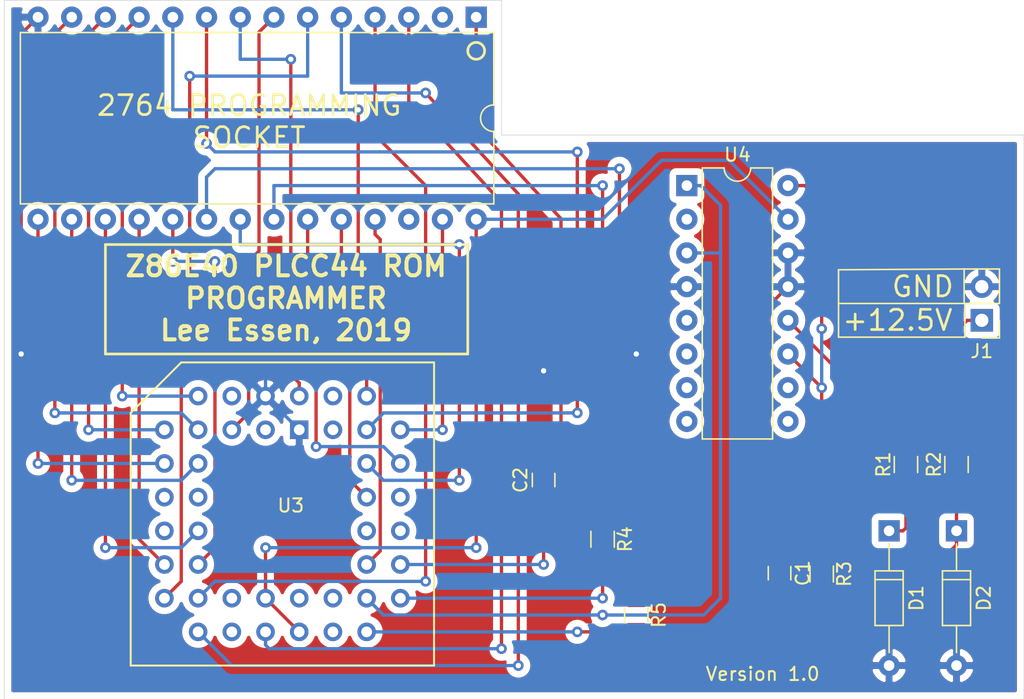
<source format=kicad_pcb>
(kicad_pcb (version 20171130) (host pcbnew "(5.1.2-1)-1")

  (general
    (thickness 1.6)
    (drawings 22)
    (tracks 211)
    (zones 0)
    (modules 13)
    (nets 51)
  )

  (page A4)
  (layers
    (0 F.Cu signal)
    (31 B.Cu signal)
    (32 B.Adhes user)
    (33 F.Adhes user)
    (34 B.Paste user)
    (35 F.Paste user)
    (36 B.SilkS user)
    (37 F.SilkS user)
    (38 B.Mask user)
    (39 F.Mask user)
    (40 Dwgs.User user)
    (41 Cmts.User user)
    (42 Eco1.User user)
    (43 Eco2.User user)
    (44 Edge.Cuts user)
    (45 Margin user)
    (46 B.CrtYd user)
    (47 F.CrtYd user)
    (48 B.Fab user hide)
    (49 F.Fab user hide)
  )

  (setup
    (last_trace_width 0.25)
    (trace_clearance 0.2)
    (zone_clearance 0.508)
    (zone_45_only no)
    (trace_min 0.2)
    (via_size 0.8)
    (via_drill 0.4)
    (via_min_size 0.4)
    (via_min_drill 0.3)
    (uvia_size 0.3)
    (uvia_drill 0.1)
    (uvias_allowed no)
    (uvia_min_size 0.2)
    (uvia_min_drill 0.1)
    (edge_width 0.05)
    (segment_width 0.2)
    (pcb_text_width 0.3)
    (pcb_text_size 1.5 1.5)
    (mod_edge_width 0.12)
    (mod_text_size 1 1)
    (mod_text_width 0.15)
    (pad_size 1.524 1.524)
    (pad_drill 0.762)
    (pad_to_mask_clearance 0.051)
    (solder_mask_min_width 0.25)
    (aux_axis_origin 0 0)
    (visible_elements FFFFFF7F)
    (pcbplotparams
      (layerselection 0x010fc_ffffffff)
      (usegerberextensions false)
      (usegerberattributes false)
      (usegerberadvancedattributes false)
      (creategerberjobfile false)
      (excludeedgelayer true)
      (linewidth 0.100000)
      (plotframeref false)
      (viasonmask false)
      (mode 1)
      (useauxorigin false)
      (hpglpennumber 1)
      (hpglpenspeed 20)
      (hpglpendiameter 15.000000)
      (psnegative false)
      (psa4output false)
      (plotreference true)
      (plotvalue true)
      (plotinvisibletext false)
      (padsonsilk false)
      (subtractmaskfromsilk false)
      (outputformat 1)
      (mirror false)
      (drillshape 0)
      (scaleselection 1)
      (outputdirectory "Plots/"))
  )

  (net 0 "")
  (net 1 /12V5)
  (net 2 GND)
  (net 3 "Net-(C2-Pad1)")
  (net 4 /5V)
  (net 5 "Net-(D2-Pad1)")
  (net 6 "Net-(J1-Pad1)")
  (net 7 "Net-(R4-Pad1)")
  (net 8 "Net-(R4-Pad2)")
  (net 9 "Net-(R5-Pad1)")
  (net 10 "Net-(R5-Pad2)")
  (net 11 "Net-(U3-Pad3)")
  (net 12 "Net-(U3-Pad4)")
  (net 13 "Net-(U3-Pad5)")
  (net 14 "Net-(U3-Pad6)")
  (net 15 "Net-(U3-Pad7)")
  (net 16 "Net-(U3-Pad8)")
  (net 17 "Net-(U3-Pad9)")
  (net 18 "Net-(U3-Pad10)")
  (net 19 "Net-(U3-Pad11)")
  (net 20 "Net-(U3-Pad12)")
  (net 21 "Net-(U3-Pad13)")
  (net 22 "Net-(U3-Pad14)")
  (net 23 "Net-(U3-Pad15)")
  (net 24 "Net-(U3-Pad16)")
  (net 25 "Net-(U3-Pad17)")
  (net 26 "Net-(U3-Pad18)")
  (net 27 "Net-(U3-Pad19)")
  (net 28 "Net-(U3-Pad20)")
  (net 29 "Net-(U3-Pad21)")
  (net 30 "Net-(U3-Pad22)")
  (net 31 "Net-(U3-Pad25)")
  (net 32 "Net-(U3-Pad26)")
  (net 33 "Net-(U3-Pad27)")
  (net 34 /EPM)
  (net 35 "Net-(U3-Pad32)")
  (net 36 "Net-(U3-Pad33)")
  (net 37 "Net-(U3-Pad34)")
  (net 38 "Net-(U3-Pad35)")
  (net 39 "Net-(U3-Pad36)")
  (net 40 "Net-(U3-Pad37)")
  (net 41 "Net-(U3-Pad38)")
  (net 42 "Net-(U3-Pad39)")
  (net 43 "Net-(U3-Pad40)")
  (net 44 "Net-(U3-Pad41)")
  (net 45 "Net-(U3-Pad42)")
  (net 46 "Net-(U3-Pad43)")
  (net 47 "Net-(U3-Pad44)")
  (net 48 /VCC)
  (net 49 "Net-(U5-Pad2)")
  (net 50 "Net-(U5-Pad26)")

  (net_class Default "This is the default net class."
    (clearance 0.2)
    (trace_width 0.25)
    (via_dia 0.8)
    (via_drill 0.4)
    (uvia_dia 0.3)
    (uvia_drill 0.1)
    (add_net /12V5)
    (add_net /5V)
    (add_net /EPM)
    (add_net /VCC)
    (add_net GND)
    (add_net "Net-(C2-Pad1)")
    (add_net "Net-(D2-Pad1)")
    (add_net "Net-(J1-Pad1)")
    (add_net "Net-(R4-Pad1)")
    (add_net "Net-(R4-Pad2)")
    (add_net "Net-(R5-Pad1)")
    (add_net "Net-(R5-Pad2)")
    (add_net "Net-(U3-Pad10)")
    (add_net "Net-(U3-Pad11)")
    (add_net "Net-(U3-Pad12)")
    (add_net "Net-(U3-Pad13)")
    (add_net "Net-(U3-Pad14)")
    (add_net "Net-(U3-Pad15)")
    (add_net "Net-(U3-Pad16)")
    (add_net "Net-(U3-Pad17)")
    (add_net "Net-(U3-Pad18)")
    (add_net "Net-(U3-Pad19)")
    (add_net "Net-(U3-Pad20)")
    (add_net "Net-(U3-Pad21)")
    (add_net "Net-(U3-Pad22)")
    (add_net "Net-(U3-Pad25)")
    (add_net "Net-(U3-Pad26)")
    (add_net "Net-(U3-Pad27)")
    (add_net "Net-(U3-Pad3)")
    (add_net "Net-(U3-Pad32)")
    (add_net "Net-(U3-Pad33)")
    (add_net "Net-(U3-Pad34)")
    (add_net "Net-(U3-Pad35)")
    (add_net "Net-(U3-Pad36)")
    (add_net "Net-(U3-Pad37)")
    (add_net "Net-(U3-Pad38)")
    (add_net "Net-(U3-Pad39)")
    (add_net "Net-(U3-Pad4)")
    (add_net "Net-(U3-Pad40)")
    (add_net "Net-(U3-Pad41)")
    (add_net "Net-(U3-Pad42)")
    (add_net "Net-(U3-Pad43)")
    (add_net "Net-(U3-Pad44)")
    (add_net "Net-(U3-Pad5)")
    (add_net "Net-(U3-Pad6)")
    (add_net "Net-(U3-Pad7)")
    (add_net "Net-(U3-Pad8)")
    (add_net "Net-(U3-Pad9)")
    (add_net "Net-(U5-Pad2)")
    (add_net "Net-(U5-Pad26)")
  )

  (module Housings_DIP:DIP-16_W7.62mm (layer F.Cu) (tedit 59C78D6B) (tstamp 5CE7FE2E)
    (at 135.255 76.835)
    (descr "16-lead though-hole mounted DIP package, row spacing 7.62 mm (300 mils)")
    (tags "THT DIP DIL PDIP 2.54mm 7.62mm 300mil")
    (path /5CF99E93)
    (fp_text reference U4 (at 3.81 -2.33) (layer F.SilkS)
      (effects (font (size 1 1) (thickness 0.15)))
    )
    (fp_text value IH5042 (at 3.81 20.11) (layer F.Fab)
      (effects (font (size 1 1) (thickness 0.15)))
    )
    (fp_arc (start 3.81 -1.33) (end 2.81 -1.33) (angle -180) (layer F.SilkS) (width 0.12))
    (fp_line (start 1.635 -1.27) (end 6.985 -1.27) (layer F.Fab) (width 0.1))
    (fp_line (start 6.985 -1.27) (end 6.985 19.05) (layer F.Fab) (width 0.1))
    (fp_line (start 6.985 19.05) (end 0.635 19.05) (layer F.Fab) (width 0.1))
    (fp_line (start 0.635 19.05) (end 0.635 -0.27) (layer F.Fab) (width 0.1))
    (fp_line (start 0.635 -0.27) (end 1.635 -1.27) (layer F.Fab) (width 0.1))
    (fp_line (start 2.81 -1.33) (end 1.16 -1.33) (layer F.SilkS) (width 0.12))
    (fp_line (start 1.16 -1.33) (end 1.16 19.11) (layer F.SilkS) (width 0.12))
    (fp_line (start 1.16 19.11) (end 6.46 19.11) (layer F.SilkS) (width 0.12))
    (fp_line (start 6.46 19.11) (end 6.46 -1.33) (layer F.SilkS) (width 0.12))
    (fp_line (start 6.46 -1.33) (end 4.81 -1.33) (layer F.SilkS) (width 0.12))
    (fp_line (start -1.1 -1.55) (end -1.1 19.3) (layer F.CrtYd) (width 0.05))
    (fp_line (start -1.1 19.3) (end 8.7 19.3) (layer F.CrtYd) (width 0.05))
    (fp_line (start 8.7 19.3) (end 8.7 -1.55) (layer F.CrtYd) (width 0.05))
    (fp_line (start 8.7 -1.55) (end -1.1 -1.55) (layer F.CrtYd) (width 0.05))
    (fp_text user %R (at 3.81 8.89 90) (layer F.Fab)
      (effects (font (size 1 1) (thickness 0.15)))
    )
    (pad 1 thru_hole rect (at 0 0) (size 1.6 1.6) (drill 0.8) (layers *.Cu *.Mask)
      (net 34 /EPM))
    (pad 9 thru_hole oval (at 7.62 17.78) (size 1.6 1.6) (drill 0.8) (layers *.Cu *.Mask))
    (pad 2 thru_hole oval (at 0 2.54) (size 1.6 1.6) (drill 0.8) (layers *.Cu *.Mask))
    (pad 10 thru_hole oval (at 7.62 15.24) (size 1.6 1.6) (drill 0.8) (layers *.Cu *.Mask))
    (pad 3 thru_hole oval (at 0 5.08) (size 1.6 1.6) (drill 0.8) (layers *.Cu *.Mask)
      (net 34 /EPM))
    (pad 11 thru_hole oval (at 7.62 12.7) (size 1.6 1.6) (drill 0.8) (layers *.Cu *.Mask)
      (net 1 /12V5))
    (pad 4 thru_hole oval (at 0 7.62) (size 1.6 1.6) (drill 0.8) (layers *.Cu *.Mask)
      (net 2 GND))
    (pad 12 thru_hole oval (at 7.62 10.16) (size 1.6 1.6) (drill 0.8) (layers *.Cu *.Mask)
      (net 4 /5V))
    (pad 5 thru_hole oval (at 0 10.16) (size 1.6 1.6) (drill 0.8) (layers *.Cu *.Mask))
    (pad 13 thru_hole oval (at 7.62 7.62) (size 1.6 1.6) (drill 0.8) (layers *.Cu *.Mask)
      (net 2 GND))
    (pad 6 thru_hole oval (at 0 12.7) (size 1.6 1.6) (drill 0.8) (layers *.Cu *.Mask))
    (pad 14 thru_hole oval (at 7.62 5.08) (size 1.6 1.6) (drill 0.8) (layers *.Cu *.Mask)
      (net 2 GND))
    (pad 7 thru_hole oval (at 0 15.24) (size 1.6 1.6) (drill 0.8) (layers *.Cu *.Mask))
    (pad 15 thru_hole oval (at 7.62 2.54) (size 1.6 1.6) (drill 0.8) (layers *.Cu *.Mask)
      (net 48 /VCC))
    (pad 8 thru_hole oval (at 0 17.78) (size 1.6 1.6) (drill 0.8) (layers *.Cu *.Mask))
    (pad 16 thru_hole oval (at 7.62 0) (size 1.6 1.6) (drill 0.8) (layers *.Cu *.Mask)
      (net 1 /12V5))
    (model ${KISYS3DMOD}/Housings_DIP.3dshapes/DIP-16_W7.62mm.wrl
      (at (xyz 0 0 0))
      (scale (xyz 1 1 1))
      (rotate (xyz 0 0 0))
    )
  )

  (module Capacitors_SMD:C_0805_HandSoldering (layer F.Cu) (tedit 58AA84A8) (tstamp 5CE803D6)
    (at 142.24 106.065 270)
    (descr "Capacitor SMD 0805, hand soldering")
    (tags "capacitor 0805")
    (path /5CF87F6A)
    (attr smd)
    (fp_text reference C1 (at 0 -1.75 90) (layer F.SilkS)
      (effects (font (size 1 1) (thickness 0.15)))
    )
    (fp_text value 0.1uF (at 0 1.75 90) (layer F.Fab)
      (effects (font (size 1 1) (thickness 0.15)))
    )
    (fp_text user %R (at 0 -1.75 90) (layer F.Fab)
      (effects (font (size 1 1) (thickness 0.15)))
    )
    (fp_line (start -1 0.62) (end -1 -0.62) (layer F.Fab) (width 0.1))
    (fp_line (start 1 0.62) (end -1 0.62) (layer F.Fab) (width 0.1))
    (fp_line (start 1 -0.62) (end 1 0.62) (layer F.Fab) (width 0.1))
    (fp_line (start -1 -0.62) (end 1 -0.62) (layer F.Fab) (width 0.1))
    (fp_line (start 0.5 -0.85) (end -0.5 -0.85) (layer F.SilkS) (width 0.12))
    (fp_line (start -0.5 0.85) (end 0.5 0.85) (layer F.SilkS) (width 0.12))
    (fp_line (start -2.25 -0.88) (end 2.25 -0.88) (layer F.CrtYd) (width 0.05))
    (fp_line (start -2.25 -0.88) (end -2.25 0.87) (layer F.CrtYd) (width 0.05))
    (fp_line (start 2.25 0.87) (end 2.25 -0.88) (layer F.CrtYd) (width 0.05))
    (fp_line (start 2.25 0.87) (end -2.25 0.87) (layer F.CrtYd) (width 0.05))
    (pad 1 smd rect (at -1.25 0 270) (size 1.5 1.25) (layers F.Cu F.Paste F.Mask)
      (net 1 /12V5))
    (pad 2 smd rect (at 1.25 0 270) (size 1.5 1.25) (layers F.Cu F.Paste F.Mask)
      (net 2 GND))
    (model Capacitors_SMD.3dshapes/C_0805.wrl
      (at (xyz 0 0 0))
      (scale (xyz 1 1 1))
      (rotate (xyz 0 0 0))
    )
  )

  (module Housings_DIP:DIP-28_W15.24mm (layer F.Cu) (tedit 59C78D6C) (tstamp 5CE7FE31)
    (at 119.38 64.135 270)
    (descr "28-lead though-hole mounted DIP package, row spacing 15.24 mm (600 mils)")
    (tags "THT DIP DIL PDIP 2.54mm 15.24mm 600mil")
    (path /5CF7EFB7)
    (fp_text reference U5 (at 7.62 -2.33 90) (layer F.SilkS) hide
      (effects (font (size 1 1) (thickness 0.15)))
    )
    (fp_text value 2764 (at 7.62 27.94 90) (layer F.Fab)
      (effects (font (size 1 1) (thickness 0.15)))
    )
    (fp_arc (start 7.62 -1.33) (end 6.62 -1.33) (angle -180) (layer F.SilkS) (width 0.12))
    (fp_line (start 1.255 -1.27) (end 14.985 -1.27) (layer F.Fab) (width 0.1))
    (fp_line (start 14.985 -1.27) (end 14.985 34.29) (layer F.Fab) (width 0.1))
    (fp_line (start 14.985 34.29) (end 0.255 34.29) (layer F.Fab) (width 0.1))
    (fp_line (start 0.255 34.29) (end 0.255 -0.27) (layer F.Fab) (width 0.1))
    (fp_line (start 0.255 -0.27) (end 1.255 -1.27) (layer F.Fab) (width 0.1))
    (fp_line (start 6.62 -1.33) (end 1.16 -1.33) (layer F.SilkS) (width 0.12))
    (fp_line (start 1.16 -1.33) (end 1.16 34.35) (layer F.SilkS) (width 0.12))
    (fp_line (start 1.16 34.35) (end 14.08 34.35) (layer F.SilkS) (width 0.12))
    (fp_line (start 14.08 34.35) (end 14.08 -1.33) (layer F.SilkS) (width 0.12))
    (fp_line (start 14.08 -1.33) (end 8.62 -1.33) (layer F.SilkS) (width 0.12))
    (fp_line (start -1.05 -1.55) (end -1.05 34.55) (layer F.CrtYd) (width 0.05))
    (fp_line (start -1.05 34.55) (end 16.3 34.55) (layer F.CrtYd) (width 0.05))
    (fp_line (start 16.3 34.55) (end 16.3 -1.55) (layer F.CrtYd) (width 0.05))
    (fp_line (start 16.3 -1.55) (end -1.05 -1.55) (layer F.CrtYd) (width 0.05))
    (fp_text user %R (at 7.62 16.51 90) (layer F.Fab)
      (effects (font (size 1 1) (thickness 0.15)))
    )
    (pad 1 thru_hole rect (at 0 0 270) (size 1.6 1.6) (drill 0.8) (layers *.Cu *.Mask)
      (net 3 "Net-(C2-Pad1)"))
    (pad 15 thru_hole oval (at 15.24 33.02 270) (size 1.6 1.6) (drill 0.8) (layers *.Cu *.Mask)
      (net 17 "Net-(U3-Pad9)"))
    (pad 2 thru_hole oval (at 0 2.54 270) (size 1.6 1.6) (drill 0.8) (layers *.Cu *.Mask)
      (net 49 "Net-(U5-Pad2)"))
    (pad 16 thru_hole oval (at 15.24 30.48 270) (size 1.6 1.6) (drill 0.8) (layers *.Cu *.Mask)
      (net 18 "Net-(U3-Pad10)"))
    (pad 3 thru_hole oval (at 0 5.08 270) (size 1.6 1.6) (drill 0.8) (layers *.Cu *.Mask)
      (net 30 "Net-(U3-Pad22)"))
    (pad 17 thru_hole oval (at 15.24 27.94 270) (size 1.6 1.6) (drill 0.8) (layers *.Cu *.Mask)
      (net 22 "Net-(U3-Pad14)"))
    (pad 4 thru_hole oval (at 0 7.62 270) (size 1.6 1.6) (drill 0.8) (layers *.Cu *.Mask)
      (net 27 "Net-(U3-Pad19)"))
    (pad 18 thru_hole oval (at 15.24 25.4 270) (size 1.6 1.6) (drill 0.8) (layers *.Cu *.Mask)
      (net 23 "Net-(U3-Pad15)"))
    (pad 5 thru_hole oval (at 0 10.16 270) (size 1.6 1.6) (drill 0.8) (layers *.Cu *.Mask)
      (net 26 "Net-(U3-Pad18)"))
    (pad 19 thru_hole oval (at 15.24 22.86 270) (size 1.6 1.6) (drill 0.8) (layers *.Cu *.Mask)
      (net 24 "Net-(U3-Pad16)"))
    (pad 6 thru_hole oval (at 0 12.7 270) (size 1.6 1.6) (drill 0.8) (layers *.Cu *.Mask)
      (net 25 "Net-(U3-Pad17)"))
    (pad 20 thru_hole oval (at 15.24 20.32 270) (size 1.6 1.6) (drill 0.8) (layers *.Cu *.Mask)
      (net 9 "Net-(R5-Pad1)"))
    (pad 7 thru_hole oval (at 0 15.24 270) (size 1.6 1.6) (drill 0.8) (layers *.Cu *.Mask)
      (net 13 "Net-(U3-Pad5)"))
    (pad 21 thru_hole oval (at 15.24 17.78 270) (size 1.6 1.6) (drill 0.8) (layers *.Cu *.Mask)
      (net 41 "Net-(U3-Pad38)"))
    (pad 8 thru_hole oval (at 0 17.78 270) (size 1.6 1.6) (drill 0.8) (layers *.Cu *.Mask)
      (net 47 "Net-(U3-Pad44)"))
    (pad 22 thru_hole oval (at 15.24 15.24 270) (size 1.6 1.6) (drill 0.8) (layers *.Cu *.Mask)
      (net 7 "Net-(R4-Pad1)"))
    (pad 9 thru_hole oval (at 0 20.32 270) (size 1.6 1.6) (drill 0.8) (layers *.Cu *.Mask)
      (net 44 "Net-(U3-Pad41)"))
    (pad 23 thru_hole oval (at 15.24 12.7 270) (size 1.6 1.6) (drill 0.8) (layers *.Cu *.Mask)
      (net 40 "Net-(U3-Pad37)"))
    (pad 10 thru_hole oval (at 0 22.86 270) (size 1.6 1.6) (drill 0.8) (layers *.Cu *.Mask)
      (net 43 "Net-(U3-Pad40)"))
    (pad 24 thru_hole oval (at 15.24 10.16 270) (size 1.6 1.6) (drill 0.8) (layers *.Cu *.Mask)
      (net 39 "Net-(U3-Pad36)"))
    (pad 11 thru_hole oval (at 0 25.4 270) (size 1.6 1.6) (drill 0.8) (layers *.Cu *.Mask)
      (net 14 "Net-(U3-Pad6)"))
    (pad 25 thru_hole oval (at 15.24 7.62 270) (size 1.6 1.6) (drill 0.8) (layers *.Cu *.Mask)
      (net 35 "Net-(U3-Pad32)"))
    (pad 12 thru_hole oval (at 0 27.94 270) (size 1.6 1.6) (drill 0.8) (layers *.Cu *.Mask)
      (net 15 "Net-(U3-Pad7)"))
    (pad 26 thru_hole oval (at 15.24 5.08 270) (size 1.6 1.6) (drill 0.8) (layers *.Cu *.Mask)
      (net 50 "Net-(U5-Pad26)"))
    (pad 13 thru_hole oval (at 0 30.48 270) (size 1.6 1.6) (drill 0.8) (layers *.Cu *.Mask)
      (net 16 "Net-(U3-Pad8)"))
    (pad 27 thru_hole oval (at 15.24 2.54 270) (size 1.6 1.6) (drill 0.8) (layers *.Cu *.Mask)
      (net 42 "Net-(U3-Pad39)"))
    (pad 14 thru_hole oval (at 0 33.02 270) (size 1.6 1.6) (drill 0.8) (layers *.Cu *.Mask)
      (net 2 GND))
    (pad 28 thru_hole oval (at 15.24 0 270) (size 1.6 1.6) (drill 0.8) (layers *.Cu *.Mask)
      (net 48 /VCC))
    (model ${KISYS3DMOD}/Housings_DIP.3dshapes/DIP-28_W15.24mm.wrl
      (at (xyz 0 0 0))
      (scale (xyz 1 1 1))
      (rotate (xyz 0 0 0))
    )
  )

  (module Sockets:PLCC44 (layer F.Cu) (tedit 0) (tstamp 5CE7FE2B)
    (at 104.775 101.6 270)
    (descr "Support Plcc 44 pins, pads ronds")
    (tags PLCC)
    (path /5CF7B786)
    (fp_text reference U3 (at -0.635 -0.635) (layer F.SilkS)
      (effects (font (size 1 1) (thickness 0.15)))
    )
    (fp_text value Z86E40EPROM (at -2.54 0) (layer F.Fab)
      (effects (font (size 1 1) (thickness 0.15)))
    )
    (fp_line (start -11.43 7.62) (end -7.62 11.43) (layer F.SilkS) (width 0.15))
    (fp_line (start -7.62 11.43) (end 11.43 11.43) (layer F.SilkS) (width 0.15))
    (fp_line (start 11.43 11.43) (end 11.43 -11.43) (layer F.SilkS) (width 0.15))
    (fp_line (start 11.43 -11.43) (end -11.43 -11.43) (layer F.SilkS) (width 0.15))
    (fp_line (start -11.43 -11.43) (end -11.43 7.62) (layer F.SilkS) (width 0.15))
    (pad 1 thru_hole rect (at -6.35 -1.27 270) (size 1.397 1.397) (drill 0.8128) (layers *.Cu *.Mask)
      (net 2 GND))
    (pad 2 thru_hole circle (at -8.89 1.27 270) (size 1.397 1.397) (drill 0.8128) (layers *.Cu *.Mask)
      (net 2 GND))
    (pad 3 thru_hole circle (at -6.35 1.27 270) (size 1.397 1.397) (drill 0.8128) (layers *.Cu *.Mask)
      (net 11 "Net-(U3-Pad3)"))
    (pad 4 thru_hole circle (at -8.89 3.81 270) (size 1.397 1.397) (drill 0.8128) (layers *.Cu *.Mask)
      (net 12 "Net-(U3-Pad4)"))
    (pad 5 thru_hole circle (at -6.35 3.81 270) (size 1.397 1.397) (drill 0.8128) (layers *.Cu *.Mask)
      (net 13 "Net-(U3-Pad5)"))
    (pad 6 thru_hole circle (at -8.89 6.35 270) (size 1.397 1.397) (drill 0.8128) (layers *.Cu *.Mask)
      (net 14 "Net-(U3-Pad6)"))
    (pad 7 thru_hole circle (at -6.35 8.89 270) (size 1.397 1.397) (drill 0.8128) (layers *.Cu *.Mask)
      (net 15 "Net-(U3-Pad7)"))
    (pad 8 thru_hole circle (at -6.35 6.35 270) (size 1.397 1.397) (drill 0.8128) (layers *.Cu *.Mask)
      (net 16 "Net-(U3-Pad8)"))
    (pad 9 thru_hole circle (at -3.81 8.89 270) (size 1.397 1.397) (drill 0.8128) (layers *.Cu *.Mask)
      (net 17 "Net-(U3-Pad9)"))
    (pad 10 thru_hole circle (at -3.81 6.35 270) (size 1.397 1.397) (drill 0.8128) (layers *.Cu *.Mask)
      (net 18 "Net-(U3-Pad10)"))
    (pad 11 thru_hole circle (at -1.27 8.89 270) (size 1.397 1.397) (drill 0.8128) (layers *.Cu *.Mask)
      (net 19 "Net-(U3-Pad11)"))
    (pad 12 thru_hole circle (at -1.27 6.35 270) (size 1.397 1.397) (drill 0.8128) (layers *.Cu *.Mask)
      (net 20 "Net-(U3-Pad12)"))
    (pad 13 thru_hole circle (at 1.27 8.89 270) (size 1.397 1.397) (drill 0.8128) (layers *.Cu *.Mask)
      (net 21 "Net-(U3-Pad13)"))
    (pad 14 thru_hole circle (at 1.27 6.35 270) (size 1.397 1.397) (drill 0.8128) (layers *.Cu *.Mask)
      (net 22 "Net-(U3-Pad14)"))
    (pad 15 thru_hole circle (at 3.81 8.89 270) (size 1.397 1.397) (drill 0.8128) (layers *.Cu *.Mask)
      (net 23 "Net-(U3-Pad15)"))
    (pad 16 thru_hole circle (at 3.81 6.35 270) (size 1.397 1.397) (drill 0.8128) (layers *.Cu *.Mask)
      (net 24 "Net-(U3-Pad16)"))
    (pad 17 thru_hole circle (at 6.35 8.89 270) (size 1.397 1.397) (drill 0.8128) (layers *.Cu *.Mask)
      (net 25 "Net-(U3-Pad17)"))
    (pad 18 thru_hole circle (at 8.89 6.35 270) (size 1.397 1.397) (drill 0.8128) (layers *.Cu *.Mask)
      (net 26 "Net-(U3-Pad18)"))
    (pad 19 thru_hole circle (at 6.35 6.35 270) (size 1.397 1.397) (drill 0.8128) (layers *.Cu *.Mask)
      (net 27 "Net-(U3-Pad19)"))
    (pad 20 thru_hole circle (at 8.89 3.81 270) (size 1.397 1.397) (drill 0.8128) (layers *.Cu *.Mask)
      (net 28 "Net-(U3-Pad20)"))
    (pad 21 thru_hole circle (at 6.35 3.81 270) (size 1.397 1.397) (drill 0.8128) (layers *.Cu *.Mask)
      (net 29 "Net-(U3-Pad21)"))
    (pad 22 thru_hole circle (at 8.89 1.27 270) (size 1.397 1.397) (drill 0.8128) (layers *.Cu *.Mask)
      (net 30 "Net-(U3-Pad22)"))
    (pad 23 thru_hole circle (at 6.35 1.27 270) (size 1.397 1.397) (drill 0.8128) (layers *.Cu *.Mask)
      (net 48 /VCC))
    (pad 24 thru_hole circle (at 8.89 -1.27 270) (size 1.397 1.397) (drill 0.8128) (layers *.Cu *.Mask)
      (net 48 /VCC))
    (pad 25 thru_hole circle (at 6.35 -1.27 270) (size 1.397 1.397) (drill 0.8128) (layers *.Cu *.Mask)
      (net 31 "Net-(U3-Pad25)"))
    (pad 26 thru_hole circle (at 8.89 -3.81 270) (size 1.397 1.397) (drill 0.8128) (layers *.Cu *.Mask)
      (net 32 "Net-(U3-Pad26)"))
    (pad 27 thru_hole circle (at 6.35 -3.81 270) (size 1.397 1.397) (drill 0.8128) (layers *.Cu *.Mask)
      (net 33 "Net-(U3-Pad27)"))
    (pad 28 thru_hole circle (at 8.89 -6.35 270) (size 1.397 1.397) (drill 0.8128) (layers *.Cu *.Mask)
      (net 10 "Net-(R5-Pad2)"))
    (pad 29 thru_hole circle (at 6.35 -8.89 270) (size 1.397 1.397) (drill 0.8128) (layers *.Cu *.Mask)
      (net 8 "Net-(R4-Pad2)"))
    (pad 30 thru_hole circle (at 6.35 -6.35 270) (size 1.397 1.397) (drill 0.8128) (layers *.Cu *.Mask)
      (net 34 /EPM))
    (pad 31 thru_hole circle (at 3.81 -8.89 270) (size 1.397 1.397) (drill 0.8128) (layers *.Cu *.Mask)
      (net 3 "Net-(C2-Pad1)"))
    (pad 32 thru_hole circle (at 3.81 -6.35 270) (size 1.397 1.397) (drill 0.8128) (layers *.Cu *.Mask)
      (net 35 "Net-(U3-Pad32)"))
    (pad 33 thru_hole circle (at 1.27 -8.89 270) (size 1.397 1.397) (drill 0.8128) (layers *.Cu *.Mask)
      (net 36 "Net-(U3-Pad33)"))
    (pad 34 thru_hole circle (at 1.27 -6.35 270) (size 1.397 1.397) (drill 0.8128) (layers *.Cu *.Mask)
      (net 37 "Net-(U3-Pad34)"))
    (pad 35 thru_hole circle (at -1.27 -8.89 270) (size 1.397 1.397) (drill 0.8128) (layers *.Cu *.Mask)
      (net 38 "Net-(U3-Pad35)"))
    (pad 36 thru_hole circle (at -1.27 -6.35 270) (size 1.397 1.397) (drill 0.8128) (layers *.Cu *.Mask)
      (net 39 "Net-(U3-Pad36)"))
    (pad 37 thru_hole circle (at -3.81 -8.89 270) (size 1.397 1.397) (drill 0.8128) (layers *.Cu *.Mask)
      (net 40 "Net-(U3-Pad37)"))
    (pad 38 thru_hole circle (at -3.81 -6.35 270) (size 1.397 1.397) (drill 0.8128) (layers *.Cu *.Mask)
      (net 41 "Net-(U3-Pad38)"))
    (pad 39 thru_hole circle (at -6.35 -8.89 270) (size 1.397 1.397) (drill 0.8128) (layers *.Cu *.Mask)
      (net 42 "Net-(U3-Pad39)"))
    (pad 40 thru_hole circle (at -8.89 -6.35 270) (size 1.397 1.397) (drill 0.8128) (layers *.Cu *.Mask)
      (net 43 "Net-(U3-Pad40)"))
    (pad 41 thru_hole circle (at -6.35 -6.35 270) (size 1.397 1.397) (drill 0.8128) (layers *.Cu *.Mask)
      (net 44 "Net-(U3-Pad41)"))
    (pad 42 thru_hole circle (at -8.89 -3.81 270) (size 1.397 1.397) (drill 0.8128) (layers *.Cu *.Mask)
      (net 45 "Net-(U3-Pad42)"))
    (pad 43 thru_hole circle (at -6.35 -3.81 270) (size 1.397 1.397) (drill 0.8128) (layers *.Cu *.Mask)
      (net 46 "Net-(U3-Pad43)"))
    (pad 44 thru_hole circle (at -8.89 -1.27 270) (size 1.397 1.397) (drill 0.8128) (layers *.Cu *.Mask)
      (net 47 "Net-(U3-Pad44)"))
  )

  (module Resistors_SMD:R_0805_HandSoldering (layer F.Cu) (tedit 58E0A804) (tstamp 5CE7FE28)
    (at 131.445 109.22 270)
    (descr "Resistor SMD 0805, hand soldering")
    (tags "resistor 0805")
    (path /5CFCF001)
    (attr smd)
    (fp_text reference R5 (at 0 -1.7 90) (layer F.SilkS)
      (effects (font (size 1 1) (thickness 0.15)))
    )
    (fp_text value 1K (at 0 1.75 90) (layer F.Fab)
      (effects (font (size 1 1) (thickness 0.15)))
    )
    (fp_text user %R (at 0 0 90) (layer F.Fab)
      (effects (font (size 0.5 0.5) (thickness 0.075)))
    )
    (fp_line (start -1 0.62) (end -1 -0.62) (layer F.Fab) (width 0.1))
    (fp_line (start 1 0.62) (end -1 0.62) (layer F.Fab) (width 0.1))
    (fp_line (start 1 -0.62) (end 1 0.62) (layer F.Fab) (width 0.1))
    (fp_line (start -1 -0.62) (end 1 -0.62) (layer F.Fab) (width 0.1))
    (fp_line (start 0.6 0.88) (end -0.6 0.88) (layer F.SilkS) (width 0.12))
    (fp_line (start -0.6 -0.88) (end 0.6 -0.88) (layer F.SilkS) (width 0.12))
    (fp_line (start -2.35 -0.9) (end 2.35 -0.9) (layer F.CrtYd) (width 0.05))
    (fp_line (start -2.35 -0.9) (end -2.35 0.9) (layer F.CrtYd) (width 0.05))
    (fp_line (start 2.35 0.9) (end 2.35 -0.9) (layer F.CrtYd) (width 0.05))
    (fp_line (start 2.35 0.9) (end -2.35 0.9) (layer F.CrtYd) (width 0.05))
    (pad 1 smd rect (at -1.35 0 270) (size 1.5 1.3) (layers F.Cu F.Paste F.Mask)
      (net 9 "Net-(R5-Pad1)"))
    (pad 2 smd rect (at 1.35 0 270) (size 1.5 1.3) (layers F.Cu F.Paste F.Mask)
      (net 10 "Net-(R5-Pad2)"))
    (model ${KISYS3DMOD}/Resistors_SMD.3dshapes/R_0805.wrl
      (at (xyz 0 0 0))
      (scale (xyz 1 1 1))
      (rotate (xyz 0 0 0))
    )
  )

  (module Resistors_SMD:R_0805_HandSoldering (layer F.Cu) (tedit 58E0A804) (tstamp 5CE7FE25)
    (at 128.905 103.505 270)
    (descr "Resistor SMD 0805, hand soldering")
    (tags "resistor 0805")
    (path /5CFCFC54)
    (attr smd)
    (fp_text reference R4 (at 0 -1.7 90) (layer F.SilkS)
      (effects (font (size 1 1) (thickness 0.15)))
    )
    (fp_text value 1K (at 0 1.75 90) (layer F.Fab)
      (effects (font (size 1 1) (thickness 0.15)))
    )
    (fp_text user %R (at 0 0 90) (layer F.Fab)
      (effects (font (size 0.5 0.5) (thickness 0.075)))
    )
    (fp_line (start -1 0.62) (end -1 -0.62) (layer F.Fab) (width 0.1))
    (fp_line (start 1 0.62) (end -1 0.62) (layer F.Fab) (width 0.1))
    (fp_line (start 1 -0.62) (end 1 0.62) (layer F.Fab) (width 0.1))
    (fp_line (start -1 -0.62) (end 1 -0.62) (layer F.Fab) (width 0.1))
    (fp_line (start 0.6 0.88) (end -0.6 0.88) (layer F.SilkS) (width 0.12))
    (fp_line (start -0.6 -0.88) (end 0.6 -0.88) (layer F.SilkS) (width 0.12))
    (fp_line (start -2.35 -0.9) (end 2.35 -0.9) (layer F.CrtYd) (width 0.05))
    (fp_line (start -2.35 -0.9) (end -2.35 0.9) (layer F.CrtYd) (width 0.05))
    (fp_line (start 2.35 0.9) (end 2.35 -0.9) (layer F.CrtYd) (width 0.05))
    (fp_line (start 2.35 0.9) (end -2.35 0.9) (layer F.CrtYd) (width 0.05))
    (pad 1 smd rect (at -1.35 0 270) (size 1.5 1.3) (layers F.Cu F.Paste F.Mask)
      (net 7 "Net-(R4-Pad1)"))
    (pad 2 smd rect (at 1.35 0 270) (size 1.5 1.3) (layers F.Cu F.Paste F.Mask)
      (net 8 "Net-(R4-Pad2)"))
    (model ${KISYS3DMOD}/Resistors_SMD.3dshapes/R_0805.wrl
      (at (xyz 0 0 0))
      (scale (xyz 1 1 1))
      (rotate (xyz 0 0 0))
    )
  )

  (module Resistors_SMD:R_0805_HandSoldering (layer F.Cu) (tedit 58E0A804) (tstamp 5CE7FE22)
    (at 145.415 106.125 270)
    (descr "Resistor SMD 0805, hand soldering")
    (tags "resistor 0805")
    (path /5CF874F8)
    (attr smd)
    (fp_text reference R3 (at 0 -1.7 90) (layer F.SilkS)
      (effects (font (size 1 1) (thickness 0.15)))
    )
    (fp_text value 1K (at 0 1.75 90) (layer F.Fab)
      (effects (font (size 1 1) (thickness 0.15)))
    )
    (fp_text user %R (at 0 0 90) (layer F.Fab)
      (effects (font (size 0.5 0.5) (thickness 0.075)))
    )
    (fp_line (start -1 0.62) (end -1 -0.62) (layer F.Fab) (width 0.1))
    (fp_line (start 1 0.62) (end -1 0.62) (layer F.Fab) (width 0.1))
    (fp_line (start 1 -0.62) (end 1 0.62) (layer F.Fab) (width 0.1))
    (fp_line (start -1 -0.62) (end 1 -0.62) (layer F.Fab) (width 0.1))
    (fp_line (start 0.6 0.88) (end -0.6 0.88) (layer F.SilkS) (width 0.12))
    (fp_line (start -0.6 -0.88) (end 0.6 -0.88) (layer F.SilkS) (width 0.12))
    (fp_line (start -2.35 -0.9) (end 2.35 -0.9) (layer F.CrtYd) (width 0.05))
    (fp_line (start -2.35 -0.9) (end -2.35 0.9) (layer F.CrtYd) (width 0.05))
    (fp_line (start 2.35 0.9) (end 2.35 -0.9) (layer F.CrtYd) (width 0.05))
    (fp_line (start 2.35 0.9) (end -2.35 0.9) (layer F.CrtYd) (width 0.05))
    (pad 1 smd rect (at -1.35 0 270) (size 1.5 1.3) (layers F.Cu F.Paste F.Mask)
      (net 1 /12V5))
    (pad 2 smd rect (at 1.35 0 270) (size 1.5 1.3) (layers F.Cu F.Paste F.Mask)
      (net 5 "Net-(D2-Pad1)"))
    (model ${KISYS3DMOD}/Resistors_SMD.3dshapes/R_0805.wrl
      (at (xyz 0 0 0))
      (scale (xyz 1 1 1))
      (rotate (xyz 0 0 0))
    )
  )

  (module Resistors_SMD:R_0805_HandSoldering (layer F.Cu) (tedit 58E0A804) (tstamp 5CE7FE1F)
    (at 155.575 97.87 90)
    (descr "Resistor SMD 0805, hand soldering")
    (tags "resistor 0805")
    (path /5CF8319B)
    (attr smd)
    (fp_text reference R2 (at 0 -1.7 90) (layer F.SilkS)
      (effects (font (size 1 1) (thickness 0.15)))
    )
    (fp_text value 10K (at 0 1.75 90) (layer F.Fab)
      (effects (font (size 1 1) (thickness 0.15)))
    )
    (fp_text user %R (at 0 0 90) (layer F.Fab)
      (effects (font (size 0.5 0.5) (thickness 0.075)))
    )
    (fp_line (start -1 0.62) (end -1 -0.62) (layer F.Fab) (width 0.1))
    (fp_line (start 1 0.62) (end -1 0.62) (layer F.Fab) (width 0.1))
    (fp_line (start 1 -0.62) (end 1 0.62) (layer F.Fab) (width 0.1))
    (fp_line (start -1 -0.62) (end 1 -0.62) (layer F.Fab) (width 0.1))
    (fp_line (start 0.6 0.88) (end -0.6 0.88) (layer F.SilkS) (width 0.12))
    (fp_line (start -0.6 -0.88) (end 0.6 -0.88) (layer F.SilkS) (width 0.12))
    (fp_line (start -2.35 -0.9) (end 2.35 -0.9) (layer F.CrtYd) (width 0.05))
    (fp_line (start -2.35 -0.9) (end -2.35 0.9) (layer F.CrtYd) (width 0.05))
    (fp_line (start 2.35 0.9) (end 2.35 -0.9) (layer F.CrtYd) (width 0.05))
    (fp_line (start 2.35 0.9) (end -2.35 0.9) (layer F.CrtYd) (width 0.05))
    (pad 1 smd rect (at -1.35 0 90) (size 1.5 1.3) (layers F.Cu F.Paste F.Mask)
      (net 5 "Net-(D2-Pad1)"))
    (pad 2 smd rect (at 1.35 0 90) (size 1.5 1.3) (layers F.Cu F.Paste F.Mask)
      (net 6 "Net-(J1-Pad1)"))
    (model ${KISYS3DMOD}/Resistors_SMD.3dshapes/R_0805.wrl
      (at (xyz 0 0 0))
      (scale (xyz 1 1 1))
      (rotate (xyz 0 0 0))
    )
  )

  (module Resistors_SMD:R_0805_HandSoldering (layer F.Cu) (tedit 58E0A804) (tstamp 5CE7FE1C)
    (at 151.765 97.87 90)
    (descr "Resistor SMD 0805, hand soldering")
    (tags "resistor 0805")
    (path /5CF84E01)
    (attr smd)
    (fp_text reference R1 (at 0 -1.7 90) (layer F.SilkS)
      (effects (font (size 1 1) (thickness 0.15)))
    )
    (fp_text value 1K (at 0 1.75 90) (layer F.Fab)
      (effects (font (size 1 1) (thickness 0.15)))
    )
    (fp_text user %R (at 0 0 90) (layer F.Fab)
      (effects (font (size 0.5 0.5) (thickness 0.075)))
    )
    (fp_line (start -1 0.62) (end -1 -0.62) (layer F.Fab) (width 0.1))
    (fp_line (start 1 0.62) (end -1 0.62) (layer F.Fab) (width 0.1))
    (fp_line (start 1 -0.62) (end 1 0.62) (layer F.Fab) (width 0.1))
    (fp_line (start -1 -0.62) (end 1 -0.62) (layer F.Fab) (width 0.1))
    (fp_line (start 0.6 0.88) (end -0.6 0.88) (layer F.SilkS) (width 0.12))
    (fp_line (start -0.6 -0.88) (end 0.6 -0.88) (layer F.SilkS) (width 0.12))
    (fp_line (start -2.35 -0.9) (end 2.35 -0.9) (layer F.CrtYd) (width 0.05))
    (fp_line (start -2.35 -0.9) (end -2.35 0.9) (layer F.CrtYd) (width 0.05))
    (fp_line (start 2.35 0.9) (end 2.35 -0.9) (layer F.CrtYd) (width 0.05))
    (fp_line (start 2.35 0.9) (end -2.35 0.9) (layer F.CrtYd) (width 0.05))
    (pad 1 smd rect (at -1.35 0 90) (size 1.5 1.3) (layers F.Cu F.Paste F.Mask)
      (net 4 /5V))
    (pad 2 smd rect (at 1.35 0 90) (size 1.5 1.3) (layers F.Cu F.Paste F.Mask)
      (net 6 "Net-(J1-Pad1)"))
    (model ${KISYS3DMOD}/Resistors_SMD.3dshapes/R_0805.wrl
      (at (xyz 0 0 0))
      (scale (xyz 1 1 1))
      (rotate (xyz 0 0 0))
    )
  )

  (module Pin_Headers:Pin_Header_Straight_1x02_Pitch2.54mm (layer F.Cu) (tedit 59650532) (tstamp 5CE81B11)
    (at 157.48 86.995 180)
    (descr "Through hole straight pin header, 1x02, 2.54mm pitch, single row")
    (tags "Through hole pin header THT 1x02 2.54mm single row")
    (path /5CF80A67)
    (fp_text reference J1 (at 0 -2.33) (layer F.SilkS)
      (effects (font (size 1 1) (thickness 0.15)))
    )
    (fp_text value "12.5V Power In" (at 0 4.87) (layer F.Fab)
      (effects (font (size 1 1) (thickness 0.15)))
    )
    (fp_line (start -0.635 -1.27) (end 1.27 -1.27) (layer F.Fab) (width 0.1))
    (fp_line (start 1.27 -1.27) (end 1.27 3.81) (layer F.Fab) (width 0.1))
    (fp_line (start 1.27 3.81) (end -1.27 3.81) (layer F.Fab) (width 0.1))
    (fp_line (start -1.27 3.81) (end -1.27 -0.635) (layer F.Fab) (width 0.1))
    (fp_line (start -1.27 -0.635) (end -0.635 -1.27) (layer F.Fab) (width 0.1))
    (fp_line (start -1.33 3.87) (end 1.33 3.87) (layer F.SilkS) (width 0.12))
    (fp_line (start -1.33 1.27) (end -1.33 3.87) (layer F.SilkS) (width 0.12))
    (fp_line (start 1.33 1.27) (end 1.33 3.87) (layer F.SilkS) (width 0.12))
    (fp_line (start -1.33 1.27) (end 1.33 1.27) (layer F.SilkS) (width 0.12))
    (fp_line (start -1.33 0) (end -1.33 -1.33) (layer F.SilkS) (width 0.12))
    (fp_line (start -1.33 -1.33) (end 0 -1.33) (layer F.SilkS) (width 0.12))
    (fp_line (start -1.8 -1.8) (end -1.8 4.35) (layer F.CrtYd) (width 0.05))
    (fp_line (start -1.8 4.35) (end 1.8 4.35) (layer F.CrtYd) (width 0.05))
    (fp_line (start 1.8 4.35) (end 1.8 -1.8) (layer F.CrtYd) (width 0.05))
    (fp_line (start 1.8 -1.8) (end -1.8 -1.8) (layer F.CrtYd) (width 0.05))
    (fp_text user %R (at 0 1.27 270) (layer F.Fab)
      (effects (font (size 1 1) (thickness 0.15)))
    )
    (pad 1 thru_hole rect (at 0 0 180) (size 1.7 1.7) (drill 1) (layers *.Cu *.Mask)
      (net 6 "Net-(J1-Pad1)"))
    (pad 2 thru_hole oval (at 0 2.54 180) (size 1.7 1.7) (drill 1) (layers *.Cu *.Mask)
      (net 2 GND))
    (model ${KISYS3DMOD}/Pin_Headers.3dshapes/Pin_Header_Straight_1x02_Pitch2.54mm.wrl
      (at (xyz 0 0 0))
      (scale (xyz 1 1 1))
      (rotate (xyz 0 0 0))
    )
  )

  (module Diodes_THT:D_DO-35_SOD27_P10.16mm_Horizontal (layer F.Cu) (tedit 5921392E) (tstamp 5CE81D4B)
    (at 155.575 102.87 270)
    (descr "D, DO-35_SOD27 series, Axial, Horizontal, pin pitch=10.16mm, , length*diameter=4*2mm^2, , http://www.diodes.com/_files/packages/DO-35.pdf")
    (tags "D DO-35_SOD27 series Axial Horizontal pin pitch 10.16mm  length 4mm diameter 2mm")
    (path /5CF85B22)
    (fp_text reference D2 (at 5.08 -2.06 90) (layer F.SilkS)
      (effects (font (size 1 1) (thickness 0.15)))
    )
    (fp_text value "1N5243 (13v)" (at 5.08 2.06 90) (layer F.Fab)
      (effects (font (size 1 1) (thickness 0.15)))
    )
    (fp_text user %R (at 5.08 0 90) (layer F.Fab)
      (effects (font (size 1 1) (thickness 0.15)))
    )
    (fp_line (start 3.08 -1) (end 3.08 1) (layer F.Fab) (width 0.1))
    (fp_line (start 3.08 1) (end 7.08 1) (layer F.Fab) (width 0.1))
    (fp_line (start 7.08 1) (end 7.08 -1) (layer F.Fab) (width 0.1))
    (fp_line (start 7.08 -1) (end 3.08 -1) (layer F.Fab) (width 0.1))
    (fp_line (start 0 0) (end 3.08 0) (layer F.Fab) (width 0.1))
    (fp_line (start 10.16 0) (end 7.08 0) (layer F.Fab) (width 0.1))
    (fp_line (start 3.68 -1) (end 3.68 1) (layer F.Fab) (width 0.1))
    (fp_line (start 3.02 -1.06) (end 3.02 1.06) (layer F.SilkS) (width 0.12))
    (fp_line (start 3.02 1.06) (end 7.14 1.06) (layer F.SilkS) (width 0.12))
    (fp_line (start 7.14 1.06) (end 7.14 -1.06) (layer F.SilkS) (width 0.12))
    (fp_line (start 7.14 -1.06) (end 3.02 -1.06) (layer F.SilkS) (width 0.12))
    (fp_line (start 0.98 0) (end 3.02 0) (layer F.SilkS) (width 0.12))
    (fp_line (start 9.18 0) (end 7.14 0) (layer F.SilkS) (width 0.12))
    (fp_line (start 3.68 -1.06) (end 3.68 1.06) (layer F.SilkS) (width 0.12))
    (fp_line (start -1.05 -1.35) (end -1.05 1.35) (layer F.CrtYd) (width 0.05))
    (fp_line (start -1.05 1.35) (end 11.25 1.35) (layer F.CrtYd) (width 0.05))
    (fp_line (start 11.25 1.35) (end 11.25 -1.35) (layer F.CrtYd) (width 0.05))
    (fp_line (start 11.25 -1.35) (end -1.05 -1.35) (layer F.CrtYd) (width 0.05))
    (pad 1 thru_hole rect (at 0 0 270) (size 1.6 1.6) (drill 0.8) (layers *.Cu *.Mask)
      (net 5 "Net-(D2-Pad1)"))
    (pad 2 thru_hole oval (at 10.16 0 270) (size 1.6 1.6) (drill 0.8) (layers *.Cu *.Mask)
      (net 2 GND))
    (model ${KISYS3DMOD}/Diodes_THT.3dshapes/D_DO-35_SOD27_P10.16mm_Horizontal.wrl
      (at (xyz 0 0 0))
      (scale (xyz 0.393701 0.393701 0.393701))
      (rotate (xyz 0 0 0))
    )
  )

  (module Diodes_THT:D_DO-35_SOD27_P10.16mm_Horizontal (layer F.Cu) (tedit 5921392E) (tstamp 5CE7FE13)
    (at 150.495 102.87 270)
    (descr "D, DO-35_SOD27 series, Axial, Horizontal, pin pitch=10.16mm, , length*diameter=4*2mm^2, , http://www.diodes.com/_files/packages/DO-35.pdf")
    (tags "D DO-35_SOD27 series Axial Horizontal pin pitch 10.16mm  length 4mm diameter 2mm")
    (path /5CF8F713)
    (fp_text reference D1 (at 5.08 -2.06 90) (layer F.SilkS)
      (effects (font (size 1 1) (thickness 0.15)))
    )
    (fp_text value "1N5231 (5v)" (at 5.08 2.06 90) (layer F.Fab)
      (effects (font (size 1 1) (thickness 0.15)))
    )
    (fp_text user %R (at 5.08 0 90) (layer F.Fab)
      (effects (font (size 1 1) (thickness 0.15)))
    )
    (fp_line (start 3.08 -1) (end 3.08 1) (layer F.Fab) (width 0.1))
    (fp_line (start 3.08 1) (end 7.08 1) (layer F.Fab) (width 0.1))
    (fp_line (start 7.08 1) (end 7.08 -1) (layer F.Fab) (width 0.1))
    (fp_line (start 7.08 -1) (end 3.08 -1) (layer F.Fab) (width 0.1))
    (fp_line (start 0 0) (end 3.08 0) (layer F.Fab) (width 0.1))
    (fp_line (start 10.16 0) (end 7.08 0) (layer F.Fab) (width 0.1))
    (fp_line (start 3.68 -1) (end 3.68 1) (layer F.Fab) (width 0.1))
    (fp_line (start 3.02 -1.06) (end 3.02 1.06) (layer F.SilkS) (width 0.12))
    (fp_line (start 3.02 1.06) (end 7.14 1.06) (layer F.SilkS) (width 0.12))
    (fp_line (start 7.14 1.06) (end 7.14 -1.06) (layer F.SilkS) (width 0.12))
    (fp_line (start 7.14 -1.06) (end 3.02 -1.06) (layer F.SilkS) (width 0.12))
    (fp_line (start 0.98 0) (end 3.02 0) (layer F.SilkS) (width 0.12))
    (fp_line (start 9.18 0) (end 7.14 0) (layer F.SilkS) (width 0.12))
    (fp_line (start 3.68 -1.06) (end 3.68 1.06) (layer F.SilkS) (width 0.12))
    (fp_line (start -1.05 -1.35) (end -1.05 1.35) (layer F.CrtYd) (width 0.05))
    (fp_line (start -1.05 1.35) (end 11.25 1.35) (layer F.CrtYd) (width 0.05))
    (fp_line (start 11.25 1.35) (end 11.25 -1.35) (layer F.CrtYd) (width 0.05))
    (fp_line (start 11.25 -1.35) (end -1.05 -1.35) (layer F.CrtYd) (width 0.05))
    (pad 1 thru_hole rect (at 0 0 270) (size 1.6 1.6) (drill 0.8) (layers *.Cu *.Mask)
      (net 4 /5V))
    (pad 2 thru_hole oval (at 10.16 0 270) (size 1.6 1.6) (drill 0.8) (layers *.Cu *.Mask)
      (net 2 GND))
    (model ${KISYS3DMOD}/Diodes_THT.3dshapes/D_DO-35_SOD27_P10.16mm_Horizontal.wrl
      (at (xyz 0 0 0))
      (scale (xyz 0.393701 0.393701 0.393701))
      (rotate (xyz 0 0 0))
    )
  )

  (module Capacitors_SMD:C_0805_HandSoldering (layer F.Cu) (tedit 58AA84A8) (tstamp 5CE7FE10)
    (at 124.46 99.04 90)
    (descr "Capacitor SMD 0805, hand soldering")
    (tags "capacitor 0805")
    (path /5CFC533B)
    (attr smd)
    (fp_text reference C2 (at 0 -1.75 90) (layer F.SilkS)
      (effects (font (size 1 1) (thickness 0.15)))
    )
    (fp_text value 0.01uF (at 0 1.75 90) (layer F.Fab)
      (effects (font (size 1 1) (thickness 0.15)))
    )
    (fp_text user %R (at 0 -1.75 90) (layer F.Fab)
      (effects (font (size 1 1) (thickness 0.15)))
    )
    (fp_line (start -1 0.62) (end -1 -0.62) (layer F.Fab) (width 0.1))
    (fp_line (start 1 0.62) (end -1 0.62) (layer F.Fab) (width 0.1))
    (fp_line (start 1 -0.62) (end 1 0.62) (layer F.Fab) (width 0.1))
    (fp_line (start -1 -0.62) (end 1 -0.62) (layer F.Fab) (width 0.1))
    (fp_line (start 0.5 -0.85) (end -0.5 -0.85) (layer F.SilkS) (width 0.12))
    (fp_line (start -0.5 0.85) (end 0.5 0.85) (layer F.SilkS) (width 0.12))
    (fp_line (start -2.25 -0.88) (end 2.25 -0.88) (layer F.CrtYd) (width 0.05))
    (fp_line (start -2.25 -0.88) (end -2.25 0.87) (layer F.CrtYd) (width 0.05))
    (fp_line (start 2.25 0.87) (end 2.25 -0.88) (layer F.CrtYd) (width 0.05))
    (fp_line (start 2.25 0.87) (end -2.25 0.87) (layer F.CrtYd) (width 0.05))
    (pad 1 smd rect (at -1.25 0 90) (size 1.5 1.25) (layers F.Cu F.Paste F.Mask)
      (net 3 "Net-(C2-Pad1)"))
    (pad 2 smd rect (at 1.25 0 90) (size 1.5 1.25) (layers F.Cu F.Paste F.Mask)
      (net 2 GND))
    (model Capacitors_SMD.3dshapes/C_0805.wrl
      (at (xyz 0 0 0))
      (scale (xyz 1 1 1))
      (rotate (xyz 0 0 0))
    )
  )

  (gr_line (start 156.21 85.725) (end 146.685 85.725) (layer F.SilkS) (width 0.12))
  (gr_line (start 156.21 88.265) (end 156.21 85.725) (layer F.SilkS) (width 0.12))
  (gr_line (start 146.685 88.265) (end 156.21 88.265) (layer F.SilkS) (width 0.12))
  (gr_line (start 146.685 83.185) (end 146.685 88.265) (layer F.SilkS) (width 0.12))
  (gr_line (start 156.15 83.125) (end 146.685 83.185) (layer F.SilkS) (width 0.12))
  (gr_text "Version 1.0" (at 140.97 113.665) (layer F.SilkS)
    (effects (font (size 1 1) (thickness 0.15)))
  )
  (gr_circle (center 119.38 66.675) (end 120.015 66.675) (layer F.SilkS) (width 0.2032))
  (gr_line (start 91.44 89.535) (end 91.44 81.28) (layer F.SilkS) (width 0.2032))
  (gr_line (start 118.745 89.535) (end 91.44 89.535) (layer F.SilkS) (width 0.2032))
  (gr_line (start 118.745 81.28) (end 118.745 89.535) (layer F.SilkS) (width 0.2032))
  (gr_line (start 91.44 81.28) (end 118.745 81.28) (layer F.SilkS) (width 0.2032))
  (gr_text "Z86E40 PLCC44 ROM\nPROGRAMMER\nLee Essen, 2019" (at 105.054368 85.337843) (layer F.SilkS) (tstamp 5CE8381F)
    (effects (font (size 1.5 1.5) (thickness 0.3)))
  )
  (gr_text "2764 PROGRAMMING\nSOCKET" (at 102.271424 72.000714) (layer F.SilkS)
    (effects (font (size 1.5 1.5) (thickness 0.2032)))
  )
  (gr_text GND (at 153.035 84.455) (layer F.SilkS) (tstamp 5CE8365E)
    (effects (font (size 1.524 1.524) (thickness 0.2032)))
  )
  (gr_text +12.5V (at 151.13 86.995) (layer F.SilkS)
    (effects (font (size 1.524 1.524) (thickness 0.2032)))
  )
  (gr_line (start 160.655 73.025) (end 160.655 80.645) (layer Edge.Cuts) (width 0.05) (tstamp 5CE8338E))
  (gr_line (start 121.285 73.025) (end 160.655 73.025) (layer Edge.Cuts) (width 0.05))
  (gr_line (start 121.285 62.865) (end 121.285 73.025) (layer Edge.Cuts) (width 0.05))
  (gr_line (start 83.82 115.57) (end 83.82 62.865) (layer Edge.Cuts) (width 0.05) (tstamp 5CE81EBA))
  (gr_line (start 160.655 115.57) (end 83.82 115.57) (layer Edge.Cuts) (width 0.05) (tstamp 5CE83D77))
  (gr_line (start 160.655 80.645) (end 160.655 115.57) (layer Edge.Cuts) (width 0.05))
  (gr_line (start 83.82 62.865) (end 121.285 62.865) (layer Edge.Cuts) (width 0.05) (tstamp 5CE835FC))

  (segment (start 142.28 104.775) (end 142.24 104.815) (width 0.25) (layer F.Cu) (net 1) (status 30))
  (segment (start 145.415 104.775) (end 142.28 104.775) (width 0.25) (layer F.Cu) (net 1) (status 30))
  (segment (start 145.415 92.075) (end 142.875 89.535) (width 0.25) (layer F.Cu) (net 1) (status 20))
  (segment (start 145.415 97.155) (end 145.415 92.075) (width 0.25) (layer F.Cu) (net 1))
  (segment (start 142.24 100.33) (end 145.415 97.155) (width 0.25) (layer F.Cu) (net 1))
  (segment (start 142.24 104.815) (end 142.24 100.33) (width 0.25) (layer F.Cu) (net 1) (status 10))
  (segment (start 142.875 76.835) (end 144.145 76.835) (width 0.25) (layer F.Cu) (net 1) (status 10))
  (via (at 145.415 87.63) (size 0.8) (drill 0.4) (layers F.Cu B.Cu) (net 1))
  (segment (start 145.415 78.105) (end 145.415 87.63) (width 0.25) (layer F.Cu) (net 1))
  (segment (start 144.145 76.835) (end 145.415 78.105) (width 0.25) (layer F.Cu) (net 1))
  (via (at 145.415 92.075) (size 0.8) (drill 0.4) (layers F.Cu B.Cu) (net 1))
  (segment (start 145.415 87.63) (end 145.415 92.075) (width 0.25) (layer B.Cu) (net 1))
  (segment (start 103.505 89.535) (end 103.505 92.71) (width 0.25) (layer B.Cu) (net 2) (status 20))
  (segment (start 85.09 89.535) (end 103.505 89.535) (width 0.25) (layer B.Cu) (net 2))
  (via (at 124.46 90.805) (size 0.8) (drill 0.4) (layers F.Cu B.Cu) (net 2))
  (segment (start 124.46 97.79) (end 124.46 90.805) (width 0.25) (layer F.Cu) (net 2) (status 10))
  (segment (start 124.46 90.805) (end 124.46 89.535) (width 0.25) (layer B.Cu) (net 2))
  (segment (start 103.505 89.535) (end 124.46 89.535) (width 0.25) (layer B.Cu) (net 2))
  (segment (start 142.875 84.455) (end 153.035 84.455) (width 0.25) (layer B.Cu) (net 2) (status 30))
  (segment (start 155.575 113.03) (end 150.495 113.03) (width 0.25) (layer F.Cu) (net 2) (status 30))
  (segment (start 142.24 107.44) (end 142.24 107.315) (width 0.25) (layer F.Cu) (net 2) (status 30))
  (segment (start 147.83 113.03) (end 142.24 107.44) (width 0.25) (layer F.Cu) (net 2) (status 20))
  (segment (start 150.495 113.03) (end 147.83 113.03) (width 0.25) (layer F.Cu) (net 2) (status 10))
  (segment (start 142.24 107.315) (end 140.335 107.315) (width 0.25) (layer F.Cu) (net 2) (status 10))
  (segment (start 140.335 107.315) (end 139.7 106.68) (width 0.25) (layer F.Cu) (net 2))
  (segment (start 139.7 87.63) (end 142.875 84.455) (width 0.25) (layer F.Cu) (net 2) (status 20))
  (segment (start 139.7 106.68) (end 139.7 87.63) (width 0.25) (layer F.Cu) (net 2))
  (segment (start 103.505 92.71) (end 106.045 95.25) (width 0.25) (layer B.Cu) (net 2) (status 30))
  (via (at 85.09 89.535) (size 0.8) (drill 0.4) (layers F.Cu B.Cu) (net 2))
  (segment (start 85.09 65.405) (end 85.09 89.535) (width 0.25) (layer F.Cu) (net 2))
  (segment (start 86.36 64.135) (end 85.09 65.405) (width 0.25) (layer F.Cu) (net 2) (status 10))
  (segment (start 124.46 89.535) (end 131.445 89.535) (width 0.25) (layer B.Cu) (net 2))
  (segment (start 142.875 84.455) (end 135.255 84.455) (width 0.25) (layer F.Cu) (net 2) (status 30))
  (segment (start 135.255 84.455) (end 132.08 84.455) (width 0.25) (layer F.Cu) (net 2) (status 10))
  (via (at 131.445 89.535) (size 0.8) (drill 0.4) (layers F.Cu B.Cu) (net 2))
  (segment (start 131.445 85.09) (end 131.445 89.535) (width 0.25) (layer F.Cu) (net 2))
  (segment (start 132.08 84.455) (end 131.445 85.09) (width 0.25) (layer F.Cu) (net 2))
  (segment (start 142.875 81.915) (end 142.875 84.455) (width 0.25) (layer B.Cu) (net 2) (status 30))
  (segment (start 157.48 84.455) (end 153.035 84.455) (width 0.25) (layer B.Cu) (net 2))
  (via (at 124.46 105.41) (size 0.8) (drill 0.4) (layers F.Cu B.Cu) (net 3))
  (segment (start 124.46 105.41) (end 113.665 105.41) (width 0.25) (layer B.Cu) (net 3) (status 20))
  (segment (start 124.46 105.41) (end 124.46 100.29) (width 0.25) (layer F.Cu) (net 3) (status 20))
  (segment (start 125.77 100.29) (end 124.46 100.29) (width 0.25) (layer F.Cu) (net 3) (status 20))
  (segment (start 125.77 79.335) (end 125.77 100.29) (width 0.25) (layer F.Cu) (net 3))
  (segment (start 119.38 72.39) (end 125.77 79.335) (width 0.25) (layer F.Cu) (net 3))
  (segment (start 119.38 64.135) (end 119.38 72.39) (width 0.25) (layer F.Cu) (net 3) (status 10))
  (segment (start 151.765 102.65) (end 151.545 102.87) (width 0.25) (layer F.Cu) (net 4))
  (segment (start 151.545 102.87) (end 150.495 102.87) (width 0.25) (layer F.Cu) (net 4) (status 20))
  (segment (start 151.765 99.22) (end 151.765 102.65) (width 0.25) (layer F.Cu) (net 4) (status 10))
  (segment (start 151.765 99.22) (end 148.75 99.22) (width 0.25) (layer F.Cu) (net 4) (status 10))
  (segment (start 148.75 99.22) (end 147.32 97.79) (width 0.25) (layer F.Cu) (net 4))
  (segment (start 147.32 91.44) (end 142.875 86.995) (width 0.25) (layer F.Cu) (net 4) (status 20))
  (segment (start 147.32 97.79) (end 147.32 91.44) (width 0.25) (layer F.Cu) (net 4))
  (segment (start 155.575 99.22) (end 155.575 102.87) (width 0.25) (layer F.Cu) (net 5) (status 30))
  (segment (start 155.575 103.92) (end 155.575 102.87) (width 0.25) (layer F.Cu) (net 5) (status 20))
  (segment (start 152.02 107.475) (end 155.575 103.92) (width 0.25) (layer F.Cu) (net 5))
  (segment (start 145.415 107.475) (end 152.02 107.475) (width 0.25) (layer F.Cu) (net 5) (status 10))
  (segment (start 155.575 96.52) (end 151.765 96.52) (width 0.25) (layer F.Cu) (net 6) (status 30))
  (segment (start 152.665 96.52) (end 151.765 96.52) (width 0.25) (layer F.Cu) (net 6) (status 20))
  (segment (start 156.38 86.995) (end 155.575 87.8) (width 0.25) (layer F.Cu) (net 6))
  (segment (start 157.48 86.995) (end 156.38 86.995) (width 0.25) (layer F.Cu) (net 6))
  (segment (start 155.575 87.8) (end 155.575 96.52) (width 0.25) (layer F.Cu) (net 6))
  (via (at 128.905 76.835) (size 0.8) (drill 0.4) (layers F.Cu B.Cu) (net 7))
  (segment (start 128.905 102.155) (end 128.905 76.835) (width 0.25) (layer F.Cu) (net 7) (status 10))
  (segment (start 128.905 76.835) (end 104.14 76.835) (width 0.25) (layer B.Cu) (net 7))
  (segment (start 104.14 76.835) (end 104.14 79.375) (width 0.25) (layer B.Cu) (net 7) (status 20))
  (segment (start 113.665 107.95) (end 128.905 107.95) (width 0.25) (layer B.Cu) (net 8) (status 10))
  (via (at 128.905 107.95) (size 0.8) (drill 0.4) (layers F.Cu B.Cu) (net 8))
  (segment (start 128.905 107.95) (end 128.905 104.855) (width 0.25) (layer F.Cu) (net 8) (status 20))
  (segment (start 131.445 107.87) (end 131.445 99.06) (width 0.25) (layer F.Cu) (net 9) (status 10))
  (via (at 130.175 75.565) (size 0.8) (drill 0.4) (layers F.Cu B.Cu) (net 9))
  (segment (start 130.175 97.79) (end 130.175 75.565) (width 0.25) (layer F.Cu) (net 9))
  (segment (start 131.445 99.06) (end 130.175 97.79) (width 0.25) (layer F.Cu) (net 9))
  (segment (start 130.175 75.565) (end 99.695 75.565) (width 0.25) (layer B.Cu) (net 9))
  (segment (start 99.06 76.2) (end 99.06 79.375) (width 0.25) (layer B.Cu) (net 9) (status 20))
  (segment (start 99.695 75.565) (end 99.06 76.2) (width 0.25) (layer B.Cu) (net 9))
  (via (at 127 110.49) (size 0.8) (drill 0.4) (layers F.Cu B.Cu) (net 10))
  (segment (start 111.125 110.49) (end 127 110.49) (width 0.25) (layer B.Cu) (net 10) (status 10))
  (segment (start 131.365 110.49) (end 131.445 110.57) (width 0.25) (layer F.Cu) (net 10) (status 30))
  (segment (start 127 110.49) (end 131.365 110.49) (width 0.25) (layer F.Cu) (net 10) (status 20))
  (segment (start 100.965 95.25) (end 102.235 93.98) (width 0.25) (layer F.Cu) (net 13) (status 10))
  (segment (start 102.235 93.98) (end 102.235 82.55) (width 0.25) (layer F.Cu) (net 13))
  (segment (start 103.340001 64.934999) (end 104.14 64.135) (width 0.25) (layer F.Cu) (net 13) (status 30))
  (segment (start 103.014999 81.770001) (end 103.014999 65.260001) (width 0.25) (layer F.Cu) (net 13))
  (segment (start 103.014999 65.260001) (end 103.340001 64.934999) (width 0.25) (layer F.Cu) (net 13) (status 20))
  (segment (start 102.235 82.55) (end 103.014999 81.770001) (width 0.25) (layer F.Cu) (net 13))
  (segment (start 92.71 92.71) (end 98.425 92.71) (width 0.25) (layer B.Cu) (net 14) (status 20))
  (via (at 92.71 92.71) (size 0.8) (drill 0.4) (layers F.Cu B.Cu) (net 14))
  (segment (start 92.71 65.405) (end 93.98 64.135) (width 0.25) (layer F.Cu) (net 14) (status 20))
  (segment (start 92.71 92.71) (end 92.71 65.405) (width 0.25) (layer F.Cu) (net 14))
  (segment (start 90.17 95.25) (end 95.885 95.25) (width 0.25) (layer B.Cu) (net 15) (status 20))
  (via (at 90.17 95.25) (size 0.8) (drill 0.4) (layers F.Cu B.Cu) (net 15))
  (segment (start 90.17 65.405) (end 91.44 64.135) (width 0.25) (layer F.Cu) (net 15) (status 20))
  (segment (start 90.17 95.25) (end 90.17 65.405) (width 0.25) (layer F.Cu) (net 15))
  (segment (start 97.155 93.98) (end 98.425 95.25) (width 0.25) (layer B.Cu) (net 16) (status 20))
  (segment (start 87.63 93.98) (end 97.155 93.98) (width 0.25) (layer B.Cu) (net 16))
  (via (at 87.63 93.98) (size 0.8) (drill 0.4) (layers F.Cu B.Cu) (net 16))
  (segment (start 87.63 65.405) (end 87.63 93.98) (width 0.25) (layer F.Cu) (net 16))
  (segment (start 88.9 64.135) (end 87.63 65.405) (width 0.25) (layer F.Cu) (net 16) (status 10))
  (via (at 86.36 97.79) (size 0.8) (drill 0.4) (layers F.Cu B.Cu) (net 17))
  (segment (start 86.36 97.79) (end 95.885 97.79) (width 0.25) (layer B.Cu) (net 17) (status 20))
  (segment (start 86.36 79.375) (end 86.36 97.79) (width 0.25) (layer F.Cu) (net 17) (status 10))
  (via (at 88.9 99.06) (size 0.8) (drill 0.4) (layers F.Cu B.Cu) (net 18))
  (segment (start 97.155 99.06) (end 98.425 97.79) (width 0.25) (layer B.Cu) (net 18) (status 20))
  (segment (start 88.9 99.06) (end 97.155 99.06) (width 0.25) (layer B.Cu) (net 18))
  (segment (start 88.9 99.06) (end 88.9 79.375) (width 0.25) (layer F.Cu) (net 18) (status 20))
  (segment (start 91.44 104.14) (end 91.44 79.375) (width 0.25) (layer F.Cu) (net 22) (status 20))
  (via (at 91.44 104.14) (size 0.8) (drill 0.4) (layers F.Cu B.Cu) (net 22))
  (segment (start 97.155 104.14) (end 98.425 102.87) (width 0.25) (layer B.Cu) (net 22) (status 20))
  (segment (start 91.44 104.14) (end 97.155 104.14) (width 0.25) (layer B.Cu) (net 22))
  (segment (start 93.98 103.505) (end 95.885 105.41) (width 0.25) (layer F.Cu) (net 23) (status 20))
  (segment (start 93.98 79.375) (end 93.98 103.505) (width 0.25) (layer F.Cu) (net 23) (status 10))
  (via (at 99.695 82.55) (size 0.8) (drill 0.4) (layers F.Cu B.Cu) (net 24))
  (segment (start 99.695 104.14) (end 99.695 82.55) (width 0.25) (layer F.Cu) (net 24))
  (segment (start 98.425 105.41) (end 99.695 104.14) (width 0.25) (layer F.Cu) (net 24) (status 10))
  (via (at 96.52 82.55) (size 0.8) (drill 0.4) (layers F.Cu B.Cu) (net 24))
  (segment (start 99.695 82.55) (end 96.52 82.55) (width 0.25) (layer B.Cu) (net 24))
  (segment (start 96.52 82.55) (end 96.52 78.74) (width 0.25) (layer F.Cu) (net 24) (status 20))
  (segment (start 106.68 68.58) (end 106.68 64.135) (width 0.25) (layer B.Cu) (net 25))
  (via (at 97.79 68.58) (size 0.8) (drill 0.4) (layers F.Cu B.Cu) (net 25))
  (segment (start 97.155 84.455) (end 97.155 106.68) (width 0.25) (layer F.Cu) (net 25))
  (segment (start 97.155 106.68) (end 95.885 107.95) (width 0.25) (layer F.Cu) (net 25))
  (segment (start 97.79 83.82) (end 97.155 84.455) (width 0.25) (layer F.Cu) (net 25))
  (segment (start 97.79 68.58) (end 106.68 68.58) (width 0.25) (layer B.Cu) (net 25))
  (segment (start 97.79 68.58) (end 97.79 83.82) (width 0.25) (layer F.Cu) (net 25))
  (segment (start 100.965 113.03) (end 98.425 110.49) (width 0.25) (layer B.Cu) (net 26) (status 20))
  (segment (start 122.555 113.03) (end 100.965 113.03) (width 0.25) (layer B.Cu) (net 26))
  (via (at 122.555 113.03) (size 0.8) (drill 0.4) (layers F.Cu B.Cu) (net 26))
  (segment (start 109.22 69.85) (end 109.22 64.135) (width 0.25) (layer B.Cu) (net 26) (status 20))
  (segment (start 115.57 69.85) (end 109.22 69.85) (width 0.25) (layer B.Cu) (net 26))
  (via (at 115.57 69.85) (size 0.8) (drill 0.4) (layers F.Cu B.Cu) (net 26))
  (segment (start 122.555 77.47) (end 122.555 113.03) (width 0.25) (layer F.Cu) (net 26))
  (segment (start 115.57 69.85) (end 122.555 77.47) (width 0.25) (layer F.Cu) (net 26))
  (segment (start 98.425 107.95) (end 99.695 106.68) (width 0.25) (layer B.Cu) (net 27) (status 10))
  (via (at 115.57 106.68) (size 0.8) (drill 0.4) (layers F.Cu B.Cu) (net 27))
  (segment (start 99.695 106.68) (end 115.57 106.68) (width 0.25) (layer B.Cu) (net 27))
  (segment (start 111.76 73.025) (end 111.76 64.135) (width 0.25) (layer F.Cu) (net 27) (status 20))
  (segment (start 115.57 76.835) (end 111.76 73.025) (width 0.25) (layer F.Cu) (net 27))
  (segment (start 115.57 106.68) (end 115.57 76.835) (width 0.25) (layer F.Cu) (net 27))
  (via (at 121.285 111.76) (size 0.8) (drill 0.4) (layers F.Cu B.Cu) (net 30))
  (segment (start 103.787172 111.76) (end 121.285 111.76) (width 0.25) (layer B.Cu) (net 30))
  (segment (start 103.505 111.477828) (end 103.787172 111.76) (width 0.25) (layer B.Cu) (net 30))
  (segment (start 103.505 110.49) (end 103.505 111.477828) (width 0.25) (layer B.Cu) (net 30) (status 10))
  (segment (start 114.3 70.485) (end 114.3 64.135) (width 0.25) (layer F.Cu) (net 30) (status 20))
  (segment (start 121.285 78.105) (end 114.3 70.485) (width 0.25) (layer F.Cu) (net 30))
  (segment (start 121.285 111.76) (end 121.285 78.105) (width 0.25) (layer F.Cu) (net 30))
  (via (at 128.905 109.22) (size 0.8) (drill 0.4) (layers F.Cu B.Cu) (net 34))
  (segment (start 112.395 109.22) (end 128.905 109.22) (width 0.25) (layer B.Cu) (net 34))
  (segment (start 111.125 107.95) (end 112.395 109.22) (width 0.25) (layer B.Cu) (net 34) (status 10))
  (segment (start 128.905 109.22) (end 136.525 109.22) (width 0.25) (layer B.Cu) (net 34))
  (segment (start 136.525 109.22) (end 137.795 107.95) (width 0.25) (layer B.Cu) (net 34))
  (segment (start 136.305 76.835) (end 135.255 76.835) (width 0.25) (layer B.Cu) (net 34) (status 20))
  (segment (start 137.795 78.325) (end 136.305 76.835) (width 0.25) (layer B.Cu) (net 34))
  (segment (start 137.795 81.915) (end 137.795 78.325) (width 0.25) (layer B.Cu) (net 34))
  (segment (start 135.255 81.915) (end 137.795 81.915) (width 0.25) (layer B.Cu) (net 34) (status 10))
  (segment (start 137.795 107.95) (end 137.795 81.915) (width 0.25) (layer B.Cu) (net 34))
  (segment (start 112.148501 104.386499) (end 111.125 105.41) (width 0.25) (layer F.Cu) (net 35) (status 20))
  (segment (start 112.148501 80.894871) (end 112.148501 104.386499) (width 0.25) (layer F.Cu) (net 35))
  (segment (start 111.76 80.50637) (end 112.148501 80.894871) (width 0.25) (layer F.Cu) (net 35))
  (segment (start 111.76 79.375) (end 111.76 80.50637) (width 0.25) (layer F.Cu) (net 35) (status 10))
  (segment (start 111.125 100.33) (end 109.855 99.06) (width 0.25) (layer F.Cu) (net 39) (status 10))
  (segment (start 109.855 99.06) (end 109.855 82.55) (width 0.25) (layer F.Cu) (net 39))
  (segment (start 109.22 81.915) (end 109.22 79.375) (width 0.25) (layer F.Cu) (net 39) (status 20))
  (segment (start 109.855 82.55) (end 109.22 81.915) (width 0.25) (layer F.Cu) (net 39))
  (segment (start 112.395 96.52) (end 113.665 97.79) (width 0.25) (layer B.Cu) (net 40) (status 20))
  (via (at 107.315 96.52) (size 0.8) (drill 0.4) (layers F.Cu B.Cu) (net 40))
  (segment (start 112.395 96.52) (end 107.315 96.52) (width 0.25) (layer B.Cu) (net 40))
  (segment (start 107.315 96.52) (end 107.315 82.55) (width 0.25) (layer F.Cu) (net 40))
  (segment (start 106.68 81.915) (end 106.68 79.375) (width 0.25) (layer F.Cu) (net 40) (status 20))
  (segment (start 107.315 82.55) (end 106.68 81.915) (width 0.25) (layer F.Cu) (net 40))
  (via (at 118.11 99.06) (size 0.8) (drill 0.4) (layers F.Cu B.Cu) (net 41))
  (segment (start 112.395 99.06) (end 118.11 99.06) (width 0.25) (layer B.Cu) (net 41))
  (segment (start 111.125 97.79) (end 112.395 99.06) (width 0.25) (layer B.Cu) (net 41) (status 10))
  (segment (start 118.11 99.06) (end 118.11 81.28) (width 0.25) (layer F.Cu) (net 41))
  (via (at 118.11 81.28) (size 0.8) (drill 0.4) (layers F.Cu B.Cu) (net 41))
  (segment (start 118.11 81.28) (end 101.6 81.28) (width 0.25) (layer B.Cu) (net 41))
  (segment (start 101.6 81.28) (end 101.6 79.375) (width 0.25) (layer B.Cu) (net 41) (status 20))
  (via (at 116.84 95.25) (size 0.8) (drill 0.4) (layers F.Cu B.Cu) (net 42))
  (segment (start 116.84 79.375) (end 116.84 95.25) (width 0.25) (layer F.Cu) (net 42) (status 10))
  (segment (start 113.665 95.25) (end 116.84 95.25) (width 0.25) (layer B.Cu) (net 42) (status 10))
  (segment (start 96.52 71.12) (end 110.49 71.12) (width 0.25) (layer B.Cu) (net 43))
  (segment (start 96.52 64.135) (end 96.52 71.12) (width 0.25) (layer B.Cu) (net 43))
  (via (at 110.49 71.12) (size 0.8) (drill 0.4) (layers F.Cu B.Cu) (net 43))
  (segment (start 111.125 82.55) (end 110.49 81.915) (width 0.25) (layer F.Cu) (net 43))
  (segment (start 110.49 81.915) (end 110.49 71.12) (width 0.25) (layer F.Cu) (net 43))
  (segment (start 111.125 92.71) (end 111.125 82.55) (width 0.25) (layer F.Cu) (net 43))
  (segment (start 111.125 95.25) (end 112.395 93.98) (width 0.25) (layer B.Cu) (net 44) (status 10))
  (via (at 127 93.98) (size 0.8) (drill 0.4) (layers F.Cu B.Cu) (net 44))
  (segment (start 112.395 93.98) (end 127 93.98) (width 0.25) (layer B.Cu) (net 44))
  (via (at 127 74.295) (size 0.8) (drill 0.4) (layers F.Cu B.Cu) (net 44))
  (segment (start 127 93.98) (end 127 74.295) (width 0.25) (layer F.Cu) (net 44))
  (segment (start 99.06 73.66) (end 99.695 74.295) (width 0.25) (layer B.Cu) (net 44))
  (segment (start 99.06 64.135) (end 99.06 73.66) (width 0.25) (layer F.Cu) (net 44))
  (segment (start 99.695 74.295) (end 127 74.295) (width 0.25) (layer B.Cu) (net 44))
  (via (at 99.06 73.66) (size 0.8) (drill 0.4) (layers F.Cu B.Cu) (net 44))
  (via (at 105.41 67.31) (size 0.8) (drill 0.4) (layers F.Cu B.Cu) (net 47))
  (segment (start 105.41 91.087172) (end 105.41 67.31) (width 0.25) (layer F.Cu) (net 47))
  (segment (start 106.045 91.722172) (end 105.41 91.087172) (width 0.25) (layer F.Cu) (net 47))
  (segment (start 106.045 92.71) (end 106.045 91.722172) (width 0.25) (layer F.Cu) (net 47) (status 10))
  (segment (start 105.41 67.31) (end 101.6 67.31) (width 0.25) (layer B.Cu) (net 47))
  (segment (start 101.6 67.31) (end 101.6 64.135) (width 0.25) (layer B.Cu) (net 47) (status 20))
  (via (at 119.38 104.14) (size 0.8) (drill 0.4) (layers F.Cu B.Cu) (net 48))
  (segment (start 119.38 79.375) (end 119.38 104.14) (width 0.25) (layer F.Cu) (net 48))
  (via (at 103.505 104.14) (size 0.8) (drill 0.4) (layers F.Cu B.Cu) (net 48))
  (segment (start 119.38 104.14) (end 103.505 104.14) (width 0.25) (layer B.Cu) (net 48))
  (segment (start 103.505 104.14) (end 103.505 107.95) (width 0.25) (layer F.Cu) (net 48))
  (segment (start 103.505 107.95) (end 106.045 110.49) (width 0.25) (layer F.Cu) (net 48))
  (segment (start 119.38 79.375) (end 128.905 79.375) (width 0.25) (layer B.Cu) (net 48))
  (segment (start 128.905 79.375) (end 133.35 74.93) (width 0.25) (layer B.Cu) (net 48))
  (segment (start 138.43 74.93) (end 142.875 79.375) (width 0.25) (layer B.Cu) (net 48))
  (segment (start 133.35 74.93) (end 138.43 74.93) (width 0.25) (layer B.Cu) (net 48))

  (zone (net 2) (net_name GND) (layer F.Cu) (tstamp 5CE8388B) (hatch edge 0.508)
    (connect_pads (clearance 0.508))
    (min_thickness 0.254)
    (fill yes (arc_segments 32) (thermal_gap 0.508) (thermal_bridge_width 0.508))
    (polygon
      (pts
        (xy 83.82 62.865) (xy 121.285 62.865) (xy 121.285 73.025) (xy 160.655 73.025) (xy 160.655 115.57)
        (xy 83.82 115.57)
      )
    )
    (filled_polygon
      (pts
        (xy 84.968091 63.78596) (xy 85.089376 64.008) (xy 86.233 64.008) (xy 86.233 63.988) (xy 86.487 63.988)
        (xy 86.487 64.008) (xy 86.507 64.008) (xy 86.507 64.262) (xy 86.487 64.262) (xy 86.487 65.404915)
        (xy 86.709039 65.526904) (xy 86.843087 65.486246) (xy 86.87 65.473526) (xy 86.87 78.030136) (xy 86.641309 77.960764)
        (xy 86.430492 77.94) (xy 86.289508 77.94) (xy 86.078691 77.960764) (xy 85.808192 78.042818) (xy 85.558899 78.176068)
        (xy 85.340392 78.355392) (xy 85.161068 78.573899) (xy 85.027818 78.823192) (xy 84.945764 79.093691) (xy 84.918057 79.375)
        (xy 84.945764 79.656309) (xy 85.027818 79.926808) (xy 85.161068 80.176101) (xy 85.340392 80.394608) (xy 85.558899 80.573932)
        (xy 85.6 80.595901) (xy 85.600001 97.086288) (xy 85.556063 97.130226) (xy 85.442795 97.299744) (xy 85.364774 97.488102)
        (xy 85.325 97.688061) (xy 85.325 97.891939) (xy 85.364774 98.091898) (xy 85.442795 98.280256) (xy 85.556063 98.449774)
        (xy 85.700226 98.593937) (xy 85.869744 98.707205) (xy 86.058102 98.785226) (xy 86.258061 98.825) (xy 86.461939 98.825)
        (xy 86.661898 98.785226) (xy 86.850256 98.707205) (xy 87.019774 98.593937) (xy 87.163937 98.449774) (xy 87.277205 98.280256)
        (xy 87.355226 98.091898) (xy 87.395 97.891939) (xy 87.395 97.688061) (xy 87.355226 97.488102) (xy 87.277205 97.299744)
        (xy 87.163937 97.130226) (xy 87.12 97.086289) (xy 87.12 94.884013) (xy 87.139744 94.897205) (xy 87.328102 94.975226)
        (xy 87.528061 95.015) (xy 87.731939 95.015) (xy 87.931898 94.975226) (xy 88.120256 94.897205) (xy 88.14 94.884012)
        (xy 88.14 98.356289) (xy 88.096063 98.400226) (xy 87.982795 98.569744) (xy 87.904774 98.758102) (xy 87.865 98.958061)
        (xy 87.865 99.161939) (xy 87.904774 99.361898) (xy 87.982795 99.550256) (xy 88.096063 99.719774) (xy 88.240226 99.863937)
        (xy 88.409744 99.977205) (xy 88.598102 100.055226) (xy 88.798061 100.095) (xy 89.001939 100.095) (xy 89.201898 100.055226)
        (xy 89.390256 99.977205) (xy 89.559774 99.863937) (xy 89.703937 99.719774) (xy 89.817205 99.550256) (xy 89.895226 99.361898)
        (xy 89.935 99.161939) (xy 89.935 98.958061) (xy 89.895226 98.758102) (xy 89.817205 98.569744) (xy 89.703937 98.400226)
        (xy 89.66 98.356289) (xy 89.66 96.154013) (xy 89.679744 96.167205) (xy 89.868102 96.245226) (xy 90.068061 96.285)
        (xy 90.271939 96.285) (xy 90.471898 96.245226) (xy 90.660256 96.167205) (xy 90.68 96.154012) (xy 90.68 103.436289)
        (xy 90.636063 103.480226) (xy 90.522795 103.649744) (xy 90.444774 103.838102) (xy 90.405 104.038061) (xy 90.405 104.241939)
        (xy 90.444774 104.441898) (xy 90.522795 104.630256) (xy 90.636063 104.799774) (xy 90.780226 104.943937) (xy 90.949744 105.057205)
        (xy 91.138102 105.135226) (xy 91.338061 105.175) (xy 91.541939 105.175) (xy 91.741898 105.135226) (xy 91.930256 105.057205)
        (xy 92.099774 104.943937) (xy 92.243937 104.799774) (xy 92.357205 104.630256) (xy 92.435226 104.441898) (xy 92.475 104.241939)
        (xy 92.475 104.038061) (xy 92.435226 103.838102) (xy 92.357205 103.649744) (xy 92.243937 103.480226) (xy 92.2 103.436289)
        (xy 92.2 93.614013) (xy 92.219744 93.627205) (xy 92.408102 93.705226) (xy 92.608061 93.745) (xy 92.811939 93.745)
        (xy 93.011898 93.705226) (xy 93.200256 93.627205) (xy 93.220001 93.614012) (xy 93.220001 103.467667) (xy 93.216324 103.505)
        (xy 93.220001 103.542333) (xy 93.227553 103.619003) (xy 93.230998 103.653985) (xy 93.274454 103.797246) (xy 93.345026 103.929276)
        (xy 93.412361 104.011323) (xy 93.44 104.045001) (xy 93.468998 104.068799) (xy 94.572631 105.172432) (xy 94.5515 105.278662)
        (xy 94.5515 105.541338) (xy 94.602746 105.798968) (xy 94.703268 106.041649) (xy 94.849203 106.260057) (xy 95.034943 106.445797)
        (xy 95.253351 106.591732) (xy 95.466448 106.68) (xy 95.253351 106.768268) (xy 95.034943 106.914203) (xy 94.849203 107.099943)
        (xy 94.703268 107.318351) (xy 94.602746 107.561032) (xy 94.5515 107.818662) (xy 94.5515 108.081338) (xy 94.602746 108.338968)
        (xy 94.703268 108.581649) (xy 94.849203 108.800057) (xy 95.034943 108.985797) (xy 95.253351 109.131732) (xy 95.496032 109.232254)
        (xy 95.753662 109.2835) (xy 96.016338 109.2835) (xy 96.273968 109.232254) (xy 96.516649 109.131732) (xy 96.735057 108.985797)
        (xy 96.920797 108.800057) (xy 97.066732 108.581649) (xy 97.155 108.368552) (xy 97.243268 108.581649) (xy 97.389203 108.800057)
        (xy 97.574943 108.985797) (xy 97.793351 109.131732) (xy 98.006448 109.22) (xy 97.793351 109.308268) (xy 97.574943 109.454203)
        (xy 97.389203 109.639943) (xy 97.243268 109.858351) (xy 97.142746 110.101032) (xy 97.0915 110.358662) (xy 97.0915 110.621338)
        (xy 97.142746 110.878968) (xy 97.243268 111.121649) (xy 97.389203 111.340057) (xy 97.574943 111.525797) (xy 97.793351 111.671732)
        (xy 98.036032 111.772254) (xy 98.293662 111.8235) (xy 98.556338 111.8235) (xy 98.813968 111.772254) (xy 99.056649 111.671732)
        (xy 99.275057 111.525797) (xy 99.460797 111.340057) (xy 99.606732 111.121649) (xy 99.695 110.908552) (xy 99.783268 111.121649)
        (xy 99.929203 111.340057) (xy 100.114943 111.525797) (xy 100.333351 111.671732) (xy 100.576032 111.772254) (xy 100.833662 111.8235)
        (xy 101.096338 111.8235) (xy 101.353968 111.772254) (xy 101.596649 111.671732) (xy 101.815057 111.525797) (xy 102.000797 111.340057)
        (xy 102.146732 111.121649) (xy 102.235 110.908552) (xy 102.323268 111.121649) (xy 102.469203 111.340057) (xy 102.654943 111.525797)
        (xy 102.873351 111.671732) (xy 103.116032 111.772254) (xy 103.373662 111.8235) (xy 103.636338 111.8235) (xy 103.893968 111.772254)
        (xy 104.136649 111.671732) (xy 104.355057 111.525797) (xy 104.540797 111.340057) (xy 104.686732 111.121649) (xy 104.775 110.908552)
        (xy 104.863268 111.121649) (xy 105.009203 111.340057) (xy 105.194943 111.525797) (xy 105.413351 111.671732) (xy 105.656032 111.772254)
        (xy 105.913662 111.8235) (xy 106.176338 111.8235) (xy 106.433968 111.772254) (xy 106.676649 111.671732) (xy 106.895057 111.525797)
        (xy 107.080797 111.340057) (xy 107.226732 111.121649) (xy 107.315 110.908552) (xy 107.403268 111.121649) (xy 107.549203 111.340057)
        (xy 107.734943 111.525797) (xy 107.953351 111.671732) (xy 108.196032 111.772254) (xy 108.453662 111.8235) (xy 108.716338 111.8235)
        (xy 108.973968 111.772254) (xy 109.216649 111.671732) (xy 109.435057 111.525797) (xy 109.620797 111.340057) (xy 109.766732 111.121649)
        (xy 109.855 110.908552) (xy 109.943268 111.121649) (xy 110.089203 111.340057) (xy 110.274943 111.525797) (xy 110.493351 111.671732)
        (xy 110.736032 111.772254) (xy 110.993662 111.8235) (xy 111.256338 111.8235) (xy 111.513968 111.772254) (xy 111.756649 111.671732)
        (xy 111.975057 111.525797) (xy 112.160797 111.340057) (xy 112.306732 111.121649) (xy 112.407254 110.878968) (xy 112.4585 110.621338)
        (xy 112.4585 110.358662) (xy 112.407254 110.101032) (xy 112.306732 109.858351) (xy 112.160797 109.639943) (xy 111.975057 109.454203)
        (xy 111.756649 109.308268) (xy 111.543552 109.22) (xy 111.756649 109.131732) (xy 111.975057 108.985797) (xy 112.160797 108.800057)
        (xy 112.306732 108.581649) (xy 112.395 108.368552) (xy 112.483268 108.581649) (xy 112.629203 108.800057) (xy 112.814943 108.985797)
        (xy 113.033351 109.131732) (xy 113.276032 109.232254) (xy 113.533662 109.2835) (xy 113.796338 109.2835) (xy 114.053968 109.232254)
        (xy 114.296649 109.131732) (xy 114.515057 108.985797) (xy 114.700797 108.800057) (xy 114.846732 108.581649) (xy 114.947254 108.338968)
        (xy 114.9985 108.081338) (xy 114.9985 107.818662) (xy 114.947254 107.561032) (xy 114.91727 107.488643) (xy 115.079744 107.597205)
        (xy 115.268102 107.675226) (xy 115.468061 107.715) (xy 115.671939 107.715) (xy 115.871898 107.675226) (xy 116.060256 107.597205)
        (xy 116.229774 107.483937) (xy 116.373937 107.339774) (xy 116.487205 107.170256) (xy 116.565226 106.981898) (xy 116.605 106.781939)
        (xy 116.605 106.578061) (xy 116.565226 106.378102) (xy 116.487205 106.189744) (xy 116.373937 106.020226) (xy 116.33 105.976289)
        (xy 116.33 96.154013) (xy 116.349744 96.167205) (xy 116.538102 96.245226) (xy 116.738061 96.285) (xy 116.941939 96.285)
        (xy 117.141898 96.245226) (xy 117.330256 96.167205) (xy 117.35 96.154012) (xy 117.35 98.356289) (xy 117.306063 98.400226)
        (xy 117.192795 98.569744) (xy 117.114774 98.758102) (xy 117.075 98.958061) (xy 117.075 99.161939) (xy 117.114774 99.361898)
        (xy 117.192795 99.550256) (xy 117.306063 99.719774) (xy 117.450226 99.863937) (xy 117.619744 99.977205) (xy 117.808102 100.055226)
        (xy 118.008061 100.095) (xy 118.211939 100.095) (xy 118.411898 100.055226) (xy 118.600256 99.977205) (xy 118.620001 99.964012)
        (xy 118.620001 103.436288) (xy 118.576063 103.480226) (xy 118.462795 103.649744) (xy 118.384774 103.838102) (xy 118.345 104.038061)
        (xy 118.345 104.241939) (xy 118.384774 104.441898) (xy 118.462795 104.630256) (xy 118.576063 104.799774) (xy 118.720226 104.943937)
        (xy 118.889744 105.057205) (xy 119.078102 105.135226) (xy 119.278061 105.175) (xy 119.481939 105.175) (xy 119.681898 105.135226)
        (xy 119.870256 105.057205) (xy 120.039774 104.943937) (xy 120.183937 104.799774) (xy 120.297205 104.630256) (xy 120.375226 104.441898)
        (xy 120.415 104.241939) (xy 120.415 104.038061) (xy 120.375226 103.838102) (xy 120.297205 103.649744) (xy 120.183937 103.480226)
        (xy 120.14 103.436289) (xy 120.14 80.595901) (xy 120.181101 80.573932) (xy 120.399608 80.394608) (xy 120.525001 80.241816)
        (xy 120.525 111.056289) (xy 120.481063 111.100226) (xy 120.367795 111.269744) (xy 120.289774 111.458102) (xy 120.25 111.658061)
        (xy 120.25 111.861939) (xy 120.289774 112.061898) (xy 120.367795 112.250256) (xy 120.481063 112.419774) (xy 120.625226 112.563937)
        (xy 120.794744 112.677205) (xy 120.983102 112.755226) (xy 121.183061 112.795) (xy 121.386939 112.795) (xy 121.553039 112.761961)
        (xy 121.52 112.928061) (xy 121.52 113.131939) (xy 121.559774 113.331898) (xy 121.637795 113.520256) (xy 121.751063 113.689774)
        (xy 121.895226 113.833937) (xy 122.064744 113.947205) (xy 122.253102 114.025226) (xy 122.453061 114.065) (xy 122.656939 114.065)
        (xy 122.856898 114.025226) (xy 123.045256 113.947205) (xy 123.214774 113.833937) (xy 123.358937 113.689774) (xy 123.472205 113.520256)
        (xy 123.530699 113.37904) (xy 149.103091 113.37904) (xy 149.19793 113.643881) (xy 149.342615 113.885131) (xy 149.531586 114.093519)
        (xy 149.75758 114.261037) (xy 150.011913 114.381246) (xy 150.145961 114.421904) (xy 150.368 114.299915) (xy 150.368 113.157)
        (xy 150.622 113.157) (xy 150.622 114.299915) (xy 150.844039 114.421904) (xy 150.978087 114.381246) (xy 151.23242 114.261037)
        (xy 151.458414 114.093519) (xy 151.647385 113.885131) (xy 151.79207 113.643881) (xy 151.886909 113.37904) (xy 154.183091 113.37904)
        (xy 154.27793 113.643881) (xy 154.422615 113.885131) (xy 154.611586 114.093519) (xy 154.83758 114.261037) (xy 155.091913 114.381246)
        (xy 155.225961 114.421904) (xy 155.448 114.299915) (xy 155.448 113.157) (xy 155.702 113.157) (xy 155.702 114.299915)
        (xy 155.924039 114.421904) (xy 156.058087 114.381246) (xy 156.31242 114.261037) (xy 156.538414 114.093519) (xy 156.727385 113.885131)
        (xy 156.87207 113.643881) (xy 156.966909 113.37904) (xy 156.845624 113.157) (xy 155.702 113.157) (xy 155.448 113.157)
        (xy 154.304376 113.157) (xy 154.183091 113.37904) (xy 151.886909 113.37904) (xy 151.765624 113.157) (xy 150.622 113.157)
        (xy 150.368 113.157) (xy 149.224376 113.157) (xy 149.103091 113.37904) (xy 123.530699 113.37904) (xy 123.550226 113.331898)
        (xy 123.59 113.131939) (xy 123.59 112.928061) (xy 123.550226 112.728102) (xy 123.5307 112.68096) (xy 149.103091 112.68096)
        (xy 149.224376 112.903) (xy 150.368 112.903) (xy 150.368 111.760085) (xy 150.622 111.760085) (xy 150.622 112.903)
        (xy 151.765624 112.903) (xy 151.886909 112.68096) (xy 154.183091 112.68096) (xy 154.304376 112.903) (xy 155.448 112.903)
        (xy 155.448 111.760085) (xy 155.702 111.760085) (xy 155.702 112.903) (xy 156.845624 112.903) (xy 156.966909 112.68096)
        (xy 156.87207 112.416119) (xy 156.727385 112.174869) (xy 156.538414 111.966481) (xy 156.31242 111.798963) (xy 156.058087 111.678754)
        (xy 155.924039 111.638096) (xy 155.702 111.760085) (xy 155.448 111.760085) (xy 155.225961 111.638096) (xy 155.091913 111.678754)
        (xy 154.83758 111.798963) (xy 154.611586 111.966481) (xy 154.422615 112.174869) (xy 154.27793 112.416119) (xy 154.183091 112.68096)
        (xy 151.886909 112.68096) (xy 151.79207 112.416119) (xy 151.647385 112.174869) (xy 151.458414 111.966481) (xy 151.23242 111.798963)
        (xy 150.978087 111.678754) (xy 150.844039 111.638096) (xy 150.622 111.760085) (xy 150.368 111.760085) (xy 150.145961 111.638096)
        (xy 150.011913 111.678754) (xy 149.75758 111.798963) (xy 149.531586 111.966481) (xy 149.342615 112.174869) (xy 149.19793 112.416119)
        (xy 149.103091 112.68096) (xy 123.5307 112.68096) (xy 123.472205 112.539744) (xy 123.358937 112.370226) (xy 123.315 112.326289)
        (xy 123.315 110.388061) (xy 125.965 110.388061) (xy 125.965 110.591939) (xy 126.004774 110.791898) (xy 126.082795 110.980256)
        (xy 126.196063 111.149774) (xy 126.340226 111.293937) (xy 126.509744 111.407205) (xy 126.698102 111.485226) (xy 126.898061 111.525)
        (xy 127.101939 111.525) (xy 127.301898 111.485226) (xy 127.490256 111.407205) (xy 127.659774 111.293937) (xy 127.703711 111.25)
        (xy 130.156928 111.25) (xy 130.156928 111.32) (xy 130.169188 111.444482) (xy 130.205498 111.56418) (xy 130.264463 111.674494)
        (xy 130.343815 111.771185) (xy 130.440506 111.850537) (xy 130.55082 111.909502) (xy 130.670518 111.945812) (xy 130.795 111.958072)
        (xy 132.095 111.958072) (xy 132.219482 111.945812) (xy 132.33918 111.909502) (xy 132.449494 111.850537) (xy 132.546185 111.771185)
        (xy 132.625537 111.674494) (xy 132.684502 111.56418) (xy 132.720812 111.444482) (xy 132.733072 111.32) (xy 132.733072 109.82)
        (xy 132.720812 109.695518) (xy 132.684502 109.57582) (xy 132.625537 109.465506) (xy 132.546185 109.368815) (xy 132.449494 109.289463)
        (xy 132.33918 109.230498) (xy 132.304573 109.22) (xy 132.33918 109.209502) (xy 132.449494 109.150537) (xy 132.546185 109.071185)
        (xy 132.625537 108.974494) (xy 132.684502 108.86418) (xy 132.720812 108.744482) (xy 132.733072 108.62) (xy 132.733072 108.065)
        (xy 140.976928 108.065) (xy 140.989188 108.189482) (xy 141.025498 108.30918) (xy 141.084463 108.419494) (xy 141.163815 108.516185)
        (xy 141.260506 108.595537) (xy 141.37082 108.654502) (xy 141.490518 108.690812) (xy 141.615 108.703072) (xy 141.95425 108.7)
        (xy 142.113 108.54125) (xy 142.113 107.442) (xy 142.367 107.442) (xy 142.367 108.54125) (xy 142.52575 108.7)
        (xy 142.865 108.703072) (xy 142.989482 108.690812) (xy 143.10918 108.654502) (xy 143.219494 108.595537) (xy 143.316185 108.516185)
        (xy 143.395537 108.419494) (xy 143.454502 108.30918) (xy 143.490812 108.189482) (xy 143.503072 108.065) (xy 143.5 107.60075)
        (xy 143.34125 107.442) (xy 142.367 107.442) (xy 142.113 107.442) (xy 141.13875 107.442) (xy 140.98 107.60075)
        (xy 140.976928 108.065) (xy 132.733072 108.065) (xy 132.733072 107.12) (xy 132.720812 106.995518) (xy 132.684502 106.87582)
        (xy 132.625537 106.765506) (xy 132.546185 106.668815) (xy 132.449494 106.589463) (xy 132.33918 106.530498) (xy 132.219482 106.494188)
        (xy 132.205 106.492762) (xy 132.205 104.065) (xy 140.976928 104.065) (xy 140.976928 105.565) (xy 140.989188 105.689482)
        (xy 141.025498 105.80918) (xy 141.084463 105.919494) (xy 141.163815 106.016185) (xy 141.223296 106.065) (xy 141.163815 106.113815)
        (xy 141.084463 106.210506) (xy 141.025498 106.32082) (xy 140.989188 106.440518) (xy 140.976928 106.565) (xy 140.98 107.02925)
        (xy 141.13875 107.188) (xy 142.113 107.188) (xy 142.113 107.168) (xy 142.367 107.168) (xy 142.367 107.188)
        (xy 143.34125 107.188) (xy 143.5 107.02925) (xy 143.503072 106.565) (xy 143.490812 106.440518) (xy 143.454502 106.32082)
        (xy 143.395537 106.210506) (xy 143.316185 106.113815) (xy 143.256704 106.065) (xy 143.316185 106.016185) (xy 143.395537 105.919494)
        (xy 143.454502 105.80918) (xy 143.490812 105.689482) (xy 143.503072 105.565) (xy 143.503072 105.535) (xy 144.127913 105.535)
        (xy 144.139188 105.649482) (xy 144.175498 105.76918) (xy 144.234463 105.879494) (xy 144.313815 105.976185) (xy 144.410506 106.055537)
        (xy 144.52082 106.114502) (xy 144.555427 106.125) (xy 144.52082 106.135498) (xy 144.410506 106.194463) (xy 144.313815 106.273815)
        (xy 144.234463 106.370506) (xy 144.175498 106.48082) (xy 144.139188 106.600518) (xy 144.126928 106.725) (xy 144.126928 108.225)
        (xy 144.139188 108.349482) (xy 144.175498 108.46918) (xy 144.234463 108.579494) (xy 144.313815 108.676185) (xy 144.410506 108.755537)
        (xy 144.52082 108.814502) (xy 144.640518 108.850812) (xy 144.765 108.863072) (xy 146.065 108.863072) (xy 146.189482 108.850812)
        (xy 146.30918 108.814502) (xy 146.419494 108.755537) (xy 146.516185 108.676185) (xy 146.595537 108.579494) (xy 146.654502 108.46918)
        (xy 146.690812 108.349482) (xy 146.702087 108.235) (xy 151.982678 108.235) (xy 152.02 108.238676) (xy 152.057322 108.235)
        (xy 152.057333 108.235) (xy 152.168986 108.224003) (xy 152.312247 108.180546) (xy 152.444276 108.109974) (xy 152.560001 108.015001)
        (xy 152.583804 107.985997) (xy 156.086004 104.483798) (xy 156.115001 104.460001) (xy 156.209974 104.344276) (xy 156.229326 104.308072)
        (xy 156.375 104.308072) (xy 156.499482 104.295812) (xy 156.61918 104.259502) (xy 156.729494 104.200537) (xy 156.826185 104.121185)
        (xy 156.905537 104.024494) (xy 156.964502 103.91418) (xy 157.000812 103.794482) (xy 157.013072 103.67) (xy 157.013072 102.07)
        (xy 157.000812 101.945518) (xy 156.964502 101.82582) (xy 156.905537 101.715506) (xy 156.826185 101.618815) (xy 156.729494 101.539463)
        (xy 156.61918 101.480498) (xy 156.499482 101.444188) (xy 156.375 101.431928) (xy 156.335 101.431928) (xy 156.335 100.597238)
        (xy 156.349482 100.595812) (xy 156.46918 100.559502) (xy 156.579494 100.500537) (xy 156.676185 100.421185) (xy 156.755537 100.324494)
        (xy 156.814502 100.21418) (xy 156.850812 100.094482) (xy 156.863072 99.97) (xy 156.863072 98.47) (xy 156.850812 98.345518)
        (xy 156.814502 98.22582) (xy 156.755537 98.115506) (xy 156.676185 98.018815) (xy 156.579494 97.939463) (xy 156.46918 97.880498)
        (xy 156.434573 97.87) (xy 156.46918 97.859502) (xy 156.579494 97.800537) (xy 156.676185 97.721185) (xy 156.755537 97.624494)
        (xy 156.814502 97.51418) (xy 156.850812 97.394482) (xy 156.863072 97.27) (xy 156.863072 95.77) (xy 156.850812 95.645518)
        (xy 156.814502 95.52582) (xy 156.755537 95.415506) (xy 156.676185 95.318815) (xy 156.579494 95.239463) (xy 156.46918 95.180498)
        (xy 156.349482 95.144188) (xy 156.335 95.142762) (xy 156.335 88.407338) (xy 156.38582 88.434502) (xy 156.505518 88.470812)
        (xy 156.63 88.483072) (xy 158.33 88.483072) (xy 158.454482 88.470812) (xy 158.57418 88.434502) (xy 158.684494 88.375537)
        (xy 158.781185 88.296185) (xy 158.860537 88.199494) (xy 158.919502 88.08918) (xy 158.955812 87.969482) (xy 158.968072 87.845)
        (xy 158.968072 86.145) (xy 158.955812 86.020518) (xy 158.919502 85.90082) (xy 158.860537 85.790506) (xy 158.781185 85.693815)
        (xy 158.684494 85.614463) (xy 158.57418 85.555498) (xy 158.493534 85.531034) (xy 158.577588 85.455269) (xy 158.751641 85.22192)
        (xy 158.876825 84.959099) (xy 158.921476 84.81189) (xy 158.800155 84.582) (xy 157.607 84.582) (xy 157.607 84.602)
        (xy 157.353 84.602) (xy 157.353 84.582) (xy 156.159845 84.582) (xy 156.038524 84.81189) (xy 156.083175 84.959099)
        (xy 156.208359 85.22192) (xy 156.382412 85.455269) (xy 156.466466 85.531034) (xy 156.38582 85.555498) (xy 156.275506 85.614463)
        (xy 156.178815 85.693815) (xy 156.099463 85.790506) (xy 156.040498 85.90082) (xy 156.004188 86.020518) (xy 155.991928 86.145)
        (xy 155.991928 86.340674) (xy 155.955723 86.360026) (xy 155.872083 86.428668) (xy 155.839999 86.454999) (xy 155.816201 86.483998)
        (xy 155.064002 87.236197) (xy 155.034999 87.259999) (xy 154.979871 87.327174) (xy 154.940026 87.375724) (xy 154.87039 87.506002)
        (xy 154.869454 87.507754) (xy 154.825997 87.651015) (xy 154.815 87.762668) (xy 154.815 87.762678) (xy 154.811324 87.8)
        (xy 154.815 87.837322) (xy 154.815001 95.142762) (xy 154.800518 95.144188) (xy 154.68082 95.180498) (xy 154.570506 95.239463)
        (xy 154.473815 95.318815) (xy 154.394463 95.415506) (xy 154.335498 95.52582) (xy 154.299188 95.645518) (xy 154.287913 95.76)
        (xy 153.052087 95.76) (xy 153.040812 95.645518) (xy 153.004502 95.52582) (xy 152.945537 95.415506) (xy 152.866185 95.318815)
        (xy 152.769494 95.239463) (xy 152.65918 95.180498) (xy 152.539482 95.144188) (xy 152.415 95.131928) (xy 151.115 95.131928)
        (xy 150.990518 95.144188) (xy 150.87082 95.180498) (xy 150.760506 95.239463) (xy 150.663815 95.318815) (xy 150.584463 95.415506)
        (xy 150.525498 95.52582) (xy 150.489188 95.645518) (xy 150.476928 95.77) (xy 150.476928 97.27) (xy 150.489188 97.394482)
        (xy 150.525498 97.51418) (xy 150.584463 97.624494) (xy 150.663815 97.721185) (xy 150.760506 97.800537) (xy 150.87082 97.859502)
        (xy 150.905427 97.87) (xy 150.87082 97.880498) (xy 150.760506 97.939463) (xy 150.663815 98.018815) (xy 150.584463 98.115506)
        (xy 150.525498 98.22582) (xy 150.489188 98.345518) (xy 150.477913 98.46) (xy 149.064803 98.46) (xy 148.08 97.475199)
        (xy 148.08 91.477322) (xy 148.083676 91.439999) (xy 148.08 91.402676) (xy 148.08 91.402667) (xy 148.069003 91.291014)
        (xy 148.025546 91.147753) (xy 147.954974 91.015724) (xy 147.860001 90.899999) (xy 147.831003 90.876201) (xy 145.602736 88.647934)
        (xy 145.716898 88.625226) (xy 145.905256 88.547205) (xy 146.074774 88.433937) (xy 146.218937 88.289774) (xy 146.332205 88.120256)
        (xy 146.410226 87.931898) (xy 146.45 87.731939) (xy 146.45 87.528061) (xy 146.410226 87.328102) (xy 146.332205 87.139744)
        (xy 146.218937 86.970226) (xy 146.175 86.926289) (xy 146.175 84.09811) (xy 156.038524 84.09811) (xy 156.159845 84.328)
        (xy 157.353 84.328) (xy 157.353 83.134186) (xy 157.607 83.134186) (xy 157.607 84.328) (xy 158.800155 84.328)
        (xy 158.921476 84.09811) (xy 158.876825 83.950901) (xy 158.751641 83.68808) (xy 158.577588 83.454731) (xy 158.361355 83.259822)
        (xy 158.111252 83.110843) (xy 157.836891 83.013519) (xy 157.607 83.134186) (xy 157.353 83.134186) (xy 157.123109 83.013519)
        (xy 156.848748 83.110843) (xy 156.598645 83.259822) (xy 156.382412 83.454731) (xy 156.208359 83.68808) (xy 156.083175 83.950901)
        (xy 156.038524 84.09811) (xy 146.175 84.09811) (xy 146.175 78.142322) (xy 146.178676 78.104999) (xy 146.175 78.067676)
        (xy 146.175 78.067667) (xy 146.164003 77.956014) (xy 146.120546 77.812753) (xy 146.049974 77.680724) (xy 145.955001 77.564999)
        (xy 145.926004 77.541202) (xy 144.708804 76.324003) (xy 144.685001 76.294999) (xy 144.569276 76.200026) (xy 144.437247 76.129454)
        (xy 144.293986 76.085997) (xy 144.182333 76.075) (xy 144.182322 76.075) (xy 144.145 76.071324) (xy 144.107678 76.075)
        (xy 144.095901 76.075) (xy 144.073932 76.033899) (xy 143.894608 75.815392) (xy 143.676101 75.636068) (xy 143.426808 75.502818)
        (xy 143.156309 75.420764) (xy 142.945492 75.4) (xy 142.804508 75.4) (xy 142.593691 75.420764) (xy 142.323192 75.502818)
        (xy 142.073899 75.636068) (xy 141.855392 75.815392) (xy 141.676068 76.033899) (xy 141.542818 76.283192) (xy 141.460764 76.553691)
        (xy 141.433057 76.835) (xy 141.460764 77.116309) (xy 141.542818 77.386808) (xy 141.676068 77.636101) (xy 141.855392 77.854608)
        (xy 142.073899 78.033932) (xy 142.206858 78.105) (xy 142.073899 78.176068) (xy 141.855392 78.355392) (xy 141.676068 78.573899)
        (xy 141.542818 78.823192) (xy 141.460764 79.093691) (xy 141.433057 79.375) (xy 141.460764 79.656309) (xy 141.542818 79.926808)
        (xy 141.676068 80.176101) (xy 141.855392 80.394608) (xy 142.073899 80.573932) (xy 142.211682 80.647579) (xy 142.019869 80.762615)
        (xy 141.811481 80.951586) (xy 141.643963 81.17758) (xy 141.523754 81.431913) (xy 141.483096 81.565961) (xy 141.605085 81.788)
        (xy 142.748 81.788) (xy 142.748 81.768) (xy 143.002 81.768) (xy 143.002 81.788) (xy 144.144915 81.788)
        (xy 144.266904 81.565961) (xy 144.226246 81.431913) (xy 144.106037 81.17758) (xy 143.938519 80.951586) (xy 143.730131 80.762615)
        (xy 143.538318 80.647579) (xy 143.676101 80.573932) (xy 143.894608 80.394608) (xy 144.073932 80.176101) (xy 144.207182 79.926808)
        (xy 144.289236 79.656309) (xy 144.316943 79.375) (xy 144.289236 79.093691) (xy 144.207182 78.823192) (xy 144.073932 78.573899)
        (xy 143.894608 78.355392) (xy 143.676101 78.176068) (xy 143.543142 78.105) (xy 143.676101 78.033932) (xy 143.894608 77.854608)
        (xy 143.982595 77.747396) (xy 144.655 78.419802) (xy 144.655001 86.926288) (xy 144.611063 86.970226) (xy 144.497795 87.139744)
        (xy 144.419774 87.328102) (xy 144.397066 87.442265) (xy 144.275708 87.320906) (xy 144.289236 87.276309) (xy 144.316943 86.995)
        (xy 144.289236 86.713691) (xy 144.207182 86.443192) (xy 144.073932 86.193899) (xy 143.894608 85.975392) (xy 143.676101 85.796068)
        (xy 143.538318 85.722421) (xy 143.730131 85.607385) (xy 143.938519 85.418414) (xy 144.106037 85.19242) (xy 144.226246 84.938087)
        (xy 144.266904 84.804039) (xy 144.144915 84.582) (xy 143.002 84.582) (xy 143.002 84.602) (xy 142.748 84.602)
        (xy 142.748 84.582) (xy 141.605085 84.582) (xy 141.483096 84.804039) (xy 141.523754 84.938087) (xy 141.643963 85.19242)
        (xy 141.811481 85.418414) (xy 142.019869 85.607385) (xy 142.211682 85.722421) (xy 142.073899 85.796068) (xy 141.855392 85.975392)
        (xy 141.676068 86.193899) (xy 141.542818 86.443192) (xy 141.460764 86.713691) (xy 141.433057 86.995) (xy 141.460764 87.276309)
        (xy 141.542818 87.546808) (xy 141.676068 87.796101) (xy 141.855392 88.014608) (xy 142.073899 88.193932) (xy 142.206858 88.265)
        (xy 142.073899 88.336068) (xy 141.855392 88.515392) (xy 141.676068 88.733899) (xy 141.542818 88.983192) (xy 141.460764 89.253691)
        (xy 141.433057 89.535) (xy 141.460764 89.816309) (xy 141.542818 90.086808) (xy 141.676068 90.336101) (xy 141.855392 90.554608)
        (xy 142.073899 90.733932) (xy 142.206858 90.805) (xy 142.073899 90.876068) (xy 141.855392 91.055392) (xy 141.676068 91.273899)
        (xy 141.542818 91.523192) (xy 141.460764 91.793691) (xy 141.433057 92.075) (xy 141.460764 92.356309) (xy 141.542818 92.626808)
        (xy 141.676068 92.876101) (xy 141.855392 93.094608) (xy 142.073899 93.273932) (xy 142.206858 93.345) (xy 142.073899 93.416068)
        (xy 141.855392 93.595392) (xy 141.676068 93.813899) (xy 141.542818 94.063192) (xy 141.460764 94.333691) (xy 141.433057 94.615)
        (xy 141.460764 94.896309) (xy 141.542818 95.166808) (xy 141.676068 95.416101) (xy 141.855392 95.634608) (xy 142.073899 95.813932)
        (xy 142.323192 95.947182) (xy 142.593691 96.029236) (xy 142.804508 96.05) (xy 142.945492 96.05) (xy 143.156309 96.029236)
        (xy 143.426808 95.947182) (xy 143.676101 95.813932) (xy 143.894608 95.634608) (xy 144.073932 95.416101) (xy 144.207182 95.166808)
        (xy 144.289236 94.896309) (xy 144.316943 94.615) (xy 144.289236 94.333691) (xy 144.207182 94.063192) (xy 144.073932 93.813899)
        (xy 143.894608 93.595392) (xy 143.676101 93.416068) (xy 143.543142 93.345) (xy 143.676101 93.273932) (xy 143.894608 93.094608)
        (xy 144.073932 92.876101) (xy 144.207182 92.626808) (xy 144.289236 92.356309) (xy 144.316943 92.075) (xy 144.314402 92.049205)
        (xy 144.38 92.114803) (xy 144.38 92.176939) (xy 144.419774 92.376898) (xy 144.497795 92.565256) (xy 144.611063 92.734774)
        (xy 144.655001 92.778712) (xy 144.655 96.840198) (xy 141.728998 99.766201) (xy 141.7 99.789999) (xy 141.676202 99.818997)
        (xy 141.676201 99.818998) (xy 141.605026 99.905724) (xy 141.534454 100.037754) (xy 141.50418 100.137558) (xy 141.490999 100.181013)
        (xy 141.490998 100.181015) (xy 141.476324 100.33) (xy 141.480001 100.367332) (xy 141.48 103.442379) (xy 141.37082 103.475498)
        (xy 141.260506 103.534463) (xy 141.163815 103.613815) (xy 141.084463 103.710506) (xy 141.025498 103.82082) (xy 140.989188 103.940518)
        (xy 140.976928 104.065) (xy 132.205 104.065) (xy 132.205 99.097322) (xy 132.208676 99.059999) (xy 132.205 99.022676)
        (xy 132.205 99.022667) (xy 132.194003 98.911014) (xy 132.150546 98.767753) (xy 132.079974 98.635724) (xy 131.985001 98.519999)
        (xy 131.956003 98.496201) (xy 130.935 97.475199) (xy 130.935 86.995) (xy 133.813057 86.995) (xy 133.840764 87.276309)
        (xy 133.922818 87.546808) (xy 134.056068 87.796101) (xy 134.235392 88.014608) (xy 134.453899 88.193932) (xy 134.586858 88.265)
        (xy 134.453899 88.336068) (xy 134.235392 88.515392) (xy 134.056068 88.733899) (xy 133.922818 88.983192) (xy 133.840764 89.253691)
        (xy 133.813057 89.535) (xy 133.840764 89.816309) (xy 133.922818 90.086808) (xy 134.056068 90.336101) (xy 134.235392 90.554608)
        (xy 134.453899 90.733932) (xy 134.586858 90.805) (xy 134.453899 90.876068) (xy 134.235392 91.055392) (xy 134.056068 91.273899)
        (xy 133.922818 91.523192) (xy 133.840764 91.793691) (xy 133.813057 92.075) (xy 133.840764 92.356309) (xy 133.922818 92.626808)
        (xy 134.056068 92.876101) (xy 134.235392 93.094608) (xy 134.453899 93.273932) (xy 134.586858 93.345) (xy 134.453899 93.416068)
        (xy 134.235392 93.595392) (xy 134.056068 93.813899) (xy 133.922818 94.063192) (xy 133.840764 94.333691) (xy 133.813057 94.615)
        (xy 133.840764 94.896309) (xy 133.922818 95.166808) (xy 134.056068 95.416101) (xy 134.235392 95.634608) (xy 134.453899 95.813932)
        (xy 134.703192 95.947182) (xy 134.973691 96.029236) (xy 135.184508 96.05) (xy 135.325492 96.05) (xy 135.536309 96.029236)
        (xy 135.806808 95.947182) (xy 136.056101 95.813932) (xy 136.274608 95.634608) (xy 136.453932 95.416101) (xy 136.587182 95.166808)
        (xy 136.669236 94.896309) (xy 136.696943 94.615) (xy 136.669236 94.333691) (xy 136.587182 94.063192) (xy 136.453932 93.813899)
        (xy 136.274608 93.595392) (xy 136.056101 93.416068) (xy 135.923142 93.345) (xy 136.056101 93.273932) (xy 136.274608 93.094608)
        (xy 136.453932 92.876101) (xy 136.587182 92.626808) (xy 136.669236 92.356309) (xy 136.696943 92.075) (xy 136.669236 91.793691)
        (xy 136.587182 91.523192) (xy 136.453932 91.273899) (xy 136.274608 91.055392) (xy 136.056101 90.876068) (xy 135.923142 90.805)
        (xy 136.056101 90.733932) (xy 136.274608 90.554608) (xy 136.453932 90.336101) (xy 136.587182 90.086808) (xy 136.669236 89.816309)
        (xy 136.696943 89.535) (xy 136.669236 89.253691) (xy 136.587182 88.983192) (xy 136.453932 88.733899) (xy 136.274608 88.515392)
        (xy 136.056101 88.336068) (xy 135.923142 88.265) (xy 136.056101 88.193932) (xy 136.274608 88.014608) (xy 136.453932 87.796101)
        (xy 136.587182 87.546808) (xy 136.669236 87.276309) (xy 136.696943 86.995) (xy 136.669236 86.713691) (xy 136.587182 86.443192)
        (xy 136.453932 86.193899) (xy 136.274608 85.975392) (xy 136.056101 85.796068) (xy 135.918318 85.722421) (xy 136.110131 85.607385)
        (xy 136.318519 85.418414) (xy 136.486037 85.19242) (xy 136.606246 84.938087) (xy 136.646904 84.804039) (xy 136.524915 84.582)
        (xy 135.382 84.582) (xy 135.382 84.602) (xy 135.128 84.602) (xy 135.128 84.582) (xy 133.985085 84.582)
        (xy 133.863096 84.804039) (xy 133.903754 84.938087) (xy 134.023963 85.19242) (xy 134.191481 85.418414) (xy 134.399869 85.607385)
        (xy 134.591682 85.722421) (xy 134.453899 85.796068) (xy 134.235392 85.975392) (xy 134.056068 86.193899) (xy 133.922818 86.443192)
        (xy 133.840764 86.713691) (xy 133.813057 86.995) (xy 130.935 86.995) (xy 130.935 79.375) (xy 133.813057 79.375)
        (xy 133.840764 79.656309) (xy 133.922818 79.926808) (xy 134.056068 80.176101) (xy 134.235392 80.394608) (xy 134.453899 80.573932)
        (xy 134.586858 80.645) (xy 134.453899 80.716068) (xy 134.235392 80.895392) (xy 134.056068 81.113899) (xy 133.922818 81.363192)
        (xy 133.840764 81.633691) (xy 133.813057 81.915) (xy 133.840764 82.196309) (xy 133.922818 82.466808) (xy 134.056068 82.716101)
        (xy 134.235392 82.934608) (xy 134.453899 83.113932) (xy 134.591682 83.187579) (xy 134.399869 83.302615) (xy 134.191481 83.491586)
        (xy 134.023963 83.71758) (xy 133.903754 83.971913) (xy 133.863096 84.105961) (xy 133.985085 84.328) (xy 135.128 84.328)
        (xy 135.128 84.308) (xy 135.382 84.308) (xy 135.382 84.328) (xy 136.524915 84.328) (xy 136.646904 84.105961)
        (xy 136.606246 83.971913) (xy 136.486037 83.71758) (xy 136.318519 83.491586) (xy 136.110131 83.302615) (xy 135.918318 83.187579)
        (xy 136.056101 83.113932) (xy 136.274608 82.934608) (xy 136.453932 82.716101) (xy 136.587182 82.466808) (xy 136.64869 82.264039)
        (xy 141.483096 82.264039) (xy 141.523754 82.398087) (xy 141.643963 82.65242) (xy 141.811481 82.878414) (xy 142.019869 83.067385)
        (xy 142.215982 83.185) (xy 142.019869 83.302615) (xy 141.811481 83.491586) (xy 141.643963 83.71758) (xy 141.523754 83.971913)
        (xy 141.483096 84.105961) (xy 141.605085 84.328) (xy 142.748 84.328) (xy 142.748 82.042) (xy 143.002 82.042)
        (xy 143.002 84.328) (xy 144.144915 84.328) (xy 144.266904 84.105961) (xy 144.226246 83.971913) (xy 144.106037 83.71758)
        (xy 143.938519 83.491586) (xy 143.730131 83.302615) (xy 143.534018 83.185) (xy 143.730131 83.067385) (xy 143.938519 82.878414)
        (xy 144.106037 82.65242) (xy 144.226246 82.398087) (xy 144.266904 82.264039) (xy 144.144915 82.042) (xy 143.002 82.042)
        (xy 142.748 82.042) (xy 141.605085 82.042) (xy 141.483096 82.264039) (xy 136.64869 82.264039) (xy 136.669236 82.196309)
        (xy 136.696943 81.915) (xy 136.669236 81.633691) (xy 136.587182 81.363192) (xy 136.453932 81.113899) (xy 136.274608 80.895392)
        (xy 136.056101 80.716068) (xy 135.923142 80.645) (xy 136.056101 80.573932) (xy 136.274608 80.394608) (xy 136.453932 80.176101)
        (xy 136.587182 79.926808) (xy 136.669236 79.656309) (xy 136.696943 79.375) (xy 136.669236 79.093691) (xy 136.587182 78.823192)
        (xy 136.453932 78.573899) (xy 136.274608 78.355392) (xy 136.161518 78.262581) (xy 136.179482 78.260812) (xy 136.29918 78.224502)
        (xy 136.409494 78.165537) (xy 136.506185 78.086185) (xy 136.585537 77.989494) (xy 136.644502 77.87918) (xy 136.680812 77.759482)
        (xy 136.693072 77.635) (xy 136.693072 76.035) (xy 136.680812 75.910518) (xy 136.644502 75.79082) (xy 136.585537 75.680506)
        (xy 136.506185 75.583815) (xy 136.409494 75.504463) (xy 136.29918 75.445498) (xy 136.179482 75.409188) (xy 136.055 75.396928)
        (xy 134.455 75.396928) (xy 134.330518 75.409188) (xy 134.21082 75.445498) (xy 134.100506 75.504463) (xy 134.003815 75.583815)
        (xy 133.924463 75.680506) (xy 133.865498 75.79082) (xy 133.829188 75.910518) (xy 133.816928 76.035) (xy 133.816928 77.635)
        (xy 133.829188 77.759482) (xy 133.865498 77.87918) (xy 133.924463 77.989494) (xy 134.003815 78.086185) (xy 134.100506 78.165537)
        (xy 134.21082 78.224502) (xy 134.330518 78.260812) (xy 134.348482 78.262581) (xy 134.235392 78.355392) (xy 134.056068 78.573899)
        (xy 133.922818 78.823192) (xy 133.840764 79.093691) (xy 133.813057 79.375) (xy 130.935 79.375) (xy 130.935 76.268711)
        (xy 130.978937 76.224774) (xy 131.092205 76.055256) (xy 131.170226 75.866898) (xy 131.21 75.666939) (xy 131.21 75.463061)
        (xy 131.170226 75.263102) (xy 131.092205 75.074744) (xy 130.978937 74.905226) (xy 130.834774 74.761063) (xy 130.665256 74.647795)
        (xy 130.476898 74.569774) (xy 130.276939 74.53) (xy 130.073061 74.53) (xy 129.873102 74.569774) (xy 129.684744 74.647795)
        (xy 129.515226 74.761063) (xy 129.371063 74.905226) (xy 129.257795 75.074744) (xy 129.179774 75.263102) (xy 129.14 75.463061)
        (xy 129.14 75.666939) (xy 129.173039 75.833039) (xy 129.006939 75.8) (xy 128.803061 75.8) (xy 128.603102 75.839774)
        (xy 128.414744 75.917795) (xy 128.245226 76.031063) (xy 128.101063 76.175226) (xy 127.987795 76.344744) (xy 127.909774 76.533102)
        (xy 127.87 76.733061) (xy 127.87 76.936939) (xy 127.909774 77.136898) (xy 127.987795 77.325256) (xy 128.101063 77.494774)
        (xy 128.145001 77.538712) (xy 128.145 100.777762) (xy 128.130518 100.779188) (xy 128.01082 100.815498) (xy 127.900506 100.874463)
        (xy 127.803815 100.953815) (xy 127.724463 101.050506) (xy 127.665498 101.16082) (xy 127.629188 101.280518) (xy 127.616928 101.405)
        (xy 127.616928 102.905) (xy 127.629188 103.029482) (xy 127.665498 103.14918) (xy 127.724463 103.259494) (xy 127.803815 103.356185)
        (xy 127.900506 103.435537) (xy 128.01082 103.494502) (xy 128.045427 103.505) (xy 128.01082 103.515498) (xy 127.900506 103.574463)
        (xy 127.803815 103.653815) (xy 127.724463 103.750506) (xy 127.665498 103.86082) (xy 127.629188 103.980518) (xy 127.616928 104.105)
        (xy 127.616928 105.605) (xy 127.629188 105.729482) (xy 127.665498 105.84918) (xy 127.724463 105.959494) (xy 127.803815 106.056185)
        (xy 127.900506 106.135537) (xy 128.01082 106.194502) (xy 128.130518 106.230812) (xy 128.145001 106.232238) (xy 128.145 107.246289)
        (xy 128.101063 107.290226) (xy 127.987795 107.459744) (xy 127.909774 107.648102) (xy 127.87 107.848061) (xy 127.87 108.051939)
        (xy 127.909774 108.251898) (xy 127.987795 108.440256) (xy 128.08451 108.585) (xy 127.987795 108.729744) (xy 127.909774 108.918102)
        (xy 127.87 109.118061) (xy 127.87 109.321939) (xy 127.909774 109.521898) (xy 127.987795 109.710256) (xy 128.000987 109.73)
        (xy 127.703711 109.73) (xy 127.659774 109.686063) (xy 127.490256 109.572795) (xy 127.301898 109.494774) (xy 127.101939 109.455)
        (xy 126.898061 109.455) (xy 126.698102 109.494774) (xy 126.509744 109.572795) (xy 126.340226 109.686063) (xy 126.196063 109.830226)
        (xy 126.082795 109.999744) (xy 126.004774 110.188102) (xy 125.965 110.388061) (xy 123.315 110.388061) (xy 123.315 101.407333)
        (xy 123.383815 101.491185) (xy 123.480506 101.570537) (xy 123.59082 101.629502) (xy 123.700001 101.662622) (xy 123.7 104.706289)
        (xy 123.656063 104.750226) (xy 123.542795 104.919744) (xy 123.464774 105.108102) (xy 123.425 105.308061) (xy 123.425 105.511939)
        (xy 123.464774 105.711898) (xy 123.542795 105.900256) (xy 123.656063 106.069774) (xy 123.800226 106.213937) (xy 123.969744 106.327205)
        (xy 124.158102 106.405226) (xy 124.358061 106.445) (xy 124.561939 106.445) (xy 124.761898 106.405226) (xy 124.950256 106.327205)
        (xy 125.119774 106.213937) (xy 125.263937 106.069774) (xy 125.377205 105.900256) (xy 125.455226 105.711898) (xy 125.495 105.511939)
        (xy 125.495 105.308061) (xy 125.455226 105.108102) (xy 125.377205 104.919744) (xy 125.263937 104.750226) (xy 125.22 104.706289)
        (xy 125.22 101.662621) (xy 125.32918 101.629502) (xy 125.439494 101.570537) (xy 125.536185 101.491185) (xy 125.615537 101.394494)
        (xy 125.674502 101.28418) (xy 125.710812 101.164482) (xy 125.722087 101.05) (xy 125.732667 101.05) (xy 125.77 101.053677)
        (xy 125.918986 101.039003) (xy 126.062247 100.995546) (xy 126.194276 100.924974) (xy 126.310001 100.830001) (xy 126.404974 100.714276)
        (xy 126.475546 100.582247) (xy 126.519003 100.438986) (xy 126.53 100.327333) (xy 126.533677 100.29) (xy 126.53 100.252667)
        (xy 126.53 94.905595) (xy 126.698102 94.975226) (xy 126.898061 95.015) (xy 127.101939 95.015) (xy 127.301898 94.975226)
        (xy 127.490256 94.897205) (xy 127.659774 94.783937) (xy 127.803937 94.639774) (xy 127.917205 94.470256) (xy 127.995226 94.281898)
        (xy 128.035 94.081939) (xy 128.035 93.878061) (xy 127.995226 93.678102) (xy 127.917205 93.489744) (xy 127.803937 93.320226)
        (xy 127.76 93.276289) (xy 127.76 74.998711) (xy 127.803937 74.954774) (xy 127.917205 74.785256) (xy 127.995226 74.596898)
        (xy 128.035 74.396939) (xy 128.035 74.193061) (xy 127.995226 73.993102) (xy 127.917205 73.804744) (xy 127.837195 73.685)
        (xy 159.995 73.685) (xy 159.995001 80.612572) (xy 159.995 80.612582) (xy 159.995001 114.91) (xy 84.48 114.91)
        (xy 84.48 64.48404) (xy 84.968091 64.48404) (xy 85.06293 64.748881) (xy 85.207615 64.990131) (xy 85.396586 65.198519)
        (xy 85.62258 65.366037) (xy 85.876913 65.486246) (xy 86.010961 65.526904) (xy 86.233 65.404915) (xy 86.233 64.262)
        (xy 85.089376 64.262) (xy 84.968091 64.48404) (xy 84.48 64.48404) (xy 84.48 63.525) (xy 85.06154 63.525)
      )
    )
    (filled_polygon
      (pts
        (xy 106.172 95.123) (xy 106.192 95.123) (xy 106.192 95.377) (xy 106.172 95.377) (xy 106.172 96.42475)
        (xy 106.28 96.53275) (xy 106.28 96.621939) (xy 106.319774 96.821898) (xy 106.397795 97.010256) (xy 106.511063 97.179774)
        (xy 106.655226 97.323937) (xy 106.824744 97.437205) (xy 107.013102 97.515226) (xy 107.213061 97.555) (xy 107.416939 97.555)
        (xy 107.616898 97.515226) (xy 107.805256 97.437205) (xy 107.974774 97.323937) (xy 108.118937 97.179774) (xy 108.232205 97.010256)
        (xy 108.310226 96.821898) (xy 108.35 96.621939) (xy 108.35 96.56288) (xy 108.453662 96.5835) (xy 108.716338 96.5835)
        (xy 108.973968 96.532254) (xy 109.095 96.482121) (xy 109.095 99.022678) (xy 109.091324 99.06) (xy 109.095 99.097322)
        (xy 109.095 99.097332) (xy 109.105997 99.208985) (xy 109.132338 99.29582) (xy 109.149454 99.352246) (xy 109.220026 99.484276)
        (xy 109.257551 99.53) (xy 109.314999 99.600001) (xy 109.344003 99.623804) (xy 109.812631 100.092432) (xy 109.7915 100.198662)
        (xy 109.7915 100.461338) (xy 109.842746 100.718968) (xy 109.943268 100.961649) (xy 110.089203 101.180057) (xy 110.274943 101.365797)
        (xy 110.493351 101.511732) (xy 110.706448 101.6) (xy 110.493351 101.688268) (xy 110.274943 101.834203) (xy 110.089203 102.019943)
        (xy 109.943268 102.238351) (xy 109.842746 102.481032) (xy 109.7915 102.738662) (xy 109.7915 103.001338) (xy 109.842746 103.258968)
        (xy 109.943268 103.501649) (xy 110.089203 103.720057) (xy 110.274943 103.905797) (xy 110.493351 104.051732) (xy 110.706448 104.14)
        (xy 110.493351 104.228268) (xy 110.274943 104.374203) (xy 110.089203 104.559943) (xy 109.943268 104.778351) (xy 109.842746 105.021032)
        (xy 109.7915 105.278662) (xy 109.7915 105.541338) (xy 109.842746 105.798968) (xy 109.943268 106.041649) (xy 110.089203 106.260057)
        (xy 110.274943 106.445797) (xy 110.493351 106.591732) (xy 110.706448 106.68) (xy 110.493351 106.768268) (xy 110.274943 106.914203)
        (xy 110.089203 107.099943) (xy 109.943268 107.318351) (xy 109.855 107.531448) (xy 109.766732 107.318351) (xy 109.620797 107.099943)
        (xy 109.435057 106.914203) (xy 109.216649 106.768268) (xy 108.973968 106.667746) (xy 108.716338 106.6165) (xy 108.453662 106.6165)
        (xy 108.196032 106.667746) (xy 107.953351 106.768268) (xy 107.734943 106.914203) (xy 107.549203 107.099943) (xy 107.403268 107.318351)
        (xy 107.315 107.531448) (xy 107.226732 107.318351) (xy 107.080797 107.099943) (xy 106.895057 106.914203) (xy 106.676649 106.768268)
        (xy 106.433968 106.667746) (xy 106.176338 106.6165) (xy 105.913662 106.6165) (xy 105.656032 106.667746) (xy 105.413351 106.768268)
        (xy 105.194943 106.914203) (xy 105.009203 107.099943) (xy 104.863268 107.318351) (xy 104.775 107.531448) (xy 104.686732 107.318351)
        (xy 104.540797 107.099943) (xy 104.355057 106.914203) (xy 104.265 106.854029) (xy 104.265 104.843711) (xy 104.308937 104.799774)
        (xy 104.422205 104.630256) (xy 104.500226 104.441898) (xy 104.54 104.241939) (xy 104.54 104.038061) (xy 104.500226 103.838102)
        (xy 104.422205 103.649744) (xy 104.308937 103.480226) (xy 104.164774 103.336063) (xy 103.995256 103.222795) (xy 103.806898 103.144774)
        (xy 103.606939 103.105) (xy 103.403061 103.105) (xy 103.203102 103.144774) (xy 103.014744 103.222795) (xy 102.845226 103.336063)
        (xy 102.701063 103.480226) (xy 102.587795 103.649744) (xy 102.509774 103.838102) (xy 102.47 104.038061) (xy 102.47 104.241939)
        (xy 102.509774 104.441898) (xy 102.587795 104.630256) (xy 102.701063 104.799774) (xy 102.745 104.843711) (xy 102.745001 106.854029)
        (xy 102.654943 106.914203) (xy 102.469203 107.099943) (xy 102.323268 107.318351) (xy 102.235 107.531448) (xy 102.146732 107.318351)
        (xy 102.000797 107.099943) (xy 101.815057 106.914203) (xy 101.596649 106.768268) (xy 101.353968 106.667746) (xy 101.096338 106.6165)
        (xy 100.833662 106.6165) (xy 100.576032 106.667746) (xy 100.333351 106.768268) (xy 100.114943 106.914203) (xy 99.929203 107.099943)
        (xy 99.783268 107.318351) (xy 99.695 107.531448) (xy 99.606732 107.318351) (xy 99.460797 107.099943) (xy 99.275057 106.914203)
        (xy 99.056649 106.768268) (xy 98.843552 106.68) (xy 99.056649 106.591732) (xy 99.275057 106.445797) (xy 99.460797 106.260057)
        (xy 99.606732 106.041649) (xy 99.707254 105.798968) (xy 99.7585 105.541338) (xy 99.7585 105.278662) (xy 99.737369 105.172432)
        (xy 100.206004 104.703798) (xy 100.235001 104.680001) (xy 100.329974 104.564276) (xy 100.400546 104.432247) (xy 100.444003 104.288986)
        (xy 100.455 104.177333) (xy 100.455 104.177324) (xy 100.458676 104.140001) (xy 100.455 104.102678) (xy 100.455 96.482121)
        (xy 100.576032 96.532254) (xy 100.833662 96.5835) (xy 101.096338 96.5835) (xy 101.353968 96.532254) (xy 101.596649 96.431732)
        (xy 101.815057 96.285797) (xy 102.000797 96.100057) (xy 102.146732 95.881649) (xy 102.235 95.668552) (xy 102.323268 95.881649)
        (xy 102.469203 96.100057) (xy 102.654943 96.285797) (xy 102.873351 96.431732) (xy 103.116032 96.532254) (xy 103.373662 96.5835)
        (xy 103.636338 96.5835) (xy 103.893968 96.532254) (xy 104.136649 96.431732) (xy 104.355057 96.285797) (xy 104.540797 96.100057)
        (xy 104.686732 95.881649) (xy 104.709332 95.827089) (xy 104.708428 95.9485) (xy 104.720688 96.072982) (xy 104.756998 96.19268)
        (xy 104.815963 96.302994) (xy 104.895315 96.399685) (xy 104.992006 96.479037) (xy 105.10232 96.538002) (xy 105.222018 96.574312)
        (xy 105.3465 96.586572) (xy 105.75925 96.5835) (xy 105.918 96.42475) (xy 105.918 95.377) (xy 105.898 95.377)
        (xy 105.898 95.123) (xy 105.918 95.123) (xy 105.918 95.103) (xy 106.172 95.103)
      )
    )
    (filled_polygon
      (pts
        (xy 125.01 79.631439) (xy 125.010001 96.402607) (xy 124.74575 96.405) (xy 124.587 96.56375) (xy 124.587 97.663)
        (xy 124.607 97.663) (xy 124.607 97.917) (xy 124.587 97.917) (xy 124.587 97.937) (xy 124.333 97.937)
        (xy 124.333 97.917) (xy 124.313 97.917) (xy 124.313 97.663) (xy 124.333 97.663) (xy 124.333 96.56375)
        (xy 124.17425 96.405) (xy 123.835 96.401928) (xy 123.710518 96.414188) (xy 123.59082 96.450498) (xy 123.480506 96.509463)
        (xy 123.383815 96.588815) (xy 123.315 96.672667) (xy 123.315 77.789221)
      )
    )
    (filled_polygon
      (pts
        (xy 104.65 91.04985) (xy 104.646324 91.087172) (xy 104.65 91.124494) (xy 104.65 91.124504) (xy 104.660997 91.236157)
        (xy 104.701432 91.369454) (xy 104.704454 91.379418) (xy 104.775026 91.511448) (xy 104.794354 91.534999) (xy 104.869999 91.627173)
        (xy 104.899002 91.650975) (xy 105.058586 91.81056) (xy 105.009203 91.859943) (xy 104.863268 92.078351) (xy 104.773293 92.29557)
        (xy 104.712514 92.129158) (xy 104.658812 92.028686) (xy 104.425197 91.969408) (xy 103.684605 92.71) (xy 104.425197 93.450592)
        (xy 104.658812 93.391314) (xy 104.769559 93.153125) (xy 104.775342 93.129378) (xy 104.863268 93.341649) (xy 105.009203 93.560057)
        (xy 105.194943 93.745797) (xy 105.413351 93.891732) (xy 105.467911 93.914332) (xy 105.3465 93.913428) (xy 105.222018 93.925688)
        (xy 105.10232 93.961998) (xy 104.992006 94.020963) (xy 104.895315 94.100315) (xy 104.815963 94.197006) (xy 104.756998 94.30732)
        (xy 104.720688 94.427018) (xy 104.708428 94.5515) (xy 104.709332 94.672911) (xy 104.686732 94.618351) (xy 104.540797 94.399943)
        (xy 104.355057 94.214203) (xy 104.136649 94.068268) (xy 103.91943 93.978293) (xy 104.085842 93.917514) (xy 104.186314 93.863812)
        (xy 104.245592 93.630197) (xy 103.505 92.889605) (xy 103.490858 92.903748) (xy 103.311253 92.724143) (xy 103.325395 92.71)
        (xy 103.311253 92.695858) (xy 103.490858 92.516253) (xy 103.505 92.530395) (xy 104.245592 91.789803) (xy 104.186314 91.556188)
        (xy 103.948125 91.445441) (xy 103.692907 91.383289) (xy 103.430467 91.372124) (xy 103.170893 91.412371) (xy 102.995 91.476612)
        (xy 102.995 82.864801) (xy 103.526003 82.333799) (xy 103.555 82.310002) (xy 103.649973 82.194277) (xy 103.720545 82.062248)
        (xy 103.764002 81.918987) (xy 103.774999 81.807334) (xy 103.774999 81.807325) (xy 103.778675 81.770002) (xy 103.774999 81.732679)
        (xy 103.774999 80.763849) (xy 103.858691 80.789236) (xy 104.069508 80.81) (xy 104.210492 80.81) (xy 104.421309 80.789236)
        (xy 104.65 80.719864)
      )
    )
  )
  (zone (net 2) (net_name GND) (layer B.Cu) (tstamp 5CE83888) (hatch edge 0.508)
    (connect_pads (clearance 0.508))
    (min_thickness 0.254)
    (fill yes (arc_segments 32) (thermal_gap 0.508) (thermal_bridge_width 0.508))
    (polygon
      (pts
        (xy 83.495942 62.865) (xy 120.960942 62.865) (xy 120.960942 73.025) (xy 160.330942 73.025) (xy 160.330942 115.57)
        (xy 83.495942 115.57)
      )
    )
    (filled_polygon
      (pts
        (xy 84.968091 63.78596) (xy 85.089376 64.008) (xy 86.233 64.008) (xy 86.233 63.988) (xy 86.487 63.988)
        (xy 86.487 64.008) (xy 86.507 64.008) (xy 86.507 64.262) (xy 86.487 64.262) (xy 86.487 65.404915)
        (xy 86.709039 65.526904) (xy 86.843087 65.486246) (xy 87.09742 65.366037) (xy 87.323414 65.198519) (xy 87.512385 64.990131)
        (xy 87.627421 64.798318) (xy 87.701068 64.936101) (xy 87.880392 65.154608) (xy 88.098899 65.333932) (xy 88.348192 65.467182)
        (xy 88.618691 65.549236) (xy 88.829508 65.57) (xy 88.970492 65.57) (xy 89.181309 65.549236) (xy 89.451808 65.467182)
        (xy 89.701101 65.333932) (xy 89.919608 65.154608) (xy 90.098932 64.936101) (xy 90.17 64.803142) (xy 90.241068 64.936101)
        (xy 90.420392 65.154608) (xy 90.638899 65.333932) (xy 90.888192 65.467182) (xy 91.158691 65.549236) (xy 91.369508 65.57)
        (xy 91.510492 65.57) (xy 91.721309 65.549236) (xy 91.991808 65.467182) (xy 92.241101 65.333932) (xy 92.459608 65.154608)
        (xy 92.638932 64.936101) (xy 92.71 64.803142) (xy 92.781068 64.936101) (xy 92.960392 65.154608) (xy 93.178899 65.333932)
        (xy 93.428192 65.467182) (xy 93.698691 65.549236) (xy 93.909508 65.57) (xy 94.050492 65.57) (xy 94.261309 65.549236)
        (xy 94.531808 65.467182) (xy 94.781101 65.333932) (xy 94.999608 65.154608) (xy 95.178932 64.936101) (xy 95.25 64.803142)
        (xy 95.321068 64.936101) (xy 95.500392 65.154608) (xy 95.718899 65.333932) (xy 95.76 65.355901) (xy 95.760001 71.082657)
        (xy 95.756323 71.12) (xy 95.770997 71.268986) (xy 95.814454 71.412247) (xy 95.885026 71.544276) (xy 95.979999 71.660001)
        (xy 96.095724 71.754974) (xy 96.227753 71.825546) (xy 96.371014 71.869003) (xy 96.482667 71.88) (xy 96.52 71.883677)
        (xy 96.557333 71.88) (xy 109.786289 71.88) (xy 109.830226 71.923937) (xy 109.999744 72.037205) (xy 110.188102 72.115226)
        (xy 110.388061 72.155) (xy 110.591939 72.155) (xy 110.791898 72.115226) (xy 110.980256 72.037205) (xy 111.149774 71.923937)
        (xy 111.293937 71.779774) (xy 111.407205 71.610256) (xy 111.485226 71.421898) (xy 111.525 71.221939) (xy 111.525 71.018061)
        (xy 111.485226 70.818102) (xy 111.407205 70.629744) (xy 111.394013 70.61) (xy 114.866289 70.61) (xy 114.910226 70.653937)
        (xy 115.079744 70.767205) (xy 115.268102 70.845226) (xy 115.468061 70.885) (xy 115.671939 70.885) (xy 115.871898 70.845226)
        (xy 116.060256 70.767205) (xy 116.229774 70.653937) (xy 116.373937 70.509774) (xy 116.487205 70.340256) (xy 116.565226 70.151898)
        (xy 116.605 69.951939) (xy 116.605 69.748061) (xy 116.565226 69.548102) (xy 116.487205 69.359744) (xy 116.373937 69.190226)
        (xy 116.229774 69.046063) (xy 116.060256 68.932795) (xy 115.871898 68.854774) (xy 115.671939 68.815) (xy 115.468061 68.815)
        (xy 115.268102 68.854774) (xy 115.079744 68.932795) (xy 114.910226 69.046063) (xy 114.866289 69.09) (xy 109.98 69.09)
        (xy 109.98 65.355901) (xy 110.021101 65.333932) (xy 110.239608 65.154608) (xy 110.418932 64.936101) (xy 110.49 64.803142)
        (xy 110.561068 64.936101) (xy 110.740392 65.154608) (xy 110.958899 65.333932) (xy 111.208192 65.467182) (xy 111.478691 65.549236)
        (xy 111.689508 65.57) (xy 111.830492 65.57) (xy 112.041309 65.549236) (xy 112.311808 65.467182) (xy 112.561101 65.333932)
        (xy 112.779608 65.154608) (xy 112.958932 64.936101) (xy 113.03 64.803142) (xy 113.101068 64.936101) (xy 113.280392 65.154608)
        (xy 113.498899 65.333932) (xy 113.748192 65.467182) (xy 114.018691 65.549236) (xy 114.229508 65.57) (xy 114.370492 65.57)
        (xy 114.581309 65.549236) (xy 114.851808 65.467182) (xy 115.101101 65.333932) (xy 115.319608 65.154608) (xy 115.498932 64.936101)
        (xy 115.57 64.803142) (xy 115.641068 64.936101) (xy 115.820392 65.154608) (xy 116.038899 65.333932) (xy 116.288192 65.467182)
        (xy 116.558691 65.549236) (xy 116.769508 65.57) (xy 116.910492 65.57) (xy 117.121309 65.549236) (xy 117.391808 65.467182)
        (xy 117.641101 65.333932) (xy 117.859608 65.154608) (xy 117.952419 65.041518) (xy 117.954188 65.059482) (xy 117.990498 65.17918)
        (xy 118.049463 65.289494) (xy 118.128815 65.386185) (xy 118.225506 65.465537) (xy 118.33582 65.524502) (xy 118.455518 65.560812)
        (xy 118.58 65.573072) (xy 120.18 65.573072) (xy 120.304482 65.560812) (xy 120.42418 65.524502) (xy 120.534494 65.465537)
        (xy 120.625 65.391261) (xy 120.625001 72.992571) (xy 120.621807 73.025) (xy 120.63455 73.154383) (xy 120.67229 73.278793)
        (xy 120.733575 73.39345) (xy 120.816052 73.493948) (xy 120.866074 73.535) (xy 100.090413 73.535) (xy 100.055226 73.358102)
        (xy 99.977205 73.169744) (xy 99.863937 73.000226) (xy 99.719774 72.856063) (xy 99.550256 72.742795) (xy 99.361898 72.664774)
        (xy 99.161939 72.625) (xy 98.958061 72.625) (xy 98.758102 72.664774) (xy 98.569744 72.742795) (xy 98.400226 72.856063)
        (xy 98.256063 73.000226) (xy 98.142795 73.169744) (xy 98.064774 73.358102) (xy 98.025 73.558061) (xy 98.025 73.761939)
        (xy 98.064774 73.961898) (xy 98.142795 74.150256) (xy 98.256063 74.319774) (xy 98.400226 74.463937) (xy 98.569744 74.577205)
        (xy 98.758102 74.655226) (xy 98.958061 74.695) (xy 99.020198 74.695) (xy 99.1312 74.806002) (xy 99.154999 74.835001)
        (xy 99.183997 74.858799) (xy 99.270724 74.929974) (xy 99.270773 74.93) (xy 99.270724 74.930026) (xy 99.154999 75.024999)
        (xy 99.1312 75.053998) (xy 98.549002 75.636197) (xy 98.519999 75.659999) (xy 98.464871 75.727174) (xy 98.425026 75.775724)
        (xy 98.381451 75.857247) (xy 98.354454 75.907754) (xy 98.310997 76.051015) (xy 98.3 76.162668) (xy 98.3 76.162678)
        (xy 98.296324 76.2) (xy 98.3 76.237323) (xy 98.300001 78.154099) (xy 98.258899 78.176068) (xy 98.040392 78.355392)
        (xy 97.861068 78.573899) (xy 97.79 78.706858) (xy 97.718932 78.573899) (xy 97.539608 78.355392) (xy 97.321101 78.176068)
        (xy 97.071808 78.042818) (xy 96.801309 77.960764) (xy 96.590492 77.94) (xy 96.449508 77.94) (xy 96.238691 77.960764)
        (xy 95.968192 78.042818) (xy 95.718899 78.176068) (xy 95.500392 78.355392) (xy 95.321068 78.573899) (xy 95.25 78.706858)
        (xy 95.178932 78.573899) (xy 94.999608 78.355392) (xy 94.781101 78.176068) (xy 94.531808 78.042818) (xy 94.261309 77.960764)
        (xy 94.050492 77.94) (xy 93.909508 77.94) (xy 93.698691 77.960764) (xy 93.428192 78.042818) (xy 93.178899 78.176068)
        (xy 92.960392 78.355392) (xy 92.781068 78.573899) (xy 92.71 78.706858) (xy 92.638932 78.573899) (xy 92.459608 78.355392)
        (xy 92.241101 78.176068) (xy 91.991808 78.042818) (xy 91.721309 77.960764) (xy 91.510492 77.94) (xy 91.369508 77.94)
        (xy 91.158691 77.960764) (xy 90.888192 78.042818) (xy 90.638899 78.176068) (xy 90.420392 78.355392) (xy 90.241068 78.573899)
        (xy 90.17 78.706858) (xy 90.098932 78.573899) (xy 89.919608 78.355392) (xy 89.701101 78.176068) (xy 89.451808 78.042818)
        (xy 89.181309 77.960764) (xy 88.970492 77.94) (xy 88.829508 77.94) (xy 88.618691 77.960764) (xy 88.348192 78.042818)
        (xy 88.098899 78.176068) (xy 87.880392 78.355392) (xy 87.701068 78.573899) (xy 87.63 78.706858) (xy 87.558932 78.573899)
        (xy 87.379608 78.355392) (xy 87.161101 78.176068) (xy 86.911808 78.042818) (xy 86.641309 77.960764) (xy 86.430492 77.94)
        (xy 86.289508 77.94) (xy 86.078691 77.960764) (xy 85.808192 78.042818) (xy 85.558899 78.176068) (xy 85.340392 78.355392)
        (xy 85.161068 78.573899) (xy 85.027818 78.823192) (xy 84.945764 79.093691) (xy 84.918057 79.375) (xy 84.945764 79.656309)
        (xy 85.027818 79.926808) (xy 85.161068 80.176101) (xy 85.340392 80.394608) (xy 85.558899 80.573932) (xy 85.808192 80.707182)
        (xy 86.078691 80.789236) (xy 86.289508 80.81) (xy 86.430492 80.81) (xy 86.641309 80.789236) (xy 86.911808 80.707182)
        (xy 87.161101 80.573932) (xy 87.379608 80.394608) (xy 87.558932 80.176101) (xy 87.63 80.043142) (xy 87.701068 80.176101)
        (xy 87.880392 80.394608) (xy 88.098899 80.573932) (xy 88.348192 80.707182) (xy 88.618691 80.789236) (xy 88.829508 80.81)
        (xy 88.970492 80.81) (xy 89.181309 80.789236) (xy 89.451808 80.707182) (xy 89.701101 80.573932) (xy 89.919608 80.394608)
        (xy 90.098932 80.176101) (xy 90.17 80.043142) (xy 90.241068 80.176101) (xy 90.420392 80.394608) (xy 90.638899 80.573932)
        (xy 90.888192 80.707182) (xy 91.158691 80.789236) (xy 91.369508 80.81) (xy 91.510492 80.81) (xy 91.721309 80.789236)
        (xy 91.991808 80.707182) (xy 92.241101 80.573932) (xy 92.459608 80.394608) (xy 92.638932 80.176101) (xy 92.71 80.043142)
        (xy 92.781068 80.176101) (xy 92.960392 80.394608) (xy 93.178899 80.573932) (xy 93.428192 80.707182) (xy 93.698691 80.789236)
        (xy 93.909508 80.81) (xy 94.050492 80.81) (xy 94.261309 80.789236) (xy 94.531808 80.707182) (xy 94.781101 80.573932)
        (xy 94.999608 80.394608) (xy 95.178932 80.176101) (xy 95.25 80.043142) (xy 95.321068 80.176101) (xy 95.500392 80.394608)
        (xy 95.718899 80.573932) (xy 95.968192 80.707182) (xy 96.238691 80.789236) (xy 96.449508 80.81) (xy 96.590492 80.81)
        (xy 96.801309 80.789236) (xy 97.071808 80.707182) (xy 97.321101 80.573932) (xy 97.539608 80.394608) (xy 97.718932 80.176101)
        (xy 97.79 80.043142) (xy 97.861068 80.176101) (xy 98.040392 80.394608) (xy 98.258899 80.573932) (xy 98.508192 80.707182)
        (xy 98.778691 80.789236) (xy 98.989508 80.81) (xy 99.130492 80.81) (xy 99.341309 80.789236) (xy 99.611808 80.707182)
        (xy 99.861101 80.573932) (xy 100.079608 80.394608) (xy 100.258932 80.176101) (xy 100.33 80.043142) (xy 100.401068 80.176101)
        (xy 100.580392 80.394608) (xy 100.798899 80.573932) (xy 100.84 80.595901) (xy 100.84 81.242667) (xy 100.836323 81.28)
        (xy 100.850997 81.428986) (xy 100.894454 81.572247) (xy 100.965026 81.704276) (xy 101.035378 81.79) (xy 101.059999 81.820001)
        (xy 101.175724 81.914974) (xy 101.307753 81.985546) (xy 101.451014 82.029003) (xy 101.6 82.043677) (xy 101.637333 82.04)
        (xy 117.406289 82.04) (xy 117.450226 82.083937) (xy 117.619744 82.197205) (xy 117.808102 82.275226) (xy 118.008061 82.315)
        (xy 118.211939 82.315) (xy 118.411898 82.275226) (xy 118.600256 82.197205) (xy 118.769774 82.083937) (xy 118.913937 81.939774)
        (xy 119.027205 81.770256) (xy 119.105226 81.581898) (xy 119.145 81.381939) (xy 119.145 81.178061) (xy 119.105226 80.978102)
        (xy 119.027205 80.789744) (xy 119.008607 80.76191) (xy 119.098691 80.789236) (xy 119.309508 80.81) (xy 119.450492 80.81)
        (xy 119.661309 80.789236) (xy 119.931808 80.707182) (xy 120.181101 80.573932) (xy 120.399608 80.394608) (xy 120.578932 80.176101)
        (xy 120.600901 80.135) (xy 128.867678 80.135) (xy 128.905 80.138676) (xy 128.942322 80.135) (xy 128.942333 80.135)
        (xy 129.053986 80.124003) (xy 129.197247 80.080546) (xy 129.329276 80.009974) (xy 129.445001 79.915001) (xy 129.468804 79.885997)
        (xy 133.664802 75.69) (xy 133.919388 75.69) (xy 133.865498 75.79082) (xy 133.829188 75.910518) (xy 133.816928 76.035)
        (xy 133.816928 77.635) (xy 133.829188 77.759482) (xy 133.865498 77.87918) (xy 133.924463 77.989494) (xy 134.003815 78.086185)
        (xy 134.100506 78.165537) (xy 134.21082 78.224502) (xy 134.330518 78.260812) (xy 134.348482 78.262581) (xy 134.235392 78.355392)
        (xy 134.056068 78.573899) (xy 133.922818 78.823192) (xy 133.840764 79.093691) (xy 133.813057 79.375) (xy 133.840764 79.656309)
        (xy 133.922818 79.926808) (xy 134.056068 80.176101) (xy 134.235392 80.394608) (xy 134.453899 80.573932) (xy 134.586858 80.645)
        (xy 134.453899 80.716068) (xy 134.235392 80.895392) (xy 134.056068 81.113899) (xy 133.922818 81.363192) (xy 133.840764 81.633691)
        (xy 133.813057 81.915) (xy 133.840764 82.196309) (xy 133.922818 82.466808) (xy 134.056068 82.716101) (xy 134.235392 82.934608)
        (xy 134.453899 83.113932) (xy 134.591682 83.187579) (xy 134.399869 83.302615) (xy 134.191481 83.491586) (xy 134.023963 83.71758)
        (xy 133.903754 83.971913) (xy 133.863096 84.105961) (xy 133.985085 84.328) (xy 135.128 84.328) (xy 135.128 84.308)
        (xy 135.382 84.308) (xy 135.382 84.328) (xy 136.524915 84.328) (xy 136.646904 84.105961) (xy 136.606246 83.971913)
        (xy 136.486037 83.71758) (xy 136.318519 83.491586) (xy 136.110131 83.302615) (xy 135.918318 83.187579) (xy 136.056101 83.113932)
        (xy 136.274608 82.934608) (xy 136.453932 82.716101) (xy 136.475901 82.675) (xy 137.035001 82.675) (xy 137.035 107.635198)
        (xy 136.210199 108.46) (xy 129.809013 108.46) (xy 129.822205 108.440256) (xy 129.900226 108.251898) (xy 129.94 108.051939)
        (xy 129.94 107.848061) (xy 129.900226 107.648102) (xy 129.822205 107.459744) (xy 129.708937 107.290226) (xy 129.564774 107.146063)
        (xy 129.395256 107.032795) (xy 129.206898 106.954774) (xy 129.006939 106.915) (xy 128.803061 106.915) (xy 128.603102 106.954774)
        (xy 128.414744 107.032795) (xy 128.245226 107.146063) (xy 128.201289 107.19) (xy 116.474013 107.19) (xy 116.487205 107.170256)
        (xy 116.565226 106.981898) (xy 116.605 106.781939) (xy 116.605 106.578061) (xy 116.565226 106.378102) (xy 116.487205 106.189744)
        (xy 116.474013 106.17) (xy 123.756289 106.17) (xy 123.800226 106.213937) (xy 123.969744 106.327205) (xy 124.158102 106.405226)
        (xy 124.358061 106.445) (xy 124.561939 106.445) (xy 124.761898 106.405226) (xy 124.950256 106.327205) (xy 125.119774 106.213937)
        (xy 125.263937 106.069774) (xy 125.377205 105.900256) (xy 125.455226 105.711898) (xy 125.495 105.511939) (xy 125.495 105.308061)
        (xy 125.455226 105.108102) (xy 125.377205 104.919744) (xy 125.263937 104.750226) (xy 125.119774 104.606063) (xy 124.950256 104.492795)
        (xy 124.761898 104.414774) (xy 124.561939 104.375) (xy 124.358061 104.375) (xy 124.158102 104.414774) (xy 123.969744 104.492795)
        (xy 123.800226 104.606063) (xy 123.756289 104.65) (xy 120.284013 104.65) (xy 120.297205 104.630256) (xy 120.375226 104.441898)
        (xy 120.415 104.241939) (xy 120.415 104.038061) (xy 120.375226 103.838102) (xy 120.297205 103.649744) (xy 120.183937 103.480226)
        (xy 120.039774 103.336063) (xy 119.870256 103.222795) (xy 119.681898 103.144774) (xy 119.481939 103.105) (xy 119.278061 103.105)
        (xy 119.078102 103.144774) (xy 118.889744 103.222795) (xy 118.720226 103.336063) (xy 118.676289 103.38) (xy 114.897121 103.38)
        (xy 114.947254 103.258968) (xy 114.9985 103.001338) (xy 114.9985 102.738662) (xy 114.947254 102.481032) (xy 114.846732 102.238351)
        (xy 114.700797 102.019943) (xy 114.515057 101.834203) (xy 114.296649 101.688268) (xy 114.083552 101.6) (xy 114.296649 101.511732)
        (xy 114.515057 101.365797) (xy 114.700797 101.180057) (xy 114.846732 100.961649) (xy 114.947254 100.718968) (xy 114.9985 100.461338)
        (xy 114.9985 100.198662) (xy 114.947254 99.941032) (xy 114.897121 99.82) (xy 117.406289 99.82) (xy 117.450226 99.863937)
        (xy 117.619744 99.977205) (xy 117.808102 100.055226) (xy 118.008061 100.095) (xy 118.211939 100.095) (xy 118.411898 100.055226)
        (xy 118.600256 99.977205) (xy 118.769774 99.863937) (xy 118.913937 99.719774) (xy 119.027205 99.550256) (xy 119.105226 99.361898)
        (xy 119.145 99.161939) (xy 119.145 98.958061) (xy 119.105226 98.758102) (xy 119.027205 98.569744) (xy 118.913937 98.400226)
        (xy 118.769774 98.256063) (xy 118.600256 98.142795) (xy 118.411898 98.064774) (xy 118.211939 98.025) (xy 118.008061 98.025)
        (xy 117.808102 98.064774) (xy 117.619744 98.142795) (xy 117.450226 98.256063) (xy 117.406289 98.3) (xy 114.897121 98.3)
        (xy 114.947254 98.178968) (xy 114.9985 97.921338) (xy 114.9985 97.658662) (xy 114.947254 97.401032) (xy 114.846732 97.158351)
        (xy 114.700797 96.939943) (xy 114.515057 96.754203) (xy 114.296649 96.608268) (xy 114.083552 96.52) (xy 114.296649 96.431732)
        (xy 114.515057 96.285797) (xy 114.700797 96.100057) (xy 114.760971 96.01) (xy 116.136289 96.01) (xy 116.180226 96.053937)
        (xy 116.349744 96.167205) (xy 116.538102 96.245226) (xy 116.738061 96.285) (xy 116.941939 96.285) (xy 117.141898 96.245226)
        (xy 117.330256 96.167205) (xy 117.499774 96.053937) (xy 117.643937 95.909774) (xy 117.757205 95.740256) (xy 117.835226 95.551898)
        (xy 117.875 95.351939) (xy 117.875 95.148061) (xy 117.835226 94.948102) (xy 117.757205 94.759744) (xy 117.744013 94.74)
        (xy 126.296289 94.74) (xy 126.340226 94.783937) (xy 126.509744 94.897205) (xy 126.698102 94.975226) (xy 126.898061 95.015)
        (xy 127.101939 95.015) (xy 127.301898 94.975226) (xy 127.490256 94.897205) (xy 127.659774 94.783937) (xy 127.803937 94.639774)
        (xy 127.917205 94.470256) (xy 127.995226 94.281898) (xy 128.035 94.081939) (xy 128.035 93.878061) (xy 127.995226 93.678102)
        (xy 127.917205 93.489744) (xy 127.803937 93.320226) (xy 127.659774 93.176063) (xy 127.490256 93.062795) (xy 127.301898 92.984774)
        (xy 127.101939 92.945) (xy 126.898061 92.945) (xy 126.698102 92.984774) (xy 126.509744 93.062795) (xy 126.340226 93.176063)
        (xy 126.296289 93.22) (xy 112.432322 93.22) (xy 112.394999 93.216324) (xy 112.357676 93.22) (xy 112.357667 93.22)
        (xy 112.357098 93.220056) (xy 112.407254 93.098968) (xy 112.4585 92.841338) (xy 112.4585 92.578662) (xy 112.407254 92.321032)
        (xy 112.306732 92.078351) (xy 112.160797 91.859943) (xy 111.975057 91.674203) (xy 111.756649 91.528268) (xy 111.513968 91.427746)
        (xy 111.256338 91.3765) (xy 110.993662 91.3765) (xy 110.736032 91.427746) (xy 110.493351 91.528268) (xy 110.274943 91.674203)
        (xy 110.089203 91.859943) (xy 109.943268 92.078351) (xy 109.855 92.291448) (xy 109.766732 92.078351) (xy 109.620797 91.859943)
        (xy 109.435057 91.674203) (xy 109.216649 91.528268) (xy 108.973968 91.427746) (xy 108.716338 91.3765) (xy 108.453662 91.3765)
        (xy 108.196032 91.427746) (xy 107.953351 91.528268) (xy 107.734943 91.674203) (xy 107.549203 91.859943) (xy 107.403268 92.078351)
        (xy 107.315 92.291448) (xy 107.226732 92.078351) (xy 107.080797 91.859943) (xy 106.895057 91.674203) (xy 106.676649 91.528268)
        (xy 106.433968 91.427746) (xy 106.176338 91.3765) (xy 105.913662 91.3765) (xy 105.656032 91.427746) (xy 105.413351 91.528268)
        (xy 105.194943 91.674203) (xy 105.009203 91.859943) (xy 104.863268 92.078351) (xy 104.773293 92.29557) (xy 104.712514 92.129158)
        (xy 104.658812 92.028686) (xy 104.425197 91.969408) (xy 103.684605 92.71) (xy 104.425197 93.450592) (xy 104.658812 93.391314)
        (xy 104.769559 93.153125) (xy 104.775342 93.129378) (xy 104.863268 93.341649) (xy 105.009203 93.560057) (xy 105.194943 93.745797)
        (xy 105.413351 93.891732) (xy 105.467911 93.914332) (xy 105.3465 93.913428) (xy 105.222018 93.925688) (xy 105.10232 93.961998)
        (xy 104.992006 94.020963) (xy 104.895315 94.100315) (xy 104.815963 94.197006) (xy 104.756998 94.30732) (xy 104.720688 94.427018)
        (xy 104.708428 94.5515) (xy 104.709332 94.672911) (xy 104.686732 94.618351) (xy 104.540797 94.399943) (xy 104.355057 94.214203)
        (xy 104.136649 94.068268) (xy 103.91943 93.978293) (xy 104.085842 93.917514) (xy 104.186314 93.863812) (xy 104.245592 93.630197)
        (xy 103.505 92.889605) (xy 102.764408 93.630197) (xy 102.823686 93.863812) (xy 103.061875 93.974559) (xy 103.085622 93.980342)
        (xy 102.873351 94.068268) (xy 102.654943 94.214203) (xy 102.469203 94.399943) (xy 102.323268 94.618351) (xy 102.235 94.831448)
        (xy 102.146732 94.618351) (xy 102.000797 94.399943) (xy 101.815057 94.214203) (xy 101.596649 94.068268) (xy 101.383552 93.98)
        (xy 101.596649 93.891732) (xy 101.815057 93.745797) (xy 102.000797 93.560057) (xy 102.146732 93.341649) (xy 102.236707 93.12443)
        (xy 102.297486 93.290842) (xy 102.351188 93.391314) (xy 102.584803 93.450592) (xy 103.325395 92.71) (xy 102.584803 91.969408)
        (xy 102.351188 92.028686) (xy 102.240441 92.266875) (xy 102.234658 92.290622) (xy 102.146732 92.078351) (xy 102.000797 91.859943)
        (xy 101.930657 91.789803) (xy 102.764408 91.789803) (xy 103.505 92.530395) (xy 104.245592 91.789803) (xy 104.186314 91.556188)
        (xy 103.948125 91.445441) (xy 103.692907 91.383289) (xy 103.430467 91.372124) (xy 103.170893 91.412371) (xy 102.924158 91.502486)
        (xy 102.823686 91.556188) (xy 102.764408 91.789803) (xy 101.930657 91.789803) (xy 101.815057 91.674203) (xy 101.596649 91.528268)
        (xy 101.353968 91.427746) (xy 101.096338 91.3765) (xy 100.833662 91.3765) (xy 100.576032 91.427746) (xy 100.333351 91.528268)
        (xy 100.114943 91.674203) (xy 99.929203 91.859943) (xy 99.783268 92.078351) (xy 99.695 92.291448) (xy 99.606732 92.078351)
        (xy 99.460797 91.859943) (xy 99.275057 91.674203) (xy 99.056649 91.528268) (xy 98.813968 91.427746) (xy 98.556338 91.3765)
        (xy 98.293662 91.3765) (xy 98.036032 91.427746) (xy 97.793351 91.528268) (xy 97.574943 91.674203) (xy 97.389203 91.859943)
        (xy 97.329029 91.95) (xy 93.413711 91.95) (xy 93.369774 91.906063) (xy 93.200256 91.792795) (xy 93.011898 91.714774)
        (xy 92.811939 91.675) (xy 92.608061 91.675) (xy 92.408102 91.714774) (xy 92.219744 91.792795) (xy 92.050226 91.906063)
        (xy 91.906063 92.050226) (xy 91.792795 92.219744) (xy 91.714774 92.408102) (xy 91.675 92.608061) (xy 91.675 92.811939)
        (xy 91.714774 93.011898) (xy 91.792795 93.200256) (xy 91.805987 93.22) (xy 88.333711 93.22) (xy 88.289774 93.176063)
        (xy 88.120256 93.062795) (xy 87.931898 92.984774) (xy 87.731939 92.945) (xy 87.528061 92.945) (xy 87.328102 92.984774)
        (xy 87.139744 93.062795) (xy 86.970226 93.176063) (xy 86.826063 93.320226) (xy 86.712795 93.489744) (xy 86.634774 93.678102)
        (xy 86.595 93.878061) (xy 86.595 94.081939) (xy 86.634774 94.281898) (xy 86.712795 94.470256) (xy 86.826063 94.639774)
        (xy 86.970226 94.783937) (xy 87.139744 94.897205) (xy 87.328102 94.975226) (xy 87.528061 95.015) (xy 87.731939 95.015)
        (xy 87.931898 94.975226) (xy 88.120256 94.897205) (xy 88.289774 94.783937) (xy 88.333711 94.74) (xy 89.265987 94.74)
        (xy 89.252795 94.759744) (xy 89.174774 94.948102) (xy 89.135 95.148061) (xy 89.135 95.351939) (xy 89.174774 95.551898)
        (xy 89.252795 95.740256) (xy 89.366063 95.909774) (xy 89.510226 96.053937) (xy 89.679744 96.167205) (xy 89.868102 96.245226)
        (xy 90.068061 96.285) (xy 90.271939 96.285) (xy 90.471898 96.245226) (xy 90.660256 96.167205) (xy 90.829774 96.053937)
        (xy 90.873711 96.01) (xy 94.789029 96.01) (xy 94.849203 96.100057) (xy 95.034943 96.285797) (xy 95.253351 96.431732)
        (xy 95.466448 96.52) (xy 95.253351 96.608268) (xy 95.034943 96.754203) (xy 94.849203 96.939943) (xy 94.789029 97.03)
        (xy 87.063711 97.03) (xy 87.019774 96.986063) (xy 86.850256 96.872795) (xy 86.661898 96.794774) (xy 86.461939 96.755)
        (xy 86.258061 96.755) (xy 86.058102 96.794774) (xy 85.869744 96.872795) (xy 85.700226 96.986063) (xy 85.556063 97.130226)
        (xy 85.442795 97.299744) (xy 85.364774 97.488102) (xy 85.325 97.688061) (xy 85.325 97.891939) (xy 85.364774 98.091898)
        (xy 85.442795 98.280256) (xy 85.556063 98.449774) (xy 85.700226 98.593937) (xy 85.869744 98.707205) (xy 86.058102 98.785226)
        (xy 86.258061 98.825) (xy 86.461939 98.825) (xy 86.661898 98.785226) (xy 86.850256 98.707205) (xy 87.019774 98.593937)
        (xy 87.063711 98.55) (xy 87.995987 98.55) (xy 87.982795 98.569744) (xy 87.904774 98.758102) (xy 87.865 98.958061)
        (xy 87.865 99.161939) (xy 87.904774 99.361898) (xy 87.982795 99.550256) (xy 88.096063 99.719774) (xy 88.240226 99.863937)
        (xy 88.409744 99.977205) (xy 88.598102 100.055226) (xy 88.798061 100.095) (xy 89.001939 100.095) (xy 89.201898 100.055226)
        (xy 89.390256 99.977205) (xy 89.559774 99.863937) (xy 89.603711 99.82) (xy 94.652879 99.82) (xy 94.602746 99.941032)
        (xy 94.5515 100.198662) (xy 94.5515 100.461338) (xy 94.602746 100.718968) (xy 94.703268 100.961649) (xy 94.849203 101.180057)
        (xy 95.034943 101.365797) (xy 95.253351 101.511732) (xy 95.466448 101.6) (xy 95.253351 101.688268) (xy 95.034943 101.834203)
        (xy 94.849203 102.019943) (xy 94.703268 102.238351) (xy 94.602746 102.481032) (xy 94.5515 102.738662) (xy 94.5515 103.001338)
        (xy 94.602746 103.258968) (xy 94.652879 103.38) (xy 92.143711 103.38) (xy 92.099774 103.336063) (xy 91.930256 103.222795)
        (xy 91.741898 103.144774) (xy 91.541939 103.105) (xy 91.338061 103.105) (xy 91.138102 103.144774) (xy 90.949744 103.222795)
        (xy 90.780226 103.336063) (xy 90.636063 103.480226) (xy 90.522795 103.649744) (xy 90.444774 103.838102) (xy 90.405 104.038061)
        (xy 90.405 104.241939) (xy 90.444774 104.441898) (xy 90.522795 104.630256) (xy 90.636063 104.799774) (xy 90.780226 104.943937)
        (xy 90.949744 105.057205) (xy 91.138102 105.135226) (xy 91.338061 105.175) (xy 91.541939 105.175) (xy 91.741898 105.135226)
        (xy 91.930256 105.057205) (xy 92.099774 104.943937) (xy 92.143711 104.9) (xy 94.652879 104.9) (xy 94.602746 105.021032)
        (xy 94.5515 105.278662) (xy 94.5515 105.541338) (xy 94.602746 105.798968) (xy 94.703268 106.041649) (xy 94.849203 106.260057)
        (xy 95.034943 106.445797) (xy 95.253351 106.591732) (xy 95.466448 106.68) (xy 95.253351 106.768268) (xy 95.034943 106.914203)
        (xy 94.849203 107.099943) (xy 94.703268 107.318351) (xy 94.602746 107.561032) (xy 94.5515 107.818662) (xy 94.5515 108.081338)
        (xy 94.602746 108.338968) (xy 94.703268 108.581649) (xy 94.849203 108.800057) (xy 95.034943 108.985797) (xy 95.253351 109.131732)
        (xy 95.496032 109.232254) (xy 95.753662 109.2835) (xy 96.016338 109.2835) (xy 96.273968 109.232254) (xy 96.516649 109.131732)
        (xy 96.735057 108.985797) (xy 96.920797 108.800057) (xy 97.066732 108.581649) (xy 97.155 108.368552) (xy 97.243268 108.581649)
        (xy 97.389203 108.800057) (xy 97.574943 108.985797) (xy 97.793351 109.131732) (xy 98.006448 109.22) (xy 97.793351 109.308268)
        (xy 97.574943 109.454203) (xy 97.389203 109.639943) (xy 97.243268 109.858351) (xy 97.142746 110.101032) (xy 97.0915 110.358662)
        (xy 97.0915 110.621338) (xy 97.142746 110.878968) (xy 97.243268 111.121649) (xy 97.389203 111.340057) (xy 97.574943 111.525797)
        (xy 97.793351 111.671732) (xy 98.036032 111.772254) (xy 98.293662 111.8235) (xy 98.556338 111.8235) (xy 98.662568 111.802369)
        (xy 100.401205 113.541008) (xy 100.424999 113.570001) (xy 100.453992 113.593795) (xy 100.453996 113.593799) (xy 100.515022 113.643881)
        (xy 100.540724 113.664974) (xy 100.672753 113.735546) (xy 100.816014 113.779003) (xy 100.927667 113.79) (xy 100.927676 113.79)
        (xy 100.964999 113.793676) (xy 101.002322 113.79) (xy 121.851289 113.79) (xy 121.895226 113.833937) (xy 122.064744 113.947205)
        (xy 122.253102 114.025226) (xy 122.453061 114.065) (xy 122.656939 114.065) (xy 122.856898 114.025226) (xy 123.045256 113.947205)
        (xy 123.214774 113.833937) (xy 123.358937 113.689774) (xy 123.472205 113.520256) (xy 123.530699 113.37904) (xy 149.103091 113.37904)
        (xy 149.19793 113.643881) (xy 149.342615 113.885131) (xy 149.531586 114.093519) (xy 149.75758 114.261037) (xy 150.011913 114.381246)
        (xy 150.145961 114.421904) (xy 150.368 114.299915) (xy 150.368 113.157) (xy 150.622 113.157) (xy 150.622 114.299915)
        (xy 150.844039 114.421904) (xy 150.978087 114.381246) (xy 151.23242 114.261037) (xy 151.458414 114.093519) (xy 151.647385 113.885131)
        (xy 151.79207 113.643881) (xy 151.886909 113.37904) (xy 154.183091 113.37904) (xy 154.27793 113.643881) (xy 154.422615 113.885131)
        (xy 154.611586 114.093519) (xy 154.83758 114.261037) (xy 155.091913 114.381246) (xy 155.225961 114.421904) (xy 155.448 114.299915)
        (xy 155.448 113.157) (xy 155.702 113.157) (xy 155.702 114.299915) (xy 155.924039 114.421904) (xy 156.058087 114.381246)
        (xy 156.31242 114.261037) (xy 156.538414 114.093519) (xy 156.727385 113.885131) (xy 156.87207 113.643881) (xy 156.966909 113.37904)
        (xy 156.845624 113.157) (xy 155.702 113.157) (xy 155.448 113.157) (xy 154.304376 113.157) (xy 154.183091 113.37904)
        (xy 151.886909 113.37904) (xy 151.765624 113.157) (xy 150.622 113.157) (xy 150.368 113.157) (xy 149.224376 113.157)
        (xy 149.103091 113.37904) (xy 123.530699 113.37904) (xy 123.550226 113.331898) (xy 123.59 113.131939) (xy 123.59 112.928061)
        (xy 123.550226 112.728102) (xy 123.5307 112.68096) (xy 149.103091 112.68096) (xy 149.224376 112.903) (xy 150.368 112.903)
        (xy 150.368 111.760085) (xy 150.622 111.760085) (xy 150.622 112.903) (xy 151.765624 112.903) (xy 151.886909 112.68096)
        (xy 154.183091 112.68096) (xy 154.304376 112.903) (xy 155.448 112.903) (xy 155.448 111.760085) (xy 155.702 111.760085)
        (xy 155.702 112.903) (xy 156.845624 112.903) (xy 156.966909 112.68096) (xy 156.87207 112.416119) (xy 156.727385 112.174869)
        (xy 156.538414 111.966481) (xy 156.31242 111.798963) (xy 156.058087 111.678754) (xy 155.924039 111.638096) (xy 155.702 111.760085)
        (xy 155.448 111.760085) (xy 155.225961 111.638096) (xy 155.091913 111.678754) (xy 154.83758 111.798963) (xy 154.611586 111.966481)
        (xy 154.422615 112.174869) (xy 154.27793 112.416119) (xy 154.183091 112.68096) (xy 151.886909 112.68096) (xy 151.79207 112.416119)
        (xy 151.647385 112.174869) (xy 151.458414 111.966481) (xy 151.23242 111.798963) (xy 150.978087 111.678754) (xy 150.844039 111.638096)
        (xy 150.622 111.760085) (xy 150.368 111.760085) (xy 150.145961 111.638096) (xy 150.011913 111.678754) (xy 149.75758 111.798963)
        (xy 149.531586 111.966481) (xy 149.342615 112.174869) (xy 149.19793 112.416119) (xy 149.103091 112.68096) (xy 123.5307 112.68096)
        (xy 123.472205 112.539744) (xy 123.358937 112.370226) (xy 123.214774 112.226063) (xy 123.045256 112.112795) (xy 122.856898 112.034774)
        (xy 122.656939 111.995) (xy 122.453061 111.995) (xy 122.286961 112.028039) (xy 122.32 111.861939) (xy 122.32 111.658061)
        (xy 122.280226 111.458102) (xy 122.202205 111.269744) (xy 122.189013 111.25) (xy 126.296289 111.25) (xy 126.340226 111.293937)
        (xy 126.509744 111.407205) (xy 126.698102 111.485226) (xy 126.898061 111.525) (xy 127.101939 111.525) (xy 127.301898 111.485226)
        (xy 127.490256 111.407205) (xy 127.659774 111.293937) (xy 127.803937 111.149774) (xy 127.917205 110.980256) (xy 127.995226 110.791898)
        (xy 128.035 110.591939) (xy 128.035 110.388061) (xy 127.995226 110.188102) (xy 127.917205 109.999744) (xy 127.904013 109.98)
        (xy 128.201289 109.98) (xy 128.245226 110.023937) (xy 128.414744 110.137205) (xy 128.603102 110.215226) (xy 128.803061 110.255)
        (xy 129.006939 110.255) (xy 129.206898 110.215226) (xy 129.395256 110.137205) (xy 129.564774 110.023937) (xy 129.608711 109.98)
        (xy 136.487678 109.98) (xy 136.525 109.983676) (xy 136.562322 109.98) (xy 136.562333 109.98) (xy 136.673986 109.969003)
        (xy 136.817247 109.925546) (xy 136.949276 109.854974) (xy 137.065001 109.760001) (xy 137.088804 109.730997) (xy 138.306004 108.513798)
        (xy 138.335001 108.490001) (xy 138.429974 108.374276) (xy 138.500546 108.242247) (xy 138.544003 108.098986) (xy 138.555 107.987333)
        (xy 138.555 107.987324) (xy 138.558676 107.950001) (xy 138.555 107.912678) (xy 138.555 102.07) (xy 149.056928 102.07)
        (xy 149.056928 103.67) (xy 149.069188 103.794482) (xy 149.105498 103.91418) (xy 149.164463 104.024494) (xy 149.243815 104.121185)
        (xy 149.340506 104.200537) (xy 149.45082 104.259502) (xy 149.570518 104.295812) (xy 149.695 104.308072) (xy 151.295 104.308072)
        (xy 151.419482 104.295812) (xy 151.53918 104.259502) (xy 151.649494 104.200537) (xy 151.746185 104.121185) (xy 151.825537 104.024494)
        (xy 151.884502 103.91418) (xy 151.920812 103.794482) (xy 151.933072 103.67) (xy 151.933072 102.07) (xy 154.136928 102.07)
        (xy 154.136928 103.67) (xy 154.149188 103.794482) (xy 154.185498 103.91418) (xy 154.244463 104.024494) (xy 154.323815 104.121185)
        (xy 154.420506 104.200537) (xy 154.53082 104.259502) (xy 154.650518 104.295812) (xy 154.775 104.308072) (xy 156.375 104.308072)
        (xy 156.499482 104.295812) (xy 156.61918 104.259502) (xy 156.729494 104.200537) (xy 156.826185 104.121185) (xy 156.905537 104.024494)
        (xy 156.964502 103.91418) (xy 157.000812 103.794482) (xy 157.013072 103.67) (xy 157.013072 102.07) (xy 157.000812 101.945518)
        (xy 156.964502 101.82582) (xy 156.905537 101.715506) (xy 156.826185 101.618815) (xy 156.729494 101.539463) (xy 156.61918 101.480498)
        (xy 156.499482 101.444188) (xy 156.375 101.431928) (xy 154.775 101.431928) (xy 154.650518 101.444188) (xy 154.53082 101.480498)
        (xy 154.420506 101.539463) (xy 154.323815 101.618815) (xy 154.244463 101.715506) (xy 154.185498 101.82582) (xy 154.149188 101.945518)
        (xy 154.136928 102.07) (xy 151.933072 102.07) (xy 151.920812 101.945518) (xy 151.884502 101.82582) (xy 151.825537 101.715506)
        (xy 151.746185 101.618815) (xy 151.649494 101.539463) (xy 151.53918 101.480498) (xy 151.419482 101.444188) (xy 151.295 101.431928)
        (xy 149.695 101.431928) (xy 149.570518 101.444188) (xy 149.45082 101.480498) (xy 149.340506 101.539463) (xy 149.243815 101.618815)
        (xy 149.164463 101.715506) (xy 149.105498 101.82582) (xy 149.069188 101.945518) (xy 149.056928 102.07) (xy 138.555 102.07)
        (xy 138.555 86.995) (xy 141.433057 86.995) (xy 141.460764 87.276309) (xy 141.542818 87.546808) (xy 141.676068 87.796101)
        (xy 141.855392 88.014608) (xy 142.073899 88.193932) (xy 142.206858 88.265) (xy 142.073899 88.336068) (xy 141.855392 88.515392)
        (xy 141.676068 88.733899) (xy 141.542818 88.983192) (xy 141.460764 89.253691) (xy 141.433057 89.535) (xy 141.460764 89.816309)
        (xy 141.542818 90.086808) (xy 141.676068 90.336101) (xy 141.855392 90.554608) (xy 142.073899 90.733932) (xy 142.206858 90.805)
        (xy 142.073899 90.876068) (xy 141.855392 91.055392) (xy 141.676068 91.273899) (xy 141.542818 91.523192) (xy 141.460764 91.793691)
        (xy 141.433057 92.075) (xy 141.460764 92.356309) (xy 141.542818 92.626808) (xy 141.676068 92.876101) (xy 141.855392 93.094608)
        (xy 142.073899 93.273932) (xy 142.206858 93.345) (xy 142.073899 93.416068) (xy 141.855392 93.595392) (xy 141.676068 93.813899)
        (xy 141.542818 94.063192) (xy 141.460764 94.333691) (xy 141.433057 94.615) (xy 141.460764 94.896309) (xy 141.542818 95.166808)
        (xy 141.676068 95.416101) (xy 141.855392 95.634608) (xy 142.073899 95.813932) (xy 142.323192 95.947182) (xy 142.593691 96.029236)
        (xy 142.804508 96.05) (xy 142.945492 96.05) (xy 143.156309 96.029236) (xy 143.426808 95.947182) (xy 143.676101 95.813932)
        (xy 143.894608 95.634608) (xy 144.073932 95.416101) (xy 144.207182 95.166808) (xy 144.289236 94.896309) (xy 144.316943 94.615)
        (xy 144.289236 94.333691) (xy 144.207182 94.063192) (xy 144.073932 93.813899) (xy 143.894608 93.595392) (xy 143.676101 93.416068)
        (xy 143.543142 93.345) (xy 143.676101 93.273932) (xy 143.894608 93.094608) (xy 144.073932 92.876101) (xy 144.207182 92.626808)
        (xy 144.289236 92.356309) (xy 144.316943 92.075) (xy 144.289236 91.793691) (xy 144.207182 91.523192) (xy 144.073932 91.273899)
        (xy 143.894608 91.055392) (xy 143.676101 90.876068) (xy 143.543142 90.805) (xy 143.676101 90.733932) (xy 143.894608 90.554608)
        (xy 144.073932 90.336101) (xy 144.207182 90.086808) (xy 144.289236 89.816309) (xy 144.316943 89.535) (xy 144.289236 89.253691)
        (xy 144.207182 88.983192) (xy 144.073932 88.733899) (xy 143.894608 88.515392) (xy 143.676101 88.336068) (xy 143.543142 88.265)
        (xy 143.676101 88.193932) (xy 143.894608 88.014608) (xy 144.073932 87.796101) (xy 144.207182 87.546808) (xy 144.212868 87.528061)
        (xy 144.38 87.528061) (xy 144.38 87.731939) (xy 144.419774 87.931898) (xy 144.497795 88.120256) (xy 144.611063 88.289774)
        (xy 144.655 88.333711) (xy 144.655001 91.371288) (xy 144.611063 91.415226) (xy 144.497795 91.584744) (xy 144.419774 91.773102)
        (xy 144.38 91.973061) (xy 144.38 92.176939) (xy 144.419774 92.376898) (xy 144.497795 92.565256) (xy 144.611063 92.734774)
        (xy 144.755226 92.878937) (xy 144.924744 92.992205) (xy 145.113102 93.070226) (xy 145.313061 93.11) (xy 145.516939 93.11)
        (xy 145.716898 93.070226) (xy 145.905256 92.992205) (xy 146.074774 92.878937) (xy 146.218937 92.734774) (xy 146.332205 92.565256)
        (xy 146.410226 92.376898) (xy 146.45 92.176939) (xy 146.45 91.973061) (xy 146.410226 91.773102) (xy 146.332205 91.584744)
        (xy 146.218937 91.415226) (xy 146.175 91.371289) (xy 146.175 88.333711) (xy 146.218937 88.289774) (xy 146.332205 88.120256)
        (xy 146.410226 87.931898) (xy 146.45 87.731939) (xy 146.45 87.528061) (xy 146.410226 87.328102) (xy 146.332205 87.139744)
        (xy 146.218937 86.970226) (xy 146.074774 86.826063) (xy 145.905256 86.712795) (xy 145.716898 86.634774) (xy 145.516939 86.595)
        (xy 145.313061 86.595) (xy 145.113102 86.634774) (xy 144.924744 86.712795) (xy 144.755226 86.826063) (xy 144.611063 86.970226)
        (xy 144.497795 87.139744) (xy 144.419774 87.328102) (xy 144.38 87.528061) (xy 144.212868 87.528061) (xy 144.289236 87.276309)
        (xy 144.316943 86.995) (xy 144.289236 86.713691) (xy 144.207182 86.443192) (xy 144.073932 86.193899) (xy 144.033802 86.145)
        (xy 155.991928 86.145) (xy 155.991928 87.845) (xy 156.004188 87.969482) (xy 156.040498 88.08918) (xy 156.099463 88.199494)
        (xy 156.178815 88.296185) (xy 156.275506 88.375537) (xy 156.38582 88.434502) (xy 156.505518 88.470812) (xy 156.63 88.483072)
        (xy 158.33 88.483072) (xy 158.454482 88.470812) (xy 158.57418 88.434502) (xy 158.684494 88.375537) (xy 158.781185 88.296185)
        (xy 158.860537 88.199494) (xy 158.919502 88.08918) (xy 158.955812 87.969482) (xy 158.968072 87.845) (xy 158.968072 86.145)
        (xy 158.955812 86.020518) (xy 158.919502 85.90082) (xy 158.860537 85.790506) (xy 158.781185 85.693815) (xy 158.684494 85.614463)
        (xy 158.57418 85.555498) (xy 158.493534 85.531034) (xy 158.577588 85.455269) (xy 158.751641 85.22192) (xy 158.876825 84.959099)
        (xy 158.921476 84.81189) (xy 158.800155 84.582) (xy 157.607 84.582) (xy 157.607 84.602) (xy 157.353 84.602)
        (xy 157.353 84.582) (xy 156.159845 84.582) (xy 156.038524 84.81189) (xy 156.083175 84.959099) (xy 156.208359 85.22192)
        (xy 156.382412 85.455269) (xy 156.466466 85.531034) (xy 156.38582 85.555498) (xy 156.275506 85.614463) (xy 156.178815 85.693815)
        (xy 156.099463 85.790506) (xy 156.040498 85.90082) (xy 156.004188 86.020518) (xy 155.991928 86.145) (xy 144.033802 86.145)
        (xy 143.894608 85.975392) (xy 143.676101 85.796068) (xy 143.538318 85.722421) (xy 143.730131 85.607385) (xy 143.938519 85.418414)
        (xy 144.106037 85.19242) (xy 144.226246 84.938087) (xy 144.266904 84.804039) (xy 144.144915 84.582) (xy 143.002 84.582)
        (xy 143.002 84.602) (xy 142.748 84.602) (xy 142.748 84.582) (xy 141.605085 84.582) (xy 141.483096 84.804039)
        (xy 141.523754 84.938087) (xy 141.643963 85.19242) (xy 141.811481 85.418414) (xy 142.019869 85.607385) (xy 142.211682 85.722421)
        (xy 142.073899 85.796068) (xy 141.855392 85.975392) (xy 141.676068 86.193899) (xy 141.542818 86.443192) (xy 141.460764 86.713691)
        (xy 141.433057 86.995) (xy 138.555 86.995) (xy 138.555 82.264039) (xy 141.483096 82.264039) (xy 141.523754 82.398087)
        (xy 141.643963 82.65242) (xy 141.811481 82.878414) (xy 142.019869 83.067385) (xy 142.215982 83.185) (xy 142.019869 83.302615)
        (xy 141.811481 83.491586) (xy 141.643963 83.71758) (xy 141.523754 83.971913) (xy 141.483096 84.105961) (xy 141.605085 84.328)
        (xy 142.748 84.328) (xy 142.748 82.042) (xy 143.002 82.042) (xy 143.002 84.328) (xy 144.144915 84.328)
        (xy 144.266904 84.105961) (xy 144.264523 84.09811) (xy 156.038524 84.09811) (xy 156.159845 84.328) (xy 157.353 84.328)
        (xy 157.353 83.134186) (xy 157.607 83.134186) (xy 157.607 84.328) (xy 158.800155 84.328) (xy 158.921476 84.09811)
        (xy 158.876825 83.950901) (xy 158.751641 83.68808) (xy 158.577588 83.454731) (xy 158.361355 83.259822) (xy 158.111252 83.110843)
        (xy 157.836891 83.013519) (xy 157.607 83.134186) (xy 157.353 83.134186) (xy 157.123109 83.013519) (xy 156.848748 83.110843)
        (xy 156.598645 83.259822) (xy 156.382412 83.454731) (xy 156.208359 83.68808) (xy 156.083175 83.950901) (xy 156.038524 84.09811)
        (xy 144.264523 84.09811) (xy 144.226246 83.971913) (xy 144.106037 83.71758) (xy 143.938519 83.491586) (xy 143.730131 83.302615)
        (xy 143.534018 83.185) (xy 143.730131 83.067385) (xy 143.938519 82.878414) (xy 144.106037 82.65242) (xy 144.226246 82.398087)
        (xy 144.266904 82.264039) (xy 144.144915 82.042) (xy 143.002 82.042) (xy 142.748 82.042) (xy 141.605085 82.042)
        (xy 141.483096 82.264039) (xy 138.555 82.264039) (xy 138.555 81.952332) (xy 138.558677 81.915) (xy 138.555 81.877667)
        (xy 138.555 78.362322) (xy 138.558676 78.324999) (xy 138.555 78.287676) (xy 138.555 78.287667) (xy 138.544003 78.176014)
        (xy 138.500546 78.032753) (xy 138.429974 77.900724) (xy 138.335001 77.784999) (xy 138.306003 77.761201) (xy 136.868804 76.324003)
        (xy 136.845001 76.294999) (xy 136.729276 76.200026) (xy 136.693072 76.180674) (xy 136.693072 76.035) (xy 136.680812 75.910518)
        (xy 136.644502 75.79082) (xy 136.590612 75.69) (xy 138.115199 75.69) (xy 141.474292 79.049094) (xy 141.460764 79.093691)
        (xy 141.433057 79.375) (xy 141.460764 79.656309) (xy 141.542818 79.926808) (xy 141.676068 80.176101) (xy 141.855392 80.394608)
        (xy 142.073899 80.573932) (xy 142.211682 80.647579) (xy 142.019869 80.762615) (xy 141.811481 80.951586) (xy 141.643963 81.17758)
        (xy 141.523754 81.431913) (xy 141.483096 81.565961) (xy 141.605085 81.788) (xy 142.748 81.788) (xy 142.748 81.768)
        (xy 143.002 81.768) (xy 143.002 81.788) (xy 144.144915 81.788) (xy 144.266904 81.565961) (xy 144.226246 81.431913)
        (xy 144.106037 81.17758) (xy 143.938519 80.951586) (xy 143.730131 80.762615) (xy 143.538318 80.647579) (xy 143.676101 80.573932)
        (xy 143.894608 80.394608) (xy 144.073932 80.176101) (xy 144.207182 79.926808) (xy 144.289236 79.656309) (xy 144.316943 79.375)
        (xy 144.289236 79.093691) (xy 144.207182 78.823192) (xy 144.073932 78.573899) (xy 143.894608 78.355392) (xy 143.676101 78.176068)
        (xy 143.543142 78.105) (xy 143.676101 78.033932) (xy 143.894608 77.854608) (xy 144.073932 77.636101) (xy 144.207182 77.386808)
        (xy 144.289236 77.116309) (xy 144.316943 76.835) (xy 144.289236 76.553691) (xy 144.207182 76.283192) (xy 144.073932 76.033899)
        (xy 143.894608 75.815392) (xy 143.676101 75.636068) (xy 143.426808 75.502818) (xy 143.156309 75.420764) (xy 142.945492 75.4)
        (xy 142.804508 75.4) (xy 142.593691 75.420764) (xy 142.323192 75.502818) (xy 142.073899 75.636068) (xy 141.855392 75.815392)
        (xy 141.676068 76.033899) (xy 141.542818 76.283192) (xy 141.460764 76.553691) (xy 141.433057 76.835) (xy 141.435598 76.860796)
        (xy 138.993804 74.419003) (xy 138.970001 74.389999) (xy 138.854276 74.295026) (xy 138.722247 74.224454) (xy 138.578986 74.180997)
        (xy 138.467333 74.17) (xy 138.467322 74.17) (xy 138.43 74.166324) (xy 138.392678 74.17) (xy 133.387322 74.17)
        (xy 133.349999 74.166324) (xy 133.312676 74.17) (xy 133.312667 74.17) (xy 133.201014 74.180997) (xy 133.057753 74.224454)
        (xy 132.925724 74.295026) (xy 132.809999 74.389999) (xy 132.786201 74.418997) (xy 128.590199 78.615) (xy 120.600901 78.615)
        (xy 120.578932 78.573899) (xy 120.399608 78.355392) (xy 120.181101 78.176068) (xy 119.931808 78.042818) (xy 119.661309 77.960764)
        (xy 119.450492 77.94) (xy 119.309508 77.94) (xy 119.098691 77.960764) (xy 118.828192 78.042818) (xy 118.578899 78.176068)
        (xy 118.360392 78.355392) (xy 118.181068 78.573899) (xy 118.11 78.706858) (xy 118.038932 78.573899) (xy 117.859608 78.355392)
        (xy 117.641101 78.176068) (xy 117.391808 78.042818) (xy 117.121309 77.960764) (xy 116.910492 77.94) (xy 116.769508 77.94)
        (xy 116.558691 77.960764) (xy 116.288192 78.042818) (xy 116.038899 78.176068) (xy 115.820392 78.355392) (xy 115.641068 78.573899)
        (xy 115.57 78.706858) (xy 115.498932 78.573899) (xy 115.319608 78.355392) (xy 115.101101 78.176068) (xy 114.851808 78.042818)
        (xy 114.581309 77.960764) (xy 114.370492 77.94) (xy 114.229508 77.94) (xy 114.018691 77.960764) (xy 113.748192 78.042818)
        (xy 113.498899 78.176068) (xy 113.280392 78.355392) (xy 113.101068 78.573899) (xy 113.03 78.706858) (xy 112.958932 78.573899)
        (xy 112.779608 78.355392) (xy 112.561101 78.176068) (xy 112.311808 78.042818) (xy 112.041309 77.960764) (xy 111.830492 77.94)
        (xy 111.689508 77.94) (xy 111.478691 77.960764) (xy 111.208192 78.042818) (xy 110.958899 78.176068) (xy 110.740392 78.355392)
        (xy 110.561068 78.573899) (xy 110.49 78.706858) (xy 110.418932 78.573899) (xy 110.239608 78.355392) (xy 110.021101 78.176068)
        (xy 109.771808 78.042818) (xy 109.501309 77.960764) (xy 109.290492 77.94) (xy 109.149508 77.94) (xy 108.938691 77.960764)
        (xy 108.668192 78.042818) (xy 108.418899 78.176068) (xy 108.200392 78.355392) (xy 108.021068 78.573899) (xy 107.95 78.706858)
        (xy 107.878932 78.573899) (xy 107.699608 78.355392) (xy 107.481101 78.176068) (xy 107.231808 78.042818) (xy 106.961309 77.960764)
        (xy 106.750492 77.94) (xy 106.609508 77.94) (xy 106.398691 77.960764) (xy 106.128192 78.042818) (xy 105.878899 78.176068)
        (xy 105.660392 78.355392) (xy 105.481068 78.573899) (xy 105.41 78.706858) (xy 105.338932 78.573899) (xy 105.159608 78.355392)
        (xy 104.941101 78.176068) (xy 104.9 78.154099) (xy 104.9 77.595) (xy 128.201289 77.595) (xy 128.245226 77.638937)
        (xy 128.414744 77.752205) (xy 128.603102 77.830226) (xy 128.803061 77.87) (xy 129.006939 77.87) (xy 129.206898 77.830226)
        (xy 129.395256 77.752205) (xy 129.564774 77.638937) (xy 129.708937 77.494774) (xy 129.822205 77.325256) (xy 129.900226 77.136898)
        (xy 129.94 76.936939) (xy 129.94 76.733061) (xy 129.906961 76.566961) (xy 130.073061 76.6) (xy 130.276939 76.6)
        (xy 130.476898 76.560226) (xy 130.665256 76.482205) (xy 130.834774 76.368937) (xy 130.978937 76.224774) (xy 131.092205 76.055256)
        (xy 131.170226 75.866898) (xy 131.21 75.666939) (xy 131.21 75.463061) (xy 131.170226 75.263102) (xy 131.092205 75.074744)
        (xy 130.978937 74.905226) (xy 130.834774 74.761063) (xy 130.665256 74.647795) (xy 130.476898 74.569774) (xy 130.276939 74.53)
        (xy 130.073061 74.53) (xy 129.873102 74.569774) (xy 129.684744 74.647795) (xy 129.515226 74.761063) (xy 129.471289 74.805)
        (xy 127.904013 74.805) (xy 127.917205 74.785256) (xy 127.995226 74.596898) (xy 128.035 74.396939) (xy 128.035 74.193061)
        (xy 127.995226 73.993102) (xy 127.917205 73.804744) (xy 127.837195 73.685) (xy 159.995 73.685) (xy 159.995001 80.612572)
        (xy 159.995 80.612582) (xy 159.995001 114.91) (xy 84.48 114.91) (xy 84.48 86.995) (xy 133.813057 86.995)
        (xy 133.840764 87.276309) (xy 133.922818 87.546808) (xy 134.056068 87.796101) (xy 134.235392 88.014608) (xy 134.453899 88.193932)
        (xy 134.586858 88.265) (xy 134.453899 88.336068) (xy 134.235392 88.515392) (xy 134.056068 88.733899) (xy 133.922818 88.983192)
        (xy 133.840764 89.253691) (xy 133.813057 89.535) (xy 133.840764 89.816309) (xy 133.922818 90.086808) (xy 134.056068 90.336101)
        (xy 134.235392 90.554608) (xy 134.453899 90.733932) (xy 134.586858 90.805) (xy 134.453899 90.876068) (xy 134.235392 91.055392)
        (xy 134.056068 91.273899) (xy 133.922818 91.523192) (xy 133.840764 91.793691) (xy 133.813057 92.075) (xy 133.840764 92.356309)
        (xy 133.922818 92.626808) (xy 134.056068 92.876101) (xy 134.235392 93.094608) (xy 134.453899 93.273932) (xy 134.586858 93.345)
        (xy 134.453899 93.416068) (xy 134.235392 93.595392) (xy 134.056068 93.813899) (xy 133.922818 94.063192) (xy 133.840764 94.333691)
        (xy 133.813057 94.615) (xy 133.840764 94.896309) (xy 133.922818 95.166808) (xy 134.056068 95.416101) (xy 134.235392 95.634608)
        (xy 134.453899 95.813932) (xy 134.703192 95.947182) (xy 134.973691 96.029236) (xy 135.184508 96.05) (xy 135.325492 96.05)
        (xy 135.536309 96.029236) (xy 135.806808 95.947182) (xy 136.056101 95.813932) (xy 136.274608 95.634608) (xy 136.453932 95.416101)
        (xy 136.587182 95.166808) (xy 136.669236 94.896309) (xy 136.696943 94.615) (xy 136.669236 94.333691) (xy 136.587182 94.063192)
        (xy 136.453932 93.813899) (xy 136.274608 93.595392) (xy 136.056101 93.416068) (xy 135.923142 93.345) (xy 136.056101 93.273932)
        (xy 136.274608 93.094608) (xy 136.453932 92.876101) (xy 136.587182 92.626808) (xy 136.669236 92.356309) (xy 136.696943 92.075)
        (xy 136.669236 91.793691) (xy 136.587182 91.523192) (xy 136.453932 91.273899) (xy 136.274608 91.055392) (xy 136.056101 90.876068)
        (xy 135.923142 90.805) (xy 136.056101 90.733932) (xy 136.274608 90.554608) (xy 136.453932 90.336101) (xy 136.587182 90.086808)
        (xy 136.669236 89.816309) (xy 136.696943 89.535) (xy 136.669236 89.253691) (xy 136.587182 88.983192) (xy 136.453932 88.733899)
        (xy 136.274608 88.515392) (xy 136.056101 88.336068) (xy 135.923142 88.265) (xy 136.056101 88.193932) (xy 136.274608 88.014608)
        (xy 136.453932 87.796101) (xy 136.587182 87.546808) (xy 136.669236 87.276309) (xy 136.696943 86.995) (xy 136.669236 86.713691)
        (xy 136.587182 86.443192) (xy 136.453932 86.193899) (xy 136.274608 85.975392) (xy 136.056101 85.796068) (xy 135.918318 85.722421)
        (xy 136.110131 85.607385) (xy 136.318519 85.418414) (xy 136.486037 85.19242) (xy 136.606246 84.938087) (xy 136.646904 84.804039)
        (xy 136.524915 84.582) (xy 135.382 84.582) (xy 135.382 84.602) (xy 135.128 84.602) (xy 135.128 84.582)
        (xy 133.985085 84.582) (xy 133.863096 84.804039) (xy 133.903754 84.938087) (xy 134.023963 85.19242) (xy 134.191481 85.418414)
        (xy 134.399869 85.607385) (xy 134.591682 85.722421) (xy 134.453899 85.796068) (xy 134.235392 85.975392) (xy 134.056068 86.193899)
        (xy 133.922818 86.443192) (xy 133.840764 86.713691) (xy 133.813057 86.995) (xy 84.48 86.995) (xy 84.48 82.448061)
        (xy 95.485 82.448061) (xy 95.485 82.651939) (xy 95.524774 82.851898) (xy 95.602795 83.040256) (xy 95.716063 83.209774)
        (xy 95.860226 83.353937) (xy 96.029744 83.467205) (xy 96.218102 83.545226) (xy 96.418061 83.585) (xy 96.621939 83.585)
        (xy 96.821898 83.545226) (xy 97.010256 83.467205) (xy 97.179774 83.353937) (xy 97.223711 83.31) (xy 98.991289 83.31)
        (xy 99.035226 83.353937) (xy 99.204744 83.467205) (xy 99.393102 83.545226) (xy 99.593061 83.585) (xy 99.796939 83.585)
        (xy 99.996898 83.545226) (xy 100.185256 83.467205) (xy 100.354774 83.353937) (xy 100.498937 83.209774) (xy 100.612205 83.040256)
        (xy 100.690226 82.851898) (xy 100.73 82.651939) (xy 100.73 82.448061) (xy 100.690226 82.248102) (xy 100.612205 82.059744)
        (xy 100.498937 81.890226) (xy 100.354774 81.746063) (xy 100.185256 81.632795) (xy 99.996898 81.554774) (xy 99.796939 81.515)
        (xy 99.593061 81.515) (xy 99.393102 81.554774) (xy 99.204744 81.632795) (xy 99.035226 81.746063) (xy 98.991289 81.79)
        (xy 97.223711 81.79) (xy 97.179774 81.746063) (xy 97.010256 81.632795) (xy 96.821898 81.554774) (xy 96.621939 81.515)
        (xy 96.418061 81.515) (xy 96.218102 81.554774) (xy 96.029744 81.632795) (xy 95.860226 81.746063) (xy 95.716063 81.890226)
        (xy 95.602795 82.059744) (xy 95.524774 82.248102) (xy 95.485 82.448061) (xy 84.48 82.448061) (xy 84.48 64.48404)
        (xy 84.968091 64.48404) (xy 85.06293 64.748881) (xy 85.207615 64.990131) (xy 85.396586 65.198519) (xy 85.62258 65.366037)
        (xy 85.876913 65.486246) (xy 86.010961 65.526904) (xy 86.233 65.404915) (xy 86.233 64.262) (xy 85.089376 64.262)
        (xy 84.968091 64.48404) (xy 84.48 64.48404) (xy 84.48 63.525) (xy 85.06154 63.525)
      )
    )
    (filled_polygon
      (pts
        (xy 106.172 95.123) (xy 106.192 95.123) (xy 106.192 95.377) (xy 106.172 95.377) (xy 106.172 96.42475)
        (xy 106.28 96.53275) (xy 106.28 96.621939) (xy 106.319774 96.821898) (xy 106.397795 97.010256) (xy 106.511063 97.179774)
        (xy 106.655226 97.323937) (xy 106.824744 97.437205) (xy 107.013102 97.515226) (xy 107.213061 97.555) (xy 107.416939 97.555)
        (xy 107.616898 97.515226) (xy 107.805256 97.437205) (xy 107.974774 97.323937) (xy 108.018711 97.28) (xy 109.892879 97.28)
        (xy 109.842746 97.401032) (xy 109.7915 97.658662) (xy 109.7915 97.921338) (xy 109.842746 98.178968) (xy 109.943268 98.421649)
        (xy 110.089203 98.640057) (xy 110.274943 98.825797) (xy 110.493351 98.971732) (xy 110.706448 99.06) (xy 110.493351 99.148268)
        (xy 110.274943 99.294203) (xy 110.089203 99.479943) (xy 109.943268 99.698351) (xy 109.842746 99.941032) (xy 109.7915 100.198662)
        (xy 109.7915 100.461338) (xy 109.842746 100.718968) (xy 109.943268 100.961649) (xy 110.089203 101.180057) (xy 110.274943 101.365797)
        (xy 110.493351 101.511732) (xy 110.706448 101.6) (xy 110.493351 101.688268) (xy 110.274943 101.834203) (xy 110.089203 102.019943)
        (xy 109.943268 102.238351) (xy 109.842746 102.481032) (xy 109.7915 102.738662) (xy 109.7915 103.001338) (xy 109.842746 103.258968)
        (xy 109.892879 103.38) (xy 104.208711 103.38) (xy 104.164774 103.336063) (xy 103.995256 103.222795) (xy 103.806898 103.144774)
        (xy 103.606939 103.105) (xy 103.403061 103.105) (xy 103.203102 103.144774) (xy 103.014744 103.222795) (xy 102.845226 103.336063)
        (xy 102.701063 103.480226) (xy 102.587795 103.649744) (xy 102.509774 103.838102) (xy 102.47 104.038061) (xy 102.47 104.241939)
        (xy 102.509774 104.441898) (xy 102.587795 104.630256) (xy 102.701063 104.799774) (xy 102.845226 104.943937) (xy 103.014744 105.057205)
        (xy 103.203102 105.135226) (xy 103.403061 105.175) (xy 103.606939 105.175) (xy 103.806898 105.135226) (xy 103.995256 105.057205)
        (xy 104.164774 104.943937) (xy 104.208711 104.9) (xy 109.892879 104.9) (xy 109.842746 105.021032) (xy 109.7915 105.278662)
        (xy 109.7915 105.541338) (xy 109.842746 105.798968) (xy 109.892879 105.92) (xy 99.732322 105.92) (xy 99.694999 105.916324)
        (xy 99.657676 105.92) (xy 99.657667 105.92) (xy 99.657098 105.920056) (xy 99.707254 105.798968) (xy 99.7585 105.541338)
        (xy 99.7585 105.278662) (xy 99.707254 105.021032) (xy 99.606732 104.778351) (xy 99.460797 104.559943) (xy 99.275057 104.374203)
        (xy 99.056649 104.228268) (xy 98.843552 104.14) (xy 99.056649 104.051732) (xy 99.275057 103.905797) (xy 99.460797 103.720057)
        (xy 99.606732 103.501649) (xy 99.707254 103.258968) (xy 99.7585 103.001338) (xy 99.7585 102.738662) (xy 99.707254 102.481032)
        (xy 99.606732 102.238351) (xy 99.460797 102.019943) (xy 99.275057 101.834203) (xy 99.056649 101.688268) (xy 98.843552 101.6)
        (xy 99.056649 101.511732) (xy 99.275057 101.365797) (xy 99.460797 101.180057) (xy 99.606732 100.961649) (xy 99.707254 100.718968)
        (xy 99.7585 100.461338) (xy 99.7585 100.198662) (xy 99.707254 99.941032) (xy 99.606732 99.698351) (xy 99.460797 99.479943)
        (xy 99.275057 99.294203) (xy 99.056649 99.148268) (xy 98.843552 99.06) (xy 99.056649 98.971732) (xy 99.275057 98.825797)
        (xy 99.460797 98.640057) (xy 99.606732 98.421649) (xy 99.707254 98.178968) (xy 99.7585 97.921338) (xy 99.7585 97.658662)
        (xy 99.707254 97.401032) (xy 99.606732 97.158351) (xy 99.460797 96.939943) (xy 99.275057 96.754203) (xy 99.056649 96.608268)
        (xy 98.843552 96.52) (xy 99.056649 96.431732) (xy 99.275057 96.285797) (xy 99.460797 96.100057) (xy 99.606732 95.881649)
        (xy 99.695 95.668552) (xy 99.783268 95.881649) (xy 99.929203 96.100057) (xy 100.114943 96.285797) (xy 100.333351 96.431732)
        (xy 100.576032 96.532254) (xy 100.833662 96.5835) (xy 101.096338 96.5835) (xy 101.353968 96.532254) (xy 101.596649 96.431732)
        (xy 101.815057 96.285797) (xy 102.000797 96.100057) (xy 102.146732 95.881649) (xy 102.235 95.668552) (xy 102.323268 95.881649)
        (xy 102.469203 96.100057) (xy 102.654943 96.285797) (xy 102.873351 96.431732) (xy 103.116032 96.532254) (xy 103.373662 96.5835)
        (xy 103.636338 96.5835) (xy 103.893968 96.532254) (xy 104.136649 96.431732) (xy 104.355057 96.285797) (xy 104.540797 96.100057)
        (xy 104.686732 95.881649) (xy 104.709332 95.827089) (xy 104.708428 95.9485) (xy 104.720688 96.072982) (xy 104.756998 96.19268)
        (xy 104.815963 96.302994) (xy 104.895315 96.399685) (xy 104.992006 96.479037) (xy 105.10232 96.538002) (xy 105.222018 96.574312)
        (xy 105.3465 96.586572) (xy 105.75925 96.5835) (xy 105.918 96.42475) (xy 105.918 95.377) (xy 105.898 95.377)
        (xy 105.898 95.123) (xy 105.918 95.123) (xy 105.918 95.103) (xy 106.172 95.103)
      )
    )
  )
)

</source>
